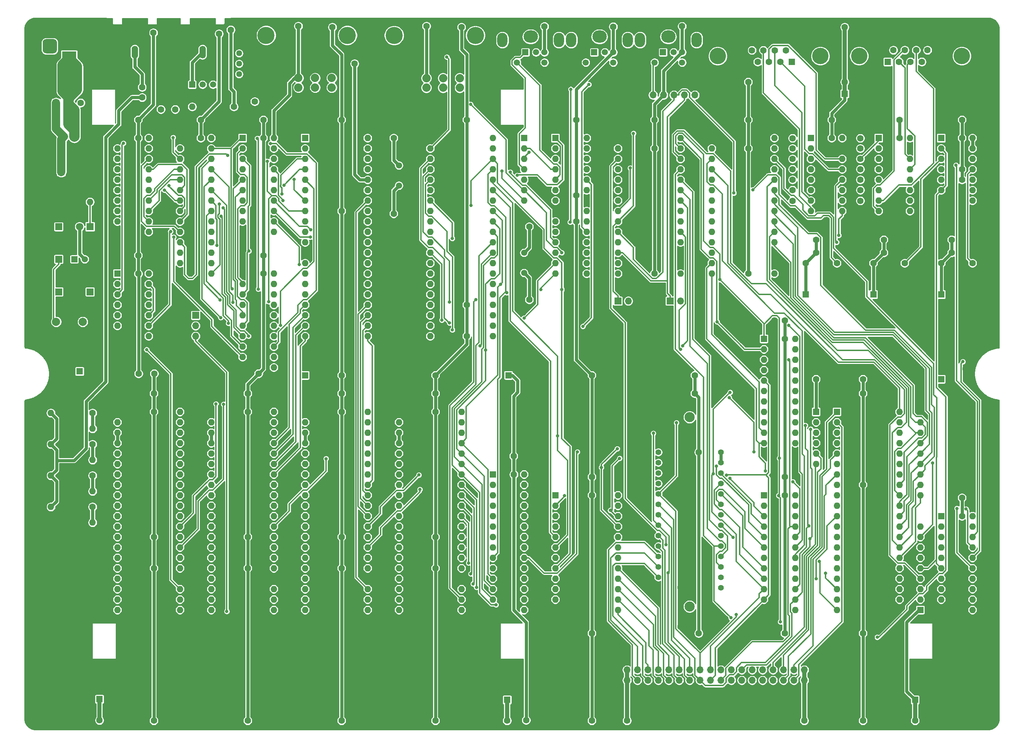
<source format=gbr>
%TF.GenerationSoftware,KiCad,Pcbnew,(5.1.12)-1*%
%TF.CreationDate,2023-08-15T20:50:01-04:00*%
%TF.ProjectId,Revision 4,52657669-7369-46f6-9e20-342e6b696361,3*%
%TF.SameCoordinates,Original*%
%TF.FileFunction,Copper,L2,Bot*%
%TF.FilePolarity,Positive*%
%FSLAX46Y46*%
G04 Gerber Fmt 4.6, Leading zero omitted, Abs format (unit mm)*
G04 Created by KiCad (PCBNEW (5.1.12)-1) date 2023-08-15 20:50:01*
%MOMM*%
%LPD*%
G01*
G04 APERTURE LIST*
%TA.AperFunction,ComponentPad*%
%ADD10R,1.600000X1.600000*%
%TD*%
%TA.AperFunction,ComponentPad*%
%ADD11O,1.600000X1.600000*%
%TD*%
%TA.AperFunction,ComponentPad*%
%ADD12C,1.600000*%
%TD*%
%TA.AperFunction,ComponentPad*%
%ADD13O,1.550000X3.100000*%
%TD*%
%TA.AperFunction,ComponentPad*%
%ADD14O,4.200000X2.100000*%
%TD*%
%TA.AperFunction,ComponentPad*%
%ADD15C,1.403000*%
%TD*%
%TA.AperFunction,ComponentPad*%
%ADD16C,2.475000*%
%TD*%
%TA.AperFunction,ComponentPad*%
%ADD17R,1.700000X1.700000*%
%TD*%
%TA.AperFunction,ComponentPad*%
%ADD18O,1.700000X1.700000*%
%TD*%
%TA.AperFunction,ComponentPad*%
%ADD19O,2.500000X3.500000*%
%TD*%
%TA.AperFunction,ComponentPad*%
%ADD20O,3.500000X3.000000*%
%TD*%
%TA.AperFunction,ComponentPad*%
%ADD21C,1.509000*%
%TD*%
%TA.AperFunction,ComponentPad*%
%ADD22R,1.509000X1.509000*%
%TD*%
%TA.AperFunction,ComponentPad*%
%ADD23C,4.000000*%
%TD*%
%TA.AperFunction,ComponentPad*%
%ADD24C,1.500000*%
%TD*%
%TA.AperFunction,ComponentPad*%
%ADD25R,1.500000X1.500000*%
%TD*%
%TA.AperFunction,ComponentPad*%
%ADD26C,2.000000*%
%TD*%
%TA.AperFunction,ComponentPad*%
%ADD27C,2.032000*%
%TD*%
%TA.AperFunction,ComponentPad*%
%ADD28C,4.191000*%
%TD*%
%TA.AperFunction,ComponentPad*%
%ADD29C,1.440000*%
%TD*%
%TA.AperFunction,ComponentPad*%
%ADD30R,1.800000X1.800000*%
%TD*%
%TA.AperFunction,ComponentPad*%
%ADD31C,1.800000*%
%TD*%
%TA.AperFunction,ComponentPad*%
%ADD32R,3.500000X3.500000*%
%TD*%
%TA.AperFunction,ViaPad*%
%ADD33C,1.600000*%
%TD*%
%TA.AperFunction,ViaPad*%
%ADD34C,0.800000*%
%TD*%
%TA.AperFunction,Conductor*%
%ADD35C,1.000000*%
%TD*%
%TA.AperFunction,Conductor*%
%ADD36C,0.750000*%
%TD*%
%TA.AperFunction,Conductor*%
%ADD37C,2.000000*%
%TD*%
%TA.AperFunction,Conductor*%
%ADD38C,0.333000*%
%TD*%
%TA.AperFunction,Conductor*%
%ADD39C,2.500000*%
%TD*%
%TA.AperFunction,Conductor*%
%ADD40C,0.254000*%
%TD*%
%TA.AperFunction,Conductor*%
%ADD41C,0.100000*%
%TD*%
G04 APERTURE END LIST*
D10*
%TO.P,U6,1*%
%TO.N,/CLK*%
X200342000Y-136525000D03*
D11*
%TO.P,U6,13*%
%TO.N,/Bus/A5*%
X207962000Y-164465000D03*
%TO.P,U6,2*%
%TO.N,/CPU/A15*%
X200342000Y-139065000D03*
%TO.P,U6,14*%
%TO.N,/Bus/A4*%
X207962000Y-161925000D03*
%TO.P,U6,3*%
%TO.N,/CPU/A14*%
X200342000Y-141605000D03*
%TO.P,U6,15*%
%TO.N,/Bus/A3*%
X207962000Y-159385000D03*
%TO.P,U6,4*%
%TO.N,/CPU/A13*%
X200342000Y-144145000D03*
%TO.P,U6,16*%
%TO.N,/Bus/A2*%
X207962000Y-156845000D03*
%TO.P,U6,5*%
%TO.N,/CPU/A12*%
X200342000Y-146685000D03*
%TO.P,U6,17*%
%TO.N,/~ACIA2*%
X207962000Y-154305000D03*
%TO.P,U6,6*%
%TO.N,/CPU/A11*%
X200342000Y-149225000D03*
%TO.P,U6,18*%
%TO.N,/~ACIA1*%
X207962000Y-151765000D03*
%TO.P,U6,7*%
%TO.N,/CPU/A10*%
X200342000Y-151765000D03*
%TO.P,U6,19*%
%TO.N,/~VIA1*%
X207962000Y-149225000D03*
%TO.P,U6,8*%
%TO.N,/CPU/A9*%
X200342000Y-154305000D03*
%TO.P,U6,20*%
%TO.N,/~RAM*%
X207962000Y-146685000D03*
%TO.P,U6,9*%
%TO.N,/CPU/A8*%
X200342000Y-156845000D03*
%TO.P,U6,21*%
%TO.N,/~IOREQ*%
X207962000Y-144145000D03*
%TO.P,U6,10*%
%TO.N,/Bus/A7*%
X200342000Y-159385000D03*
%TO.P,U6,22*%
%TO.N,/~NVRAM*%
X207962000Y-141605000D03*
%TO.P,U6,11*%
%TO.N,/Bus/A6*%
X200342000Y-161925000D03*
%TO.P,U6,23*%
%TO.N,/~ROM*%
X207962000Y-139065000D03*
%TO.P,U6,12*%
%TO.N,GND*%
X200342000Y-164465000D03*
%TO.P,U6,24*%
%TO.N,+5V*%
X207962000Y-136525000D03*
%TD*%
D12*
%TO.P,C7,1*%
%TO.N,+5V*%
X205422000Y-93980000D03*
%TO.P,C7,2*%
%TO.N,GND*%
X202922000Y-93980000D03*
%TD*%
D10*
%TO.P,U14,1*%
%TO.N,GND*%
X164782000Y-49530000D03*
D11*
%TO.P,U14,15*%
%TO.N,+5V*%
X180022000Y-82550000D03*
%TO.P,U14,2*%
X164782000Y-52070000D03*
%TO.P,U14,16*%
%TO.N,GND*%
X180022000Y-80010000D03*
%TO.P,U14,3*%
%TO.N,/~ACIA2*%
X164782000Y-54610000D03*
%TO.P,U14,17*%
%TO.N,GND*%
X180022000Y-77470000D03*
%TO.P,U14,4*%
%TO.N,/~RESET*%
X164782000Y-57150000D03*
%TO.P,U14,18*%
%TO.N,/ACIA/D0*%
X180022000Y-74930000D03*
%TO.P,U14,5*%
%TO.N,Net-(U14-Pad5)*%
X164782000Y-59690000D03*
%TO.P,U14,19*%
%TO.N,/ACIA/D1*%
X180022000Y-72390000D03*
%TO.P,U14,6*%
%TO.N,/ACIA/ACLK*%
X164782000Y-62230000D03*
%TO.P,U14,20*%
%TO.N,/ACIA/D2*%
X180022000Y-69850000D03*
%TO.P,U14,7*%
%TO.N,Net-(U14-Pad7)*%
X164782000Y-64770000D03*
%TO.P,U14,21*%
%TO.N,/ACIA/D3*%
X180022000Y-67310000D03*
%TO.P,U14,8*%
%TO.N,/ACIA/RTS*%
X164782000Y-67310000D03*
%TO.P,U14,22*%
%TO.N,/ACIA/D4*%
X180022000Y-64770000D03*
%TO.P,U14,9*%
%TO.N,/ACIA/CTS*%
X164782000Y-69850000D03*
%TO.P,U14,23*%
%TO.N,/ACIA/D5*%
X180022000Y-62230000D03*
%TO.P,U14,10*%
%TO.N,/ACIA/TX*%
X164782000Y-72390000D03*
%TO.P,U14,24*%
%TO.N,/ACIA/D6*%
X180022000Y-59690000D03*
%TO.P,U14,11*%
%TO.N,Net-(U14-Pad11)*%
X164782000Y-74930000D03*
%TO.P,U14,25*%
%TO.N,/ACIA/D7*%
X180022000Y-57150000D03*
%TO.P,U14,12*%
%TO.N,/ACIA/RX*%
X164782000Y-77470000D03*
%TO.P,U14,26*%
%TO.N,/~IRQ6*%
X180022000Y-54610000D03*
%TO.P,U14,13*%
%TO.N,/ACIA/A0*%
X164782000Y-80010000D03*
%TO.P,U14,27*%
%TO.N,/CLK*%
X180022000Y-52070000D03*
%TO.P,U14,14*%
%TO.N,/ACIA/A1*%
X164782000Y-82550000D03*
%TO.P,U14,28*%
%TO.N,/R~W*%
X180022000Y-49530000D03*
%TD*%
D12*
%TO.P,C19,2*%
%TO.N,GND*%
X248562000Y-74295000D03*
%TO.P,C19,1*%
%TO.N,+5V*%
X246062000Y-74295000D03*
%TD*%
D10*
%TO.P,X2,1*%
%TO.N,+5V*%
X243522000Y-87630000D03*
D12*
%TO.P,X2,8*%
X243522000Y-80010000D03*
%TO.P,X2,5*%
%TO.N,Net-(U11-Pad11)*%
X251142000Y-80010000D03*
%TO.P,X2,4*%
%TO.N,GND*%
X251142000Y-87630000D03*
%TD*%
%TO.P,C18,1*%
%TO.N,+5V*%
X229552000Y-74295000D03*
%TO.P,C18,2*%
%TO.N,GND*%
X232052000Y-74295000D03*
%TD*%
D10*
%TO.P,X1,1*%
%TO.N,+5V*%
X227012000Y-87630000D03*
D12*
%TO.P,X1,8*%
X227012000Y-80010000D03*
%TO.P,X1,5*%
%TO.N,Net-(U11-Pad3)*%
X234632000Y-80010000D03*
%TO.P,X1,4*%
%TO.N,GND*%
X234632000Y-87630000D03*
%TD*%
D10*
%TO.P,U7,1*%
%TO.N,/CLK*%
X200342000Y-98425000D03*
D11*
%TO.P,U7,13*%
%TO.N,GND*%
X207962000Y-126365000D03*
%TO.P,U7,2*%
%TO.N,/R~W*%
X200342000Y-100965000D03*
%TO.P,U7,14*%
%TO.N,/BDIR4*%
X207962000Y-123825000D03*
%TO.P,U7,3*%
%TO.N,/~IOREQ*%
X200342000Y-103505000D03*
%TO.P,U7,15*%
%TO.N,/BC4*%
X207962000Y-121285000D03*
%TO.P,U7,4*%
%TO.N,/Bus/A7*%
X200342000Y-106045000D03*
%TO.P,U7,16*%
%TO.N,/BDIR3*%
X207962000Y-118745000D03*
%TO.P,U7,5*%
%TO.N,/Bus/A6*%
X200342000Y-108585000D03*
%TO.P,U7,17*%
%TO.N,/BC3*%
X207962000Y-116205000D03*
%TO.P,U7,6*%
%TO.N,/Bus/A5*%
X200342000Y-111125000D03*
%TO.P,U7,18*%
%TO.N,/BDIR2*%
X207962000Y-113665000D03*
%TO.P,U7,7*%
%TO.N,/Bus/A4*%
X200342000Y-113665000D03*
%TO.P,U7,19*%
%TO.N,/BC2*%
X207962000Y-111125000D03*
%TO.P,U7,8*%
%TO.N,/Bus/A3*%
X200342000Y-116205000D03*
%TO.P,U7,20*%
%TO.N,/BDIR1*%
X207962000Y-108585000D03*
%TO.P,U7,9*%
%TO.N,/Bus/A2*%
X200342000Y-118745000D03*
%TO.P,U7,21*%
%TO.N,/BC1*%
X207962000Y-106045000D03*
%TO.P,U7,10*%
%TO.N,/ACIA/A1*%
X200342000Y-121285000D03*
%TO.P,U7,22*%
%TO.N,/~VDPCSW*%
X207962000Y-103505000D03*
%TO.P,U7,11*%
%TO.N,/ACIA/A0*%
X200342000Y-123825000D03*
%TO.P,U7,23*%
%TO.N,/~VDPCSR*%
X207962000Y-100965000D03*
%TO.P,U7,12*%
%TO.N,GND*%
X200342000Y-126365000D03*
%TO.P,U7,24*%
%TO.N,+5V*%
X207962000Y-98425000D03*
%TD*%
D12*
%TO.P,C37,2*%
%TO.N,GND*%
X112672000Y-67945000D03*
%TO.P,C37,1*%
%TO.N,Net-(C37-Pad1)*%
X110172000Y-67945000D03*
%TD*%
D13*
%TO.P,J19,2*%
%TO.N,/Video/Y*%
X63627000Y-28591400D03*
D14*
%TO.P,J19,1*%
%TO.N,GND*%
X63627000Y-24091400D03*
%TD*%
D12*
%TO.P,C26,1*%
%TO.N,Net-(C26-Pad1)*%
X223838000Y-59690000D03*
%TO.P,C26,2*%
%TO.N,Net-(C26-Pad2)*%
X223838000Y-62190000D03*
%TD*%
D10*
%TO.P,U1,1*%
%TO.N,/~VP*%
X218122000Y-116205000D03*
D11*
%TO.P,U1,21*%
%TO.N,GND*%
X233362000Y-164465000D03*
%TO.P,U1,2*%
%TO.N,/RDY*%
X218122000Y-118745000D03*
%TO.P,U1,22*%
%TO.N,/CPU/A12*%
X233362000Y-161925000D03*
%TO.P,U1,3*%
%TO.N,Net-(U1-Pad3)*%
X218122000Y-121285000D03*
%TO.P,U1,23*%
%TO.N,/CPU/A13*%
X233362000Y-159385000D03*
%TO.P,U1,4*%
%TO.N,/~IRQ*%
X218122000Y-123825000D03*
%TO.P,U1,24*%
%TO.N,/CPU/A14*%
X233362000Y-156845000D03*
%TO.P,U1,5*%
%TO.N,/~ML*%
X218122000Y-126365000D03*
%TO.P,U1,25*%
%TO.N,/CPU/A15*%
X233362000Y-154305000D03*
%TO.P,U1,6*%
%TO.N,/~NMI*%
X218122000Y-128905000D03*
%TO.P,U1,26*%
%TO.N,/ACIA/D7*%
X233362000Y-151765000D03*
%TO.P,U1,7*%
%TO.N,/SYNC*%
X218122000Y-131445000D03*
%TO.P,U1,27*%
%TO.N,/ACIA/D6*%
X233362000Y-149225000D03*
%TO.P,U1,8*%
%TO.N,+5V*%
X218122000Y-133985000D03*
%TO.P,U1,28*%
%TO.N,/ACIA/D5*%
X233362000Y-146685000D03*
%TO.P,U1,9*%
%TO.N,/ACIA/A0*%
X218122000Y-136525000D03*
%TO.P,U1,29*%
%TO.N,/ACIA/D4*%
X233362000Y-144145000D03*
%TO.P,U1,10*%
%TO.N,/ACIA/A1*%
X218122000Y-139065000D03*
%TO.P,U1,30*%
%TO.N,/ACIA/D3*%
X233362000Y-141605000D03*
%TO.P,U1,11*%
%TO.N,/Bus/A2*%
X218122000Y-141605000D03*
%TO.P,U1,31*%
%TO.N,/ACIA/D2*%
X233362000Y-139065000D03*
%TO.P,U1,12*%
%TO.N,/Bus/A3*%
X218122000Y-144145000D03*
%TO.P,U1,32*%
%TO.N,/ACIA/D1*%
X233362000Y-136525000D03*
%TO.P,U1,13*%
%TO.N,/Bus/A4*%
X218122000Y-146685000D03*
%TO.P,U1,33*%
%TO.N,/ACIA/D0*%
X233362000Y-133985000D03*
%TO.P,U1,14*%
%TO.N,/Bus/A5*%
X218122000Y-149225000D03*
%TO.P,U1,34*%
%TO.N,/R~W*%
X233362000Y-131445000D03*
%TO.P,U1,15*%
%TO.N,/Bus/A6*%
X218122000Y-151765000D03*
%TO.P,U1,35*%
%TO.N,Net-(U1-Pad35)*%
X233362000Y-128905000D03*
%TO.P,U1,16*%
%TO.N,/Bus/A7*%
X218122000Y-154305000D03*
%TO.P,U1,36*%
%TO.N,/BE*%
X233362000Y-126365000D03*
%TO.P,U1,17*%
%TO.N,/CPU/A8*%
X218122000Y-156845000D03*
%TO.P,U1,37*%
%TO.N,/CLK*%
X233362000Y-123825000D03*
%TO.P,U1,18*%
%TO.N,/CPU/A9*%
X218122000Y-159385000D03*
%TO.P,U1,38*%
%TO.N,/CPU/~SO*%
X233362000Y-121285000D03*
%TO.P,U1,19*%
%TO.N,/CPU/A10*%
X218122000Y-161925000D03*
%TO.P,U1,39*%
%TO.N,Net-(U1-Pad39)*%
X233362000Y-118745000D03*
%TO.P,U1,20*%
%TO.N,/CPU/A11*%
X218122000Y-164465000D03*
%TO.P,U1,40*%
%TO.N,/~RESET*%
X233362000Y-116205000D03*
%TD*%
%TO.P,U9,40*%
%TO.N,/VIA - Peripherals/~MCU_INT*%
X134302000Y-49530000D03*
%TO.P,U9,20*%
%TO.N,+5V*%
X119062000Y-97790000D03*
%TO.P,U9,39*%
%TO.N,Net-(U9-Pad39)*%
X134302000Y-52070000D03*
%TO.P,U9,19*%
%TO.N,Net-(U9-Pad19)*%
X119062000Y-95250000D03*
%TO.P,U9,38*%
%TO.N,/ACIA/A0*%
X134302000Y-54610000D03*
%TO.P,U9,18*%
%TO.N,Net-(U9-Pad18)*%
X119062000Y-92710000D03*
%TO.P,U9,37*%
%TO.N,/ACIA/A1*%
X134302000Y-57150000D03*
%TO.P,U9,17*%
%TO.N,/VIA - Peripherals/MCU_D7*%
X119062000Y-90170000D03*
%TO.P,U9,36*%
%TO.N,/Bus/A2*%
X134302000Y-59690000D03*
%TO.P,U9,16*%
%TO.N,/VIA - Peripherals/MCU_D6*%
X119062000Y-87630000D03*
%TO.P,U9,35*%
%TO.N,/Bus/A3*%
X134302000Y-62230000D03*
%TO.P,U9,15*%
%TO.N,/VIA - Peripherals/MCU_D5*%
X119062000Y-85090000D03*
%TO.P,U9,34*%
%TO.N,/~RESET*%
X134302000Y-64770000D03*
%TO.P,U9,14*%
%TO.N,/VIA - Peripherals/MCU_D4*%
X119062000Y-82550000D03*
%TO.P,U9,33*%
%TO.N,/ACIA/D0*%
X134302000Y-67310000D03*
%TO.P,U9,13*%
%TO.N,/VIA - Peripherals/MCU_D3*%
X119062000Y-80010000D03*
%TO.P,U9,32*%
%TO.N,/ACIA/D1*%
X134302000Y-69850000D03*
%TO.P,U9,12*%
%TO.N,/VIA - Peripherals/MCU_D2*%
X119062000Y-77470000D03*
%TO.P,U9,31*%
%TO.N,/ACIA/D2*%
X134302000Y-72390000D03*
%TO.P,U9,11*%
%TO.N,/VIA - Peripherals/MCU_D1*%
X119062000Y-74930000D03*
%TO.P,U9,30*%
%TO.N,/ACIA/D3*%
X134302000Y-74930000D03*
%TO.P,U9,10*%
%TO.N,/VIA - Peripherals/MCU_D0*%
X119062000Y-72390000D03*
%TO.P,U9,29*%
%TO.N,/ACIA/D4*%
X134302000Y-77470000D03*
%TO.P,U9,9*%
%TO.N,Net-(J5-Pad1)*%
X119062000Y-69850000D03*
%TO.P,U9,28*%
%TO.N,/ACIA/D5*%
X134302000Y-80010000D03*
%TO.P,U9,8*%
%TO.N,/VIA - Peripherals/RS2*%
X119062000Y-67310000D03*
%TO.P,U9,27*%
%TO.N,/ACIA/D6*%
X134302000Y-82550000D03*
%TO.P,U9,7*%
%TO.N,/VIA - Peripherals/RS1*%
X119062000Y-64770000D03*
%TO.P,U9,26*%
%TO.N,/ACIA/D7*%
X134302000Y-85090000D03*
%TO.P,U9,6*%
%TO.N,/VIA - Peripherals/RS0*%
X119062000Y-62230000D03*
%TO.P,U9,25*%
%TO.N,/CLK*%
X134302000Y-87630000D03*
%TO.P,U9,5*%
%TO.N,/P_INT3*%
X119062000Y-59690000D03*
%TO.P,U9,24*%
%TO.N,+5V*%
X134302000Y-90170000D03*
%TO.P,U9,4*%
%TO.N,/P_INT2*%
X119062000Y-57150000D03*
%TO.P,U9,23*%
%TO.N,/~VIA1*%
X134302000Y-92710000D03*
%TO.P,U9,3*%
%TO.N,/P_INT1*%
X119062000Y-54610000D03*
%TO.P,U9,22*%
%TO.N,/R~W*%
X134302000Y-95250000D03*
%TO.P,U9,2*%
%TO.N,/P_INT0*%
X119062000Y-52070000D03*
%TO.P,U9,21*%
%TO.N,/~IRQ2*%
X134302000Y-97790000D03*
D10*
%TO.P,U9,1*%
%TO.N,GND*%
X119062000Y-49530000D03*
%TD*%
D15*
%TO.P,U4,1*%
%TO.N,/CPU/A14*%
X174625000Y-126048000D03*
%TO.P,U4,2*%
%TO.N,/CPU/A12*%
X174625000Y-128588000D03*
%TO.P,U4,3*%
%TO.N,/Bus/A7*%
X174625000Y-131128000D03*
%TO.P,U4,4*%
%TO.N,/Bus/A6*%
X174625000Y-133668000D03*
%TO.P,U4,5*%
%TO.N,/Bus/A5*%
X174625000Y-136208000D03*
%TO.P,U4,6*%
%TO.N,/Bus/A4*%
X174625000Y-138748000D03*
%TO.P,U4,7*%
%TO.N,/Bus/A3*%
X174625000Y-141288000D03*
%TO.P,U4,8*%
%TO.N,/Bus/A2*%
X174625000Y-143828000D03*
%TO.P,U4,9*%
%TO.N,/ACIA/A1*%
X174625000Y-146368000D03*
%TO.P,U4,10*%
%TO.N,/ACIA/A0*%
X174625000Y-148908000D03*
%TO.P,U4,11*%
%TO.N,/ACIA/D0*%
X174625000Y-151448000D03*
%TO.P,U4,12*%
%TO.N,/ACIA/D1*%
X174625000Y-153988000D03*
%TO.P,U4,13*%
%TO.N,/ACIA/D2*%
X174625000Y-156528000D03*
%TO.P,U4,14*%
%TO.N,GND*%
X174625000Y-159068000D03*
%TO.P,U4,15*%
%TO.N,/ACIA/D3*%
X189865000Y-159068000D03*
%TO.P,U4,16*%
%TO.N,/ACIA/D4*%
X189865000Y-156528000D03*
%TO.P,U4,17*%
%TO.N,/ACIA/D5*%
X189865000Y-153988000D03*
%TO.P,U4,18*%
%TO.N,/ACIA/D6*%
X189865000Y-151448000D03*
%TO.P,U4,19*%
%TO.N,/ACIA/D7*%
X189865000Y-148908000D03*
%TO.P,U4,20*%
%TO.N,/~ROM*%
X189865000Y-146368000D03*
%TO.P,U4,21*%
%TO.N,/CPU/A10*%
X189865000Y-143828000D03*
%TO.P,U4,22*%
%TO.N,/~RD*%
X189865000Y-141288000D03*
%TO.P,U4,23*%
%TO.N,/CPU/A11*%
X189865000Y-138748000D03*
%TO.P,U4,24*%
%TO.N,/CPU/A9*%
X189865000Y-136208000D03*
%TO.P,U4,25*%
%TO.N,/CPU/A8*%
X189865000Y-133668000D03*
%TO.P,U4,26*%
%TO.N,/CPU/A13*%
X189865000Y-131128000D03*
%TO.P,U4,27*%
%TO.N,+5V*%
X189865000Y-128588000D03*
%TO.P,U4,28*%
X189865000Y-126048000D03*
D16*
%TO.P,U4,29*%
%TO.N,N/C*%
X182245000Y-117538000D03*
%TO.P,U4,30*%
X182245000Y-163638000D03*
%TD*%
D17*
%TO.P,J6,1*%
%TO.N,GND*%
X164465000Y-181610000D03*
D18*
%TO.P,J6,2*%
X164465000Y-179070000D03*
%TO.P,J6,3*%
%TO.N,+5V*%
X167005000Y-181610000D03*
%TO.P,J6,4*%
X167005000Y-179070000D03*
%TO.P,J6,5*%
%TO.N,/ACIA/D0*%
X169545000Y-181610000D03*
%TO.P,J6,6*%
%TO.N,/ACIA/D1*%
X169545000Y-179070000D03*
%TO.P,J6,7*%
%TO.N,/ACIA/D2*%
X172085000Y-181610000D03*
%TO.P,J6,8*%
%TO.N,/ACIA/D3*%
X172085000Y-179070000D03*
%TO.P,J6,9*%
%TO.N,/ACIA/D4*%
X174625000Y-181610000D03*
%TO.P,J6,10*%
%TO.N,/ACIA/D5*%
X174625000Y-179070000D03*
%TO.P,J6,11*%
%TO.N,/ACIA/D6*%
X177165000Y-181610000D03*
%TO.P,J6,12*%
%TO.N,/ACIA/D7*%
X177165000Y-179070000D03*
%TO.P,J6,13*%
%TO.N,/ACIA/A0*%
X179705000Y-181610000D03*
%TO.P,J6,14*%
%TO.N,/ACIA/A1*%
X179705000Y-179070000D03*
%TO.P,J6,15*%
%TO.N,/Bus/A2*%
X182245000Y-181610000D03*
%TO.P,J6,16*%
%TO.N,/Bus/A3*%
X182245000Y-179070000D03*
%TO.P,J6,17*%
%TO.N,/Bus/A4*%
X184785000Y-181610000D03*
%TO.P,J6,18*%
%TO.N,/Bus/A5*%
X184785000Y-179070000D03*
%TO.P,J6,19*%
%TO.N,/Bus/A6*%
X187325000Y-181610000D03*
%TO.P,J6,20*%
%TO.N,/Bus/A7*%
X187325000Y-179070000D03*
%TO.P,J6,21*%
%TO.N,/~IOREQ*%
X189865000Y-181610000D03*
%TO.P,J6,22*%
%TO.N,/~RESET*%
X189865000Y-179070000D03*
%TO.P,J6,23*%
%TO.N,/CLK*%
X192405000Y-181610000D03*
%TO.P,J6,24*%
%TO.N,/~CLK*%
X192405000Y-179070000D03*
%TO.P,J6,25*%
%TO.N,/R~W*%
X194945000Y-181610000D03*
%TO.P,J6,26*%
%TO.N,/~NMI*%
X194945000Y-179070000D03*
%TO.P,J6,27*%
%TO.N,/~IRQ3*%
X197485000Y-181610000D03*
%TO.P,J6,28*%
%TO.N,/~IRQ4*%
X197485000Y-179070000D03*
%TO.P,J6,29*%
%TO.N,/~IRQ7*%
X200025000Y-181610000D03*
%TO.P,J6,30*%
%TO.N,Net-(J6-Pad30)*%
X200025000Y-179070000D03*
%TO.P,J6,31*%
%TO.N,Net-(J6-Pad31)*%
X202565000Y-181610000D03*
%TO.P,J6,32*%
%TO.N,/BE*%
X202565000Y-179070000D03*
%TO.P,J6,33*%
%TO.N,/~ML*%
X205105000Y-181610000D03*
%TO.P,J6,34*%
%TO.N,/~VP*%
X205105000Y-179070000D03*
%TO.P,J6,35*%
%TO.N,/RDY*%
X207645000Y-181610000D03*
%TO.P,J6,36*%
%TO.N,/SYNC*%
X207645000Y-179070000D03*
%TO.P,J6,37*%
%TO.N,+5V*%
X210185000Y-181610000D03*
%TO.P,J6,38*%
X210185000Y-179070000D03*
%TO.P,J6,39*%
%TO.N,GND*%
X212725000Y-181610000D03*
%TO.P,J6,40*%
X212725000Y-179070000D03*
%TD*%
D19*
%TO.P,J2,MH3*%
%TO.N,N/C*%
X136652000Y-25641300D03*
%TO.P,J2,MH2*%
X150418800Y-25641300D03*
D20*
%TO.P,J2,MH1*%
X143540000Y-24828500D03*
D21*
%TO.P,J2,6*%
%TO.N,Net-(J2-Pad6)*%
X146890000Y-31128500D03*
%TO.P,J2,5*%
%TO.N,/VIA - Peripherals/MS_CLK*%
X140190000Y-31128500D03*
%TO.P,J2,4*%
%TO.N,+5V*%
X146890000Y-28638500D03*
%TO.P,J2,3*%
%TO.N,GND*%
X140190000Y-28638500D03*
%TO.P,J2,2*%
%TO.N,Net-(J2-Pad2)*%
X144840000Y-28638500D03*
D22*
%TO.P,J2,1*%
%TO.N,/VIA - Peripherals/MS_DATA*%
X142240000Y-28638500D03*
%TD*%
D12*
%TO.P,C17,1*%
%TO.N,+5V*%
X248602000Y-45085000D03*
%TO.P,C17,2*%
%TO.N,GND*%
X246102000Y-45085000D03*
%TD*%
%TO.P,C1,1*%
%TO.N,+5V*%
X224472000Y-111760000D03*
%TO.P,C1,2*%
%TO.N,GND*%
X226972000Y-111760000D03*
%TD*%
%TO.P,C6,2*%
%TO.N,GND*%
X202922000Y-132080000D03*
%TO.P,C6,1*%
%TO.N,+5V*%
X205422000Y-132080000D03*
%TD*%
D10*
%TO.P,C12,1*%
%TO.N,+5V*%
X33655000Y-106362000D03*
D12*
%TO.P,C12,2*%
%TO.N,GND*%
X33655000Y-108862000D03*
%TD*%
D10*
%TO.P,C13,1*%
%TO.N,+5V*%
X88582500Y-107315000D03*
D12*
%TO.P,C13,2*%
%TO.N,GND*%
X88582500Y-109815000D03*
%TD*%
%TO.P,C14,2*%
%TO.N,GND*%
X243522000Y-105768000D03*
D10*
%TO.P,C14,1*%
%TO.N,+5V*%
X243522000Y-108268000D03*
%TD*%
D12*
%TO.P,C15,2*%
%TO.N,GND*%
X138112000Y-109815000D03*
D10*
%TO.P,C15,1*%
%TO.N,+5V*%
X138112000Y-107315000D03*
%TD*%
%TO.P,J12,1*%
%TO.N,Net-(J12-Pad1)*%
X230505000Y-30962600D03*
D12*
%TO.P,J12,2*%
%TO.N,Net-(J12-Pad2)*%
X233275000Y-30962600D03*
%TO.P,J12,3*%
%TO.N,Net-(J12-Pad3)*%
X236045000Y-30962600D03*
%TO.P,J12,4*%
%TO.N,Net-(J12-Pad4)*%
X238815000Y-30962600D03*
%TO.P,J12,5*%
%TO.N,GND*%
X241585000Y-30962600D03*
%TO.P,J12,6*%
%TO.N,Net-(J12-Pad6)*%
X231890000Y-28122600D03*
%TO.P,J12,7*%
%TO.N,Net-(J12-Pad7)*%
X234660000Y-28122600D03*
%TO.P,J12,8*%
%TO.N,Net-(J12-Pad8)*%
X237430000Y-28122600D03*
%TO.P,J12,9*%
%TO.N,Net-(J12-Pad9)*%
X240200000Y-28122600D03*
D23*
%TO.P,J12,0*%
%TO.N,N/C*%
X248545000Y-29542600D03*
X223545000Y-29542600D03*
%TD*%
D12*
%TO.P,R1,1*%
%TO.N,GND*%
X26035000Y-65087500D03*
D11*
%TO.P,R1,2*%
%TO.N,Net-(D1-Pad1)*%
X36195000Y-65087500D03*
%TD*%
D10*
%TO.P,RN2,1*%
%TO.N,+5V*%
X213042000Y-116205000D03*
D11*
%TO.P,RN2,2*%
%TO.N,/RDY*%
X213042000Y-118745000D03*
%TO.P,RN2,3*%
%TO.N,/CPU/~SO*%
X213042000Y-121285000D03*
%TO.P,RN2,4*%
%TO.N,/~IRQ*%
X213042000Y-123825000D03*
%TO.P,RN2,5*%
%TO.N,/BE*%
X213042000Y-126365000D03*
%TO.P,RN2,6*%
%TO.N,/~NMI*%
X213042000Y-128905000D03*
%TD*%
D10*
%TO.P,RN3,1*%
%TO.N,+5V*%
X238442000Y-164465000D03*
D11*
%TO.P,RN3,2*%
%TO.N,/~IRQ8*%
X238442000Y-161925000D03*
%TO.P,RN3,3*%
%TO.N,/~IRQ7*%
X238442000Y-159385000D03*
%TO.P,RN3,4*%
%TO.N,/~IRQ6*%
X238442000Y-156845000D03*
%TO.P,RN3,5*%
%TO.N,/~IRQ5*%
X238442000Y-154305000D03*
%TO.P,RN3,6*%
%TO.N,/~IRQ4*%
X238442000Y-151765000D03*
%TO.P,RN3,7*%
%TO.N,/~IRQ3*%
X238442000Y-149225000D03*
%TO.P,RN3,8*%
%TO.N,/~IRQ2*%
X238442000Y-146685000D03*
%TO.P,RN3,9*%
%TO.N,/~IRQ1*%
X238442000Y-144145000D03*
%TD*%
D24*
%TO.P,RS1,2*%
%TO.N,+5V*%
X34925000Y-79057500D03*
%TO.P,RS1,3*%
%TO.N,GND*%
X37465000Y-79057500D03*
D25*
%TO.P,RS1,1*%
%TO.N,/~RESET*%
X32385000Y-79057500D03*
%TD*%
D26*
%TO.P,SW2,2*%
%TO.N,GND*%
X27940000Y-98797500D03*
%TO.P,SW2,1*%
%TO.N,/~RESET*%
X27940000Y-94297500D03*
%TO.P,SW2,2*%
%TO.N,GND*%
X34440000Y-98797500D03*
%TO.P,SW2,1*%
%TO.N,/~RESET*%
X34440000Y-94297500D03*
%TD*%
D10*
%TO.P,U3,1*%
%TO.N,/CPU/A14*%
X134302000Y-131445000D03*
D11*
%TO.P,U3,15*%
%TO.N,/ACIA/D3*%
X141922000Y-164465000D03*
%TO.P,U3,2*%
%TO.N,/CPU/A12*%
X134302000Y-133985000D03*
%TO.P,U3,16*%
%TO.N,/ACIA/D4*%
X141922000Y-161925000D03*
%TO.P,U3,3*%
%TO.N,/Bus/A7*%
X134302000Y-136525000D03*
%TO.P,U3,17*%
%TO.N,/ACIA/D5*%
X141922000Y-159385000D03*
%TO.P,U3,4*%
%TO.N,/Bus/A6*%
X134302000Y-139065000D03*
%TO.P,U3,18*%
%TO.N,/ACIA/D6*%
X141922000Y-156845000D03*
%TO.P,U3,5*%
%TO.N,/Bus/A5*%
X134302000Y-141605000D03*
%TO.P,U3,19*%
%TO.N,/ACIA/D7*%
X141922000Y-154305000D03*
%TO.P,U3,6*%
%TO.N,/Bus/A4*%
X134302000Y-144145000D03*
%TO.P,U3,20*%
%TO.N,/~RAM*%
X141922000Y-151765000D03*
%TO.P,U3,7*%
%TO.N,/Bus/A3*%
X134302000Y-146685000D03*
%TO.P,U3,21*%
%TO.N,/CPU/A10*%
X141922000Y-149225000D03*
%TO.P,U3,8*%
%TO.N,/Bus/A2*%
X134302000Y-149225000D03*
%TO.P,U3,22*%
%TO.N,/~RD*%
X141922000Y-146685000D03*
%TO.P,U3,9*%
%TO.N,/ACIA/A1*%
X134302000Y-151765000D03*
%TO.P,U3,23*%
%TO.N,/CPU/A11*%
X141922000Y-144145000D03*
%TO.P,U3,10*%
%TO.N,/ACIA/A0*%
X134302000Y-154305000D03*
%TO.P,U3,24*%
%TO.N,/CPU/A9*%
X141922000Y-141605000D03*
%TO.P,U3,11*%
%TO.N,/ACIA/D0*%
X134302000Y-156845000D03*
%TO.P,U3,25*%
%TO.N,/CPU/A8*%
X141922000Y-139065000D03*
%TO.P,U3,12*%
%TO.N,/ACIA/D1*%
X134302000Y-159385000D03*
%TO.P,U3,26*%
%TO.N,/CPU/A13*%
X141922000Y-136525000D03*
%TO.P,U3,13*%
%TO.N,/ACIA/D2*%
X134302000Y-161925000D03*
%TO.P,U3,27*%
%TO.N,/~WR*%
X141922000Y-133985000D03*
%TO.P,U3,14*%
%TO.N,GND*%
X134302000Y-164465000D03*
%TO.P,U3,28*%
%TO.N,+5V*%
X141922000Y-131445000D03*
%TD*%
%TO.P,U5,20*%
%TO.N,+5V*%
X251142000Y-141605000D03*
%TO.P,U5,10*%
%TO.N,GND*%
X243522000Y-164465000D03*
%TO.P,U5,19*%
%TO.N,/~IRQ*%
X251142000Y-144145000D03*
%TO.P,U5,9*%
%TO.N,/~IRQ8*%
X243522000Y-161925000D03*
%TO.P,U5,18*%
%TO.N,/P_INT0*%
X251142000Y-146685000D03*
%TO.P,U5,8*%
%TO.N,/~IRQ7*%
X243522000Y-159385000D03*
%TO.P,U5,17*%
%TO.N,/P_INT1*%
X251142000Y-149225000D03*
%TO.P,U5,7*%
%TO.N,/~IRQ6*%
X243522000Y-156845000D03*
%TO.P,U5,16*%
%TO.N,/P_INT2*%
X251142000Y-151765000D03*
%TO.P,U5,6*%
%TO.N,/~IRQ5*%
X243522000Y-154305000D03*
%TO.P,U5,15*%
%TO.N,/P_INT3*%
X251142000Y-154305000D03*
%TO.P,U5,5*%
%TO.N,/~IRQ4*%
X243522000Y-151765000D03*
%TO.P,U5,14*%
%TO.N,Net-(U5-Pad14)*%
X251142000Y-156845000D03*
%TO.P,U5,4*%
%TO.N,/~IRQ3*%
X243522000Y-149225000D03*
%TO.P,U5,13*%
%TO.N,/~RD*%
X251142000Y-159385000D03*
%TO.P,U5,3*%
%TO.N,/~IRQ2*%
X243522000Y-146685000D03*
%TO.P,U5,12*%
%TO.N,/~WR*%
X251142000Y-161925000D03*
%TO.P,U5,2*%
%TO.N,/~IRQ1*%
X243522000Y-144145000D03*
%TO.P,U5,11*%
%TO.N,/R~W*%
X251142000Y-164465000D03*
D10*
%TO.P,U5,1*%
%TO.N,/CLK*%
X243522000Y-141605000D03*
%TD*%
D11*
%TO.P,U8,28*%
%TO.N,/VIA - Peripherals/KB_DATA*%
X157162000Y-49530000D03*
%TO.P,U8,14*%
%TO.N,/VIA - Peripherals/MCU_D6*%
X149542000Y-82550000D03*
%TO.P,U8,27*%
%TO.N,/VIA - Peripherals/MS_DATA*%
X157162000Y-52070000D03*
%TO.P,U8,13*%
%TO.N,/VIA - Peripherals/MCU_D7*%
X149542000Y-80010000D03*
%TO.P,U8,26*%
%TO.N,/VIA - Peripherals/MCU_D0*%
X157162000Y-54610000D03*
%TO.P,U8,12*%
%TO.N,/VIA - Peripherals/RS1*%
X149542000Y-77470000D03*
%TO.P,U8,25*%
%TO.N,/VIA - Peripherals/MCU_D1*%
X157162000Y-57150000D03*
%TO.P,U8,11*%
%TO.N,/VIA - Peripherals/RS0*%
X149542000Y-74930000D03*
%TO.P,U8,24*%
%TO.N,/VIA - Peripherals/MCU_D2*%
X157162000Y-59690000D03*
%TO.P,U8,10*%
%TO.N,Net-(C9-Pad1)*%
X149542000Y-72390000D03*
%TO.P,U8,23*%
%TO.N,/VIA - Peripherals/MCU_D3*%
X157162000Y-62230000D03*
%TO.P,U8,9*%
%TO.N,Net-(C8-Pad1)*%
X149542000Y-69850000D03*
%TO.P,U8,22*%
%TO.N,GND*%
X157162000Y-64770000D03*
%TO.P,U8,8*%
X149542000Y-67310000D03*
%TO.P,U8,21*%
%TO.N,Net-(U8-Pad21)*%
X157162000Y-67310000D03*
%TO.P,U8,7*%
%TO.N,+5V*%
X149542000Y-64770000D03*
%TO.P,U8,20*%
X157162000Y-69850000D03*
%TO.P,U8,6*%
%TO.N,/VIA - Peripherals/NES_DATA2*%
X149542000Y-62230000D03*
%TO.P,U8,19*%
%TO.N,/VIA - Peripherals/NES_CLK*%
X157162000Y-72390000D03*
%TO.P,U8,5*%
%TO.N,/VIA - Peripherals/MS_CLK*%
X149542000Y-59690000D03*
%TO.P,U8,18*%
%TO.N,/VIA - Peripherals/NES_LATCH*%
X157162000Y-74930000D03*
%TO.P,U8,4*%
%TO.N,/VIA - Peripherals/KB_CLK*%
X149542000Y-57150000D03*
%TO.P,U8,17*%
%TO.N,/VIA - Peripherals/NES_DATA1*%
X157162000Y-77470000D03*
%TO.P,U8,3*%
%TO.N,/VIA - Peripherals/RS2*%
X149542000Y-54610000D03*
%TO.P,U8,16*%
%TO.N,/VIA - Peripherals/MCU_D4*%
X157162000Y-80010000D03*
%TO.P,U8,2*%
%TO.N,/VIA - Peripherals/~MCU_INT*%
X149542000Y-52070000D03*
%TO.P,U8,15*%
%TO.N,/VIA - Peripherals/MCU_D5*%
X157162000Y-82550000D03*
D10*
%TO.P,U8,1*%
%TO.N,/~RESET*%
X149542000Y-49530000D03*
%TD*%
D27*
%TO.P,J3,5*%
%TO.N,Net-(J3-Pad5)*%
X126260500Y-34943600D03*
%TO.P,J3,6*%
%TO.N,Net-(J3-Pad6)*%
X122200500Y-34943600D03*
%TO.P,J3,7*%
%TO.N,+5V*%
X118140500Y-34943600D03*
%TO.P,J3,4*%
%TO.N,/VIA - Peripherals/NES_DATA1*%
X126260500Y-37253600D03*
%TO.P,J3,3*%
%TO.N,/VIA - Peripherals/NES_LATCH*%
X122200500Y-37253600D03*
%TO.P,J3,2*%
%TO.N,/VIA - Peripherals/NES_CLK*%
X118140500Y-37253600D03*
%TO.P,J3,1*%
%TO.N,GND*%
X114080500Y-37253600D03*
D28*
%TO.P,J3,0*%
%TO.N,N/C*%
X130070500Y-24533600D03*
X110270500Y-24533600D03*
%TD*%
D10*
%TO.P,U11,1*%
%TO.N,+5V*%
X243522000Y-49530000D03*
D11*
%TO.P,U11,8*%
%TO.N,Net-(U11-Pad12)*%
X251142000Y-64770000D03*
%TO.P,U11,2*%
%TO.N,/~CLK*%
X243522000Y-52070000D03*
%TO.P,U11,9*%
%TO.N,/PSG_CLK*%
X251142000Y-62230000D03*
%TO.P,U11,3*%
%TO.N,Net-(U11-Pad3)*%
X243522000Y-54610000D03*
%TO.P,U11,10*%
%TO.N,+5V*%
X251142000Y-59690000D03*
%TO.P,U11,4*%
X243522000Y-57150000D03*
%TO.P,U11,11*%
%TO.N,Net-(U11-Pad11)*%
X251142000Y-57150000D03*
%TO.P,U11,5*%
%TO.N,/CLK*%
X243522000Y-59690000D03*
%TO.P,U11,12*%
%TO.N,Net-(U11-Pad12)*%
X251142000Y-54610000D03*
%TO.P,U11,6*%
%TO.N,/~CLK*%
X243522000Y-62230000D03*
%TO.P,U11,13*%
%TO.N,+5V*%
X251142000Y-52070000D03*
%TO.P,U11,7*%
%TO.N,GND*%
X243522000Y-64770000D03*
%TO.P,U11,14*%
%TO.N,+5V*%
X251142000Y-49530000D03*
%TD*%
D12*
%TO.P,C2,2*%
%TO.N,GND*%
X136882000Y-127000000D03*
%TO.P,C2,1*%
%TO.N,+5V*%
X139382000Y-127000000D03*
%TD*%
%TO.P,C3,1*%
%TO.N,+5V*%
X158432000Y-132080000D03*
%TO.P,C3,2*%
%TO.N,GND*%
X155932000Y-132080000D03*
%TD*%
%TO.P,C4,1*%
%TO.N,+5V*%
X183515000Y-111760000D03*
%TO.P,C4,2*%
%TO.N,GND*%
X181015000Y-111760000D03*
%TD*%
D10*
%TO.P,U2,1*%
%TO.N,/Bus/A7*%
X149542000Y-136525000D03*
D11*
%TO.P,U2,13*%
%TO.N,/ACIA/D3*%
X164782000Y-164465000D03*
%TO.P,U2,2*%
%TO.N,/Bus/A6*%
X149542000Y-139065000D03*
%TO.P,U2,14*%
%TO.N,/ACIA/D4*%
X164782000Y-161925000D03*
%TO.P,U2,3*%
%TO.N,/Bus/A5*%
X149542000Y-141605000D03*
%TO.P,U2,15*%
%TO.N,/ACIA/D5*%
X164782000Y-159385000D03*
%TO.P,U2,4*%
%TO.N,/Bus/A4*%
X149542000Y-144145000D03*
%TO.P,U2,16*%
%TO.N,/ACIA/D6*%
X164782000Y-156845000D03*
%TO.P,U2,5*%
%TO.N,/Bus/A3*%
X149542000Y-146685000D03*
%TO.P,U2,17*%
%TO.N,/ACIA/D7*%
X164782000Y-154305000D03*
%TO.P,U2,6*%
%TO.N,/Bus/A2*%
X149542000Y-149225000D03*
%TO.P,U2,18*%
%TO.N,/~NVRAM*%
X164782000Y-151765000D03*
%TO.P,U2,7*%
%TO.N,/ACIA/A1*%
X149542000Y-151765000D03*
%TO.P,U2,19*%
%TO.N,/CPU/A10*%
X164782000Y-149225000D03*
%TO.P,U2,8*%
%TO.N,/ACIA/A0*%
X149542000Y-154305000D03*
%TO.P,U2,20*%
%TO.N,/~RD*%
X164782000Y-146685000D03*
%TO.P,U2,9*%
%TO.N,/ACIA/D0*%
X149542000Y-156845000D03*
%TO.P,U2,21*%
%TO.N,/~WR*%
X164782000Y-144145000D03*
%TO.P,U2,10*%
%TO.N,/ACIA/D1*%
X149542000Y-159385000D03*
%TO.P,U2,22*%
%TO.N,/CPU/A9*%
X164782000Y-141605000D03*
%TO.P,U2,11*%
%TO.N,/ACIA/D2*%
X149542000Y-161925000D03*
%TO.P,U2,23*%
%TO.N,/CPU/A8*%
X164782000Y-139065000D03*
%TO.P,U2,12*%
%TO.N,GND*%
X149542000Y-164465000D03*
%TO.P,U2,24*%
%TO.N,+5V*%
X164782000Y-136525000D03*
%TD*%
D10*
%TO.P,C16,1*%
%TO.N,+5V*%
X29210000Y-57785000D03*
D12*
%TO.P,C16,2*%
%TO.N,GND*%
X33010000Y-57785000D03*
%TD*%
%TO.P,C20,2*%
%TO.N,GND*%
X217528000Y-38735000D03*
D10*
%TO.P,C20,1*%
%TO.N,+5V*%
X220028000Y-38735000D03*
%TD*%
%TO.P,C21,1*%
%TO.N,+5V*%
X38506400Y-186207000D03*
D12*
%TO.P,C21,2*%
%TO.N,GND*%
X41006400Y-186207000D03*
%TD*%
%TO.P,C22,2*%
%TO.N,GND*%
X140295000Y-186372000D03*
D10*
%TO.P,C22,1*%
%TO.N,+5V*%
X137795000Y-186372000D03*
%TD*%
D12*
%TO.P,C39,1*%
%TO.N,+5V*%
X47942500Y-45085000D03*
%TO.P,C39,2*%
%TO.N,GND*%
X45442500Y-45085000D03*
%TD*%
%TO.P,C42,1*%
%TO.N,+5V*%
X97472500Y-45085000D03*
%TO.P,C42,2*%
%TO.N,GND*%
X94972500Y-45085000D03*
%TD*%
%TO.P,C44,2*%
%TO.N,GND*%
X75922500Y-78105000D03*
%TO.P,C44,1*%
%TO.N,+5V*%
X78422500Y-78105000D03*
%TD*%
D17*
%TO.P,J18,1*%
%TO.N,/~IRQ1*%
X61912500Y-92710000D03*
D18*
%TO.P,J18,2*%
%TO.N,/Video/~INT*%
X61912500Y-95250000D03*
%TO.P,J18,3*%
%TO.N,/~NMI*%
X61912500Y-97790000D03*
%TD*%
D10*
%TO.P,U16,1*%
%TO.N,/Video/~RAS*%
X88582500Y-49530000D03*
D11*
%TO.P,U16,21*%
%TO.N,/ACIA/D4*%
X103822500Y-97790000D03*
%TO.P,U16,2*%
%TO.N,/Video/~CAS*%
X88582500Y-52070000D03*
%TO.P,U16,22*%
%TO.N,/ACIA/D5*%
X103822500Y-95250000D03*
%TO.P,U16,3*%
%TO.N,/Video/AD7*%
X88582500Y-54610000D03*
%TO.P,U16,23*%
%TO.N,/ACIA/D6*%
X103822500Y-92710000D03*
%TO.P,U16,4*%
%TO.N,/Video/AD6*%
X88582500Y-57150000D03*
%TO.P,U16,24*%
%TO.N,/ACIA/D7*%
X103822500Y-90170000D03*
%TO.P,U16,5*%
%TO.N,/Video/AD5*%
X88582500Y-59690000D03*
%TO.P,U16,25*%
%TO.N,/Video/VD7*%
X103822500Y-87630000D03*
%TO.P,U16,6*%
%TO.N,/Video/AD4*%
X88582500Y-62230000D03*
%TO.P,U16,26*%
%TO.N,/Video/VD6*%
X103822500Y-85090000D03*
%TO.P,U16,7*%
%TO.N,/Video/AD3*%
X88582500Y-64770000D03*
%TO.P,U16,27*%
%TO.N,/Video/VD5*%
X103822500Y-82550000D03*
%TO.P,U16,8*%
%TO.N,/Video/AD2*%
X88582500Y-67310000D03*
%TO.P,U16,28*%
%TO.N,/Video/VD4*%
X103822500Y-80010000D03*
%TO.P,U16,9*%
%TO.N,/Video/AD1*%
X88582500Y-69850000D03*
%TO.P,U16,29*%
%TO.N,/Video/VD3*%
X103822500Y-77470000D03*
%TO.P,U16,10*%
%TO.N,/Video/AD0*%
X88582500Y-72390000D03*
%TO.P,U16,30*%
%TO.N,/Video/VD2*%
X103822500Y-74930000D03*
%TO.P,U16,11*%
%TO.N,/Video/VR~W*%
X88582500Y-74930000D03*
%TO.P,U16,31*%
%TO.N,/Video/VD1*%
X103822500Y-72390000D03*
%TO.P,U16,12*%
%TO.N,GND*%
X88582500Y-77470000D03*
%TO.P,U16,32*%
%TO.N,/Video/VD0*%
X103822500Y-69850000D03*
%TO.P,U16,13*%
%TO.N,/ACIA/A0*%
X88582500Y-80010000D03*
%TO.P,U16,33*%
%TO.N,+5V*%
X103822500Y-67310000D03*
%TO.P,U16,14*%
%TO.N,/~VDPCSW*%
X88582500Y-82550000D03*
%TO.P,U16,34*%
%TO.N,/~RESET*%
X103822500Y-64770000D03*
%TO.P,U16,15*%
%TO.N,/~VDPCSR*%
X88582500Y-85090000D03*
%TO.P,U16,35*%
%TO.N,Net-(U16-Pad35)*%
X103822500Y-62230000D03*
%TO.P,U16,16*%
%TO.N,/Video/~INT*%
X88582500Y-87630000D03*
%TO.P,U16,36*%
%TO.N,/Video/COMP*%
X103822500Y-59690000D03*
%TO.P,U16,17*%
%TO.N,/ACIA/D0*%
X88582500Y-90170000D03*
%TO.P,U16,37*%
%TO.N,Net-(U16-Pad37)*%
X103822500Y-57150000D03*
%TO.P,U16,18*%
%TO.N,/ACIA/D1*%
X88582500Y-92710000D03*
%TO.P,U16,38*%
%TO.N,Net-(U16-Pad38)*%
X103822500Y-54610000D03*
%TO.P,U16,19*%
%TO.N,/ACIA/D2*%
X88582500Y-95250000D03*
%TO.P,U16,39*%
%TO.N,Net-(C37-Pad1)*%
X103822500Y-52070000D03*
%TO.P,U16,20*%
%TO.N,/ACIA/D3*%
X88582500Y-97790000D03*
%TO.P,U16,40*%
%TO.N,Net-(C38-Pad1)*%
X103822500Y-49530000D03*
%TD*%
D24*
%TO.P,Y2,1*%
%TO.N,Net-(C38-Pad1)*%
X111442000Y-56197500D03*
%TO.P,Y2,2*%
%TO.N,Net-(C37-Pad1)*%
X111442000Y-61097500D03*
%TD*%
D12*
%TO.P,C40,2*%
%TO.N,GND*%
X60682500Y-45085000D03*
%TO.P,C40,1*%
%TO.N,+5V*%
X63182500Y-45085000D03*
%TD*%
%TO.P,C41,1*%
%TO.N,+5V*%
X78422500Y-45085000D03*
%TO.P,C41,2*%
%TO.N,GND*%
X75922500Y-45085000D03*
%TD*%
%TO.P,C46,1*%
%TO.N,Net-(C46-Pad1)*%
X48895000Y-37147500D03*
%TO.P,C46,2*%
%TO.N,/Sound/MONO*%
X48895000Y-39647500D03*
%TD*%
%TO.P,C47,1*%
%TO.N,+5V*%
X51752500Y-111760000D03*
%TO.P,C47,2*%
%TO.N,GND*%
X49252500Y-111760000D03*
%TD*%
D17*
%TO.P,J7,1*%
%TO.N,/Power\u002C Reset & Clock/Vin*%
X32385000Y-49212500D03*
D18*
%TO.P,J7,2*%
%TO.N,+5V*%
X29845000Y-49212500D03*
%TD*%
%TO.P,J8,2*%
%TO.N,GND*%
X26035000Y-71120000D03*
D17*
%TO.P,J8,1*%
%TO.N,+5V*%
X28575000Y-71120000D03*
%TD*%
D14*
%TO.P,J20,1*%
%TO.N,GND*%
X47117000Y-24091400D03*
D13*
%TO.P,J20,2*%
%TO.N,Net-(C46-Pad1)*%
X47117000Y-28591400D03*
%TD*%
D10*
%TO.P,RN4,1*%
%TO.N,+5V*%
X141922000Y-49530000D03*
D11*
%TO.P,RN4,2*%
%TO.N,/VIA - Peripherals/KB_CLK*%
X141922000Y-52070000D03*
%TO.P,RN4,3*%
%TO.N,/VIA - Peripherals/KB_DATA*%
X141922000Y-54610000D03*
%TO.P,RN4,4*%
%TO.N,/VIA - Peripherals/MS_DATA*%
X141922000Y-57150000D03*
%TO.P,RN4,5*%
%TO.N,/VIA - Peripherals/MS_CLK*%
X141922000Y-59690000D03*
%TO.P,RN4,6*%
%TO.N,/VIA - Peripherals/NES_DATA1*%
X141922000Y-62230000D03*
%TO.P,RN4,7*%
%TO.N,/VIA - Peripherals/NES_DATA2*%
X141922000Y-64770000D03*
%TD*%
%TO.P,U22,40*%
%TO.N,+5V*%
X80962500Y-116205000D03*
%TO.P,U22,20*%
%TO.N,Net-(U22-Pad20)*%
X65722500Y-164465000D03*
%TO.P,U22,39*%
%TO.N,Net-(U22-Pad39)*%
X80962500Y-118745000D03*
%TO.P,U22,19*%
%TO.N,Net-(U22-Pad19)*%
X65722500Y-161925000D03*
%TO.P,U22,38*%
%TO.N,Net-(R5-Pad1)*%
X80962500Y-121285000D03*
%TO.P,U22,18*%
%TO.N,Net-(U22-Pad18)*%
X65722500Y-159385000D03*
%TO.P,U22,37*%
%TO.N,/ACIA/D0*%
X80962500Y-123825000D03*
%TO.P,U22,17*%
%TO.N,Net-(U22-Pad17)*%
X65722500Y-156845000D03*
%TO.P,U22,36*%
%TO.N,/ACIA/D1*%
X80962500Y-126365000D03*
%TO.P,U22,16*%
%TO.N,Net-(U22-Pad16)*%
X65722500Y-154305000D03*
%TO.P,U22,35*%
%TO.N,/ACIA/D2*%
X80962500Y-128905000D03*
%TO.P,U22,15*%
%TO.N,Net-(U22-Pad15)*%
X65722500Y-151765000D03*
%TO.P,U22,34*%
%TO.N,/ACIA/D3*%
X80962500Y-131445000D03*
%TO.P,U22,14*%
%TO.N,Net-(U22-Pad14)*%
X65722500Y-149225000D03*
%TO.P,U22,33*%
%TO.N,/ACIA/D4*%
X80962500Y-133985000D03*
%TO.P,U22,13*%
%TO.N,Net-(U22-Pad13)*%
X65722500Y-146685000D03*
%TO.P,U22,32*%
%TO.N,/ACIA/D5*%
X80962500Y-136525000D03*
%TO.P,U22,12*%
%TO.N,Net-(U22-Pad12)*%
X65722500Y-144145000D03*
%TO.P,U22,31*%
%TO.N,/ACIA/D6*%
X80962500Y-139065000D03*
%TO.P,U22,11*%
%TO.N,Net-(U22-Pad11)*%
X65722500Y-141605000D03*
%TO.P,U22,30*%
%TO.N,/ACIA/D7*%
X80962500Y-141605000D03*
%TO.P,U22,10*%
%TO.N,Net-(U22-Pad10)*%
X65722500Y-139065000D03*
%TO.P,U22,29*%
%TO.N,/BC2*%
X80962500Y-144145000D03*
%TO.P,U22,9*%
%TO.N,Net-(U22-Pad9)*%
X65722500Y-136525000D03*
%TO.P,U22,28*%
%TO.N,+5V*%
X80962500Y-146685000D03*
%TO.P,U22,8*%
%TO.N,Net-(U22-Pad8)*%
X65722500Y-133985000D03*
%TO.P,U22,27*%
%TO.N,/BDIR2*%
X80962500Y-149225000D03*
%TO.P,U22,7*%
%TO.N,Net-(U22-Pad7)*%
X65722500Y-131445000D03*
%TO.P,U22,26*%
%TO.N,Net-(U22-Pad26)*%
X80962500Y-151765000D03*
%TO.P,U22,6*%
%TO.N,Net-(U22-Pad6)*%
X65722500Y-128905000D03*
%TO.P,U22,25*%
%TO.N,+5V*%
X80962500Y-154305000D03*
%TO.P,U22,5*%
%TO.N,Net-(U22-Pad5)*%
X65722500Y-126365000D03*
%TO.P,U22,24*%
%TO.N,GND*%
X80962500Y-156845000D03*
%TO.P,U22,4*%
%TO.N,Net-(R5-Pad1)*%
X65722500Y-123825000D03*
%TO.P,U22,23*%
%TO.N,/~RESET*%
X80962500Y-159385000D03*
%TO.P,U22,3*%
%TO.N,Net-(R5-Pad1)*%
X65722500Y-121285000D03*
%TO.P,U22,22*%
%TO.N,/PSG_CLK*%
X80962500Y-161925000D03*
%TO.P,U22,2*%
%TO.N,Net-(U22-Pad2)*%
X65722500Y-118745000D03*
%TO.P,U22,21*%
%TO.N,Net-(U22-Pad21)*%
X80962500Y-164465000D03*
D10*
%TO.P,U22,1*%
%TO.N,GND*%
X65722500Y-116205000D03*
%TD*%
D12*
%TO.P,C38,1*%
%TO.N,Net-(C38-Pad1)*%
X110172000Y-49530000D03*
%TO.P,C38,2*%
%TO.N,GND*%
X112672000Y-49530000D03*
%TD*%
%TO.P,C43,1*%
%TO.N,+5V*%
X47942500Y-78105000D03*
%TO.P,C43,2*%
%TO.N,GND*%
X45442500Y-78105000D03*
%TD*%
%TO.P,C45,1*%
%TO.N,/Video/FB*%
X76327000Y-40640000D03*
%TO.P,C45,2*%
%TO.N,GND*%
X78827000Y-40640000D03*
%TD*%
%TO.P,FB1,1*%
%TO.N,+5V*%
X71247000Y-41910000D03*
D11*
%TO.P,FB1,2*%
%TO.N,/Video/FB*%
X61087000Y-41910000D03*
%TD*%
D24*
%TO.P,Q1,2*%
%TO.N,/Video/RY*%
X63627000Y-36512500D03*
%TO.P,Q1,3*%
%TO.N,/Video/FB*%
X66167000Y-36512500D03*
D25*
%TO.P,Q1,1*%
%TO.N,/Video/Y*%
X61087000Y-36512500D03*
%TD*%
D12*
%TO.P,R2,1*%
%TO.N,/Video/RY*%
X56959500Y-42545000D03*
D11*
%TO.P,R2,2*%
%TO.N,GND*%
X56959500Y-32385000D03*
%TD*%
%TO.P,R3,2*%
%TO.N,GND*%
X53467000Y-32385000D03*
D12*
%TO.P,R3,1*%
%TO.N,/Video/Y*%
X53467000Y-42545000D03*
%TD*%
D11*
%TO.P,U17,20*%
%TO.N,+5V*%
X50482500Y-49530000D03*
%TO.P,U17,10*%
%TO.N,GND*%
X42862500Y-72390000D03*
%TO.P,U17,19*%
%TO.N,Net-(U17-Pad19)*%
X50482500Y-52070000D03*
%TO.P,U17,9*%
%TO.N,/Video/AD7*%
X42862500Y-69850000D03*
%TO.P,U17,18*%
%TO.N,/Video/VA0*%
X50482500Y-54610000D03*
%TO.P,U17,8*%
%TO.N,/Video/AD6*%
X42862500Y-67310000D03*
%TO.P,U17,17*%
%TO.N,/Video/VA1*%
X50482500Y-57150000D03*
%TO.P,U17,7*%
%TO.N,/Video/AD5*%
X42862500Y-64770000D03*
%TO.P,U17,16*%
%TO.N,/Video/VA2*%
X50482500Y-59690000D03*
%TO.P,U17,6*%
%TO.N,/Video/AD4*%
X42862500Y-62230000D03*
%TO.P,U17,15*%
%TO.N,/Video/VA3*%
X50482500Y-62230000D03*
%TO.P,U17,5*%
%TO.N,/Video/AD3*%
X42862500Y-59690000D03*
%TO.P,U17,14*%
%TO.N,/Video/VA4*%
X50482500Y-64770000D03*
%TO.P,U17,4*%
%TO.N,/Video/AD2*%
X42862500Y-57150000D03*
%TO.P,U17,13*%
%TO.N,/Video/VA5*%
X50482500Y-67310000D03*
%TO.P,U17,3*%
%TO.N,/Video/AD1*%
X42862500Y-54610000D03*
%TO.P,U17,12*%
%TO.N,/Video/VA6*%
X50482500Y-69850000D03*
%TO.P,U17,2*%
%TO.N,/Video/AD0*%
X42862500Y-52070000D03*
%TO.P,U17,11*%
%TO.N,/Video/ROW*%
X50482500Y-72390000D03*
D10*
%TO.P,U17,1*%
%TO.N,GND*%
X42862500Y-49530000D03*
%TD*%
%TO.P,U18,1*%
%TO.N,GND*%
X58102500Y-49530000D03*
D11*
%TO.P,U18,15*%
%TO.N,/Video/VD3*%
X65722500Y-82550000D03*
%TO.P,U18,2*%
%TO.N,/Video/VA12*%
X58102500Y-52070000D03*
%TO.P,U18,16*%
%TO.N,/Video/VD4*%
X65722500Y-80010000D03*
%TO.P,U18,3*%
%TO.N,/Video/VA7*%
X58102500Y-54610000D03*
%TO.P,U18,17*%
%TO.N,/Video/VD5*%
X65722500Y-77470000D03*
%TO.P,U18,4*%
%TO.N,/Video/VA6*%
X58102500Y-57150000D03*
%TO.P,U18,18*%
%TO.N,/Video/VD6*%
X65722500Y-74930000D03*
%TO.P,U18,5*%
%TO.N,/Video/VA5*%
X58102500Y-59690000D03*
%TO.P,U18,19*%
%TO.N,/Video/VD7*%
X65722500Y-72390000D03*
%TO.P,U18,6*%
%TO.N,/Video/VA4*%
X58102500Y-62230000D03*
%TO.P,U18,20*%
%TO.N,/Video/~CAS*%
X65722500Y-69850000D03*
%TO.P,U18,7*%
%TO.N,/Video/VA3*%
X58102500Y-64770000D03*
%TO.P,U18,21*%
%TO.N,/Video/VA10*%
X65722500Y-67310000D03*
%TO.P,U18,8*%
%TO.N,/Video/VA2*%
X58102500Y-67310000D03*
%TO.P,U18,22*%
%TO.N,/Video/V~R~W*%
X65722500Y-64770000D03*
%TO.P,U18,9*%
%TO.N,/Video/VA1*%
X58102500Y-69850000D03*
%TO.P,U18,23*%
%TO.N,/Video/VA11*%
X65722500Y-62230000D03*
%TO.P,U18,10*%
%TO.N,/Video/VA0*%
X58102500Y-72390000D03*
%TO.P,U18,24*%
%TO.N,/Video/VA9*%
X65722500Y-59690000D03*
%TO.P,U18,11*%
%TO.N,/Video/VD0*%
X58102500Y-74930000D03*
%TO.P,U18,25*%
%TO.N,/Video/VA8*%
X65722500Y-57150000D03*
%TO.P,U18,12*%
%TO.N,/Video/VD1*%
X58102500Y-77470000D03*
%TO.P,U18,26*%
%TO.N,/Video/VA13*%
X65722500Y-54610000D03*
%TO.P,U18,13*%
%TO.N,/Video/VD2*%
X58102500Y-80010000D03*
%TO.P,U18,27*%
%TO.N,/Video/VR~W*%
X65722500Y-52070000D03*
%TO.P,U18,14*%
%TO.N,GND*%
X58102500Y-82550000D03*
%TO.P,U18,28*%
%TO.N,+5V*%
X65722500Y-49530000D03*
%TD*%
D10*
%TO.P,U19,1*%
%TO.N,GND*%
X73342500Y-82550000D03*
D11*
%TO.P,U19,11*%
%TO.N,/Video/COL*%
X80962500Y-105410000D03*
%TO.P,U19,2*%
%TO.N,/Video/AD0*%
X73342500Y-85090000D03*
%TO.P,U19,12*%
%TO.N,/Video/VA13*%
X80962500Y-102870000D03*
%TO.P,U19,3*%
%TO.N,/Video/AD1*%
X73342500Y-87630000D03*
%TO.P,U19,13*%
%TO.N,/Video/VA12*%
X80962500Y-100330000D03*
%TO.P,U19,4*%
%TO.N,/Video/AD2*%
X73342500Y-90170000D03*
%TO.P,U19,14*%
%TO.N,/Video/VA11*%
X80962500Y-97790000D03*
%TO.P,U19,5*%
%TO.N,/Video/AD3*%
X73342500Y-92710000D03*
%TO.P,U19,15*%
%TO.N,/Video/VA10*%
X80962500Y-95250000D03*
%TO.P,U19,6*%
%TO.N,/Video/AD4*%
X73342500Y-95250000D03*
%TO.P,U19,16*%
%TO.N,/Video/VA9*%
X80962500Y-92710000D03*
%TO.P,U19,7*%
%TO.N,/Video/AD5*%
X73342500Y-97790000D03*
%TO.P,U19,17*%
%TO.N,/Video/VA8*%
X80962500Y-90170000D03*
%TO.P,U19,8*%
%TO.N,/Video/AD6*%
X73342500Y-100330000D03*
%TO.P,U19,18*%
%TO.N,/Video/VA7*%
X80962500Y-87630000D03*
%TO.P,U19,9*%
%TO.N,/Video/AD7*%
X73342500Y-102870000D03*
%TO.P,U19,19*%
%TO.N,Net-(U19-Pad19)*%
X80962500Y-85090000D03*
%TO.P,U19,10*%
%TO.N,GND*%
X73342500Y-105410000D03*
%TO.P,U19,20*%
%TO.N,+5V*%
X80962500Y-82550000D03*
%TD*%
D10*
%TO.P,U20,1*%
%TO.N,/Video/VR~W*%
X73342500Y-49530000D03*
D11*
%TO.P,U20,11*%
%TO.N,/Video/V~R~W*%
X80962500Y-72390000D03*
%TO.P,U20,2*%
%TO.N,/Video/AD0*%
X73342500Y-52070000D03*
%TO.P,U20,12*%
%TO.N,/Video/VD7*%
X80962500Y-69850000D03*
%TO.P,U20,3*%
%TO.N,/Video/AD1*%
X73342500Y-54610000D03*
%TO.P,U20,13*%
%TO.N,/Video/VD6*%
X80962500Y-67310000D03*
%TO.P,U20,4*%
%TO.N,/Video/AD2*%
X73342500Y-57150000D03*
%TO.P,U20,14*%
%TO.N,/Video/VD5*%
X80962500Y-64770000D03*
%TO.P,U20,5*%
%TO.N,/Video/AD3*%
X73342500Y-59690000D03*
%TO.P,U20,15*%
%TO.N,/Video/VD4*%
X80962500Y-62230000D03*
%TO.P,U20,6*%
%TO.N,/Video/AD4*%
X73342500Y-62230000D03*
%TO.P,U20,16*%
%TO.N,/Video/VD3*%
X80962500Y-59690000D03*
%TO.P,U20,7*%
%TO.N,/Video/AD5*%
X73342500Y-64770000D03*
%TO.P,U20,17*%
%TO.N,/Video/VD2*%
X80962500Y-57150000D03*
%TO.P,U20,8*%
%TO.N,/Video/AD6*%
X73342500Y-67310000D03*
%TO.P,U20,18*%
%TO.N,/Video/VD1*%
X80962500Y-54610000D03*
%TO.P,U20,9*%
%TO.N,/Video/AD7*%
X73342500Y-69850000D03*
%TO.P,U20,19*%
%TO.N,/Video/VD0*%
X80962500Y-52070000D03*
%TO.P,U20,10*%
%TO.N,GND*%
X73342500Y-72390000D03*
%TO.P,U20,20*%
%TO.N,+5V*%
X80962500Y-49530000D03*
%TD*%
%TO.P,R4,2*%
%TO.N,/Sound/MONO*%
X26670000Y-116522000D03*
D12*
%TO.P,R4,1*%
%TO.N,Net-(R4-Pad1)*%
X36830000Y-116522000D03*
%TD*%
%TO.P,R7,1*%
%TO.N,GND*%
X26670000Y-120332000D03*
D11*
%TO.P,R7,2*%
%TO.N,Net-(R4-Pad1)*%
X36830000Y-120332000D03*
%TD*%
D10*
%TO.P,U21,1*%
%TO.N,GND*%
X42862500Y-116205000D03*
D11*
%TO.P,U21,21*%
%TO.N,Net-(U21-Pad21)*%
X58102500Y-164465000D03*
%TO.P,U21,2*%
%TO.N,Net-(U21-Pad2)*%
X42862500Y-118745000D03*
%TO.P,U21,22*%
%TO.N,/PSG_CLK*%
X58102500Y-161925000D03*
%TO.P,U21,3*%
%TO.N,Net-(R4-Pad1)*%
X42862500Y-121285000D03*
%TO.P,U21,23*%
%TO.N,/~RESET*%
X58102500Y-159385000D03*
%TO.P,U21,4*%
%TO.N,Net-(R4-Pad1)*%
X42862500Y-123825000D03*
%TO.P,U21,24*%
%TO.N,GND*%
X58102500Y-156845000D03*
%TO.P,U21,5*%
%TO.N,Net-(U21-Pad5)*%
X42862500Y-126365000D03*
%TO.P,U21,25*%
%TO.N,+5V*%
X58102500Y-154305000D03*
%TO.P,U21,6*%
%TO.N,Net-(U21-Pad6)*%
X42862500Y-128905000D03*
%TO.P,U21,26*%
%TO.N,Net-(U21-Pad26)*%
X58102500Y-151765000D03*
%TO.P,U21,7*%
%TO.N,Net-(U21-Pad7)*%
X42862500Y-131445000D03*
%TO.P,U21,27*%
%TO.N,/BDIR1*%
X58102500Y-149225000D03*
%TO.P,U21,8*%
%TO.N,Net-(U21-Pad8)*%
X42862500Y-133985000D03*
%TO.P,U21,28*%
%TO.N,+5V*%
X58102500Y-146685000D03*
%TO.P,U21,9*%
%TO.N,Net-(U21-Pad9)*%
X42862500Y-136525000D03*
%TO.P,U21,29*%
%TO.N,/BC1*%
X58102500Y-144145000D03*
%TO.P,U21,10*%
%TO.N,Net-(U21-Pad10)*%
X42862500Y-139065000D03*
%TO.P,U21,30*%
%TO.N,/ACIA/D7*%
X58102500Y-141605000D03*
%TO.P,U21,11*%
%TO.N,Net-(U21-Pad11)*%
X42862500Y-141605000D03*
%TO.P,U21,31*%
%TO.N,/ACIA/D6*%
X58102500Y-139065000D03*
%TO.P,U21,12*%
%TO.N,Net-(U21-Pad12)*%
X42862500Y-144145000D03*
%TO.P,U21,32*%
%TO.N,/ACIA/D5*%
X58102500Y-136525000D03*
%TO.P,U21,13*%
%TO.N,Net-(U21-Pad13)*%
X42862500Y-146685000D03*
%TO.P,U21,33*%
%TO.N,/ACIA/D4*%
X58102500Y-133985000D03*
%TO.P,U21,14*%
%TO.N,Net-(U21-Pad14)*%
X42862500Y-149225000D03*
%TO.P,U21,34*%
%TO.N,/ACIA/D3*%
X58102500Y-131445000D03*
%TO.P,U21,15*%
%TO.N,Net-(U21-Pad15)*%
X42862500Y-151765000D03*
%TO.P,U21,35*%
%TO.N,/ACIA/D2*%
X58102500Y-128905000D03*
%TO.P,U21,16*%
%TO.N,Net-(U21-Pad16)*%
X42862500Y-154305000D03*
%TO.P,U21,36*%
%TO.N,/ACIA/D1*%
X58102500Y-126365000D03*
%TO.P,U21,17*%
%TO.N,Net-(U21-Pad17)*%
X42862500Y-156845000D03*
%TO.P,U21,37*%
%TO.N,/ACIA/D0*%
X58102500Y-123825000D03*
%TO.P,U21,18*%
%TO.N,Net-(U21-Pad18)*%
X42862500Y-159385000D03*
%TO.P,U21,38*%
%TO.N,Net-(R4-Pad1)*%
X58102500Y-121285000D03*
%TO.P,U21,19*%
%TO.N,Net-(U21-Pad19)*%
X42862500Y-161925000D03*
%TO.P,U21,39*%
%TO.N,Net-(U21-Pad39)*%
X58102500Y-118745000D03*
%TO.P,U21,20*%
%TO.N,Net-(U21-Pad20)*%
X42862500Y-164465000D03*
%TO.P,U21,40*%
%TO.N,+5V*%
X58102500Y-116205000D03*
%TD*%
D29*
%TO.P,RV1,1*%
%TO.N,/Video/RY*%
X72517000Y-28892500D03*
%TO.P,RV1,2*%
%TO.N,/Video/COMP*%
X72517000Y-31432500D03*
%TO.P,RV1,3*%
%TO.N,Net-(RV1-Pad3)*%
X72517000Y-33972500D03*
%TD*%
D12*
%TO.P,C48,1*%
%TO.N,+5V*%
X74612500Y-111760000D03*
%TO.P,C48,2*%
%TO.N,GND*%
X72112500Y-111760000D03*
%TD*%
D17*
%TO.P,J9,1*%
%TO.N,/~RESET*%
X28575000Y-79057500D03*
D18*
%TO.P,J9,2*%
%TO.N,GND*%
X26035000Y-79057500D03*
%TD*%
D12*
%TO.P,C5,1*%
%TO.N,+5V*%
X248602000Y-137160000D03*
%TO.P,C5,2*%
%TO.N,GND*%
X246102000Y-137160000D03*
%TD*%
D10*
%TO.P,C23,1*%
%TO.N,+5V*%
X237172000Y-186372000D03*
D12*
%TO.P,C23,2*%
%TO.N,GND*%
X239672000Y-186372000D03*
%TD*%
D30*
%TO.P,D1,1*%
%TO.N,Net-(D1-Pad1)*%
X36195000Y-71120000D03*
D31*
%TO.P,D1,2*%
%TO.N,+5V*%
X33655000Y-71120000D03*
%TD*%
D32*
%TO.P,J11,1*%
%TO.N,/Power\u002C Reset & Clock/Vin*%
X31115000Y-30162500D03*
%TO.P,J11,2*%
%TO.N,GND*%
%TA.AperFunction,ComponentPad*%
G36*
G01*
X30115000Y-22662500D02*
X32115000Y-22662500D01*
G75*
G02*
X32865000Y-23412500I0J-750000D01*
G01*
X32865000Y-24912500D01*
G75*
G02*
X32115000Y-25662500I-750000J0D01*
G01*
X30115000Y-25662500D01*
G75*
G02*
X29365000Y-24912500I0J750000D01*
G01*
X29365000Y-23412500D01*
G75*
G02*
X30115000Y-22662500I750000J0D01*
G01*
G37*
%TD.AperFunction*%
%TO.P,J11,3*%
%TO.N,N/C*%
%TA.AperFunction,ComponentPad*%
G36*
G01*
X25540000Y-25412500D02*
X27290000Y-25412500D01*
G75*
G02*
X28165000Y-26287500I0J-875000D01*
G01*
X28165000Y-28037500D01*
G75*
G02*
X27290000Y-28912500I-875000J0D01*
G01*
X25540000Y-28912500D01*
G75*
G02*
X24665000Y-28037500I0J875000D01*
G01*
X24665000Y-26287500D01*
G75*
G02*
X25540000Y-25412500I875000J0D01*
G01*
G37*
%TD.AperFunction*%
%TD*%
D12*
%TO.P,C8,1*%
%TO.N,Net-(C8-Pad1)*%
X143192000Y-71120000D03*
%TO.P,C8,2*%
%TO.N,GND*%
X140692000Y-71120000D03*
%TD*%
%TO.P,C9,2*%
%TO.N,GND*%
X140692000Y-88900000D03*
%TO.P,C9,1*%
%TO.N,Net-(C9-Pad1)*%
X143192000Y-88900000D03*
%TD*%
%TO.P,C11,1*%
%TO.N,+5V*%
X154622000Y-45085000D03*
%TO.P,C11,2*%
%TO.N,GND*%
X152122000Y-45085000D03*
%TD*%
D22*
%TO.P,J1,1*%
%TO.N,/VIA - Peripherals/KB_DATA*%
X159004000Y-28638500D03*
D21*
%TO.P,J1,2*%
%TO.N,Net-(J1-Pad2)*%
X161604000Y-28638500D03*
%TO.P,J1,3*%
%TO.N,GND*%
X156954000Y-28638500D03*
%TO.P,J1,4*%
%TO.N,+5V*%
X163654000Y-28638500D03*
%TO.P,J1,5*%
%TO.N,/VIA - Peripherals/KB_CLK*%
X156954000Y-31128500D03*
%TO.P,J1,6*%
%TO.N,Net-(J1-Pad6)*%
X163654000Y-31128500D03*
D20*
%TO.P,J1,MH1*%
%TO.N,N/C*%
X160304000Y-24828500D03*
D19*
%TO.P,J1,MH2*%
X167182800Y-25641300D03*
%TO.P,J1,MH3*%
X153416000Y-25641300D03*
%TD*%
D28*
%TO.P,J4,0*%
%TO.N,N/C*%
X79092000Y-24508200D03*
X98892000Y-24508200D03*
D27*
%TO.P,J4,1*%
%TO.N,GND*%
X82902000Y-37228200D03*
%TO.P,J4,2*%
%TO.N,/VIA - Peripherals/NES_CLK*%
X86962000Y-37228200D03*
%TO.P,J4,3*%
%TO.N,/VIA - Peripherals/NES_LATCH*%
X91022000Y-37228200D03*
%TO.P,J4,4*%
%TO.N,/VIA - Peripherals/NES_DATA2*%
X95082000Y-37228200D03*
%TO.P,J4,7*%
%TO.N,+5V*%
X86962000Y-34918200D03*
%TO.P,J4,6*%
%TO.N,Net-(J4-Pad6)*%
X91022000Y-34918200D03*
%TO.P,J4,5*%
%TO.N,Net-(J4-Pad5)*%
X95082000Y-34918200D03*
%TD*%
D24*
%TO.P,Y1,1*%
%TO.N,Net-(C8-Pad1)*%
X141922000Y-77470000D03*
%TO.P,Y1,2*%
%TO.N,Net-(C9-Pad1)*%
X141922000Y-82370000D03*
%TD*%
D12*
%TO.P,C10,1*%
%TO.N,+5V*%
X127952000Y-45085000D03*
%TO.P,C10,2*%
%TO.N,GND*%
X125452000Y-45085000D03*
%TD*%
%TO.P,C24,2*%
%TO.N,+5V*%
X223838000Y-49570000D03*
%TO.P,C24,1*%
%TO.N,Net-(C24-Pad1)*%
X223838000Y-52070000D03*
%TD*%
%TO.P,C25,2*%
%TO.N,Net-(C25-Pad2)*%
X223838000Y-57110000D03*
%TO.P,C25,1*%
%TO.N,Net-(C25-Pad1)*%
X223838000Y-54610000D03*
%TD*%
%TO.P,C28,2*%
%TO.N,+5V*%
X207328000Y-49570000D03*
%TO.P,C28,1*%
%TO.N,Net-(C28-Pad1)*%
X207328000Y-52070000D03*
%TD*%
%TO.P,C29,1*%
%TO.N,Net-(C29-Pad1)*%
X207328000Y-54610000D03*
%TO.P,C29,2*%
%TO.N,Net-(C29-Pad2)*%
X207328000Y-57110000D03*
%TD*%
%TO.P,C30,1*%
%TO.N,Net-(C30-Pad1)*%
X207328000Y-59690000D03*
%TO.P,C30,2*%
%TO.N,Net-(C30-Pad2)*%
X207328000Y-62190000D03*
%TD*%
%TO.P,C31,1*%
%TO.N,GND*%
X207328000Y-67310000D03*
%TO.P,C31,2*%
%TO.N,Net-(C31-Pad2)*%
X207328000Y-64810000D03*
%TD*%
%TO.P,C32,2*%
%TO.N,GND*%
X171172000Y-45085000D03*
%TO.P,C32,1*%
%TO.N,+5V*%
X173672000Y-45085000D03*
%TD*%
%TO.P,C33,1*%
%TO.N,+5V*%
X196532000Y-45085000D03*
%TO.P,C33,2*%
%TO.N,GND*%
X194032000Y-45085000D03*
%TD*%
%TO.P,C34,1*%
%TO.N,+5V*%
X216852000Y-45085000D03*
%TO.P,C34,2*%
%TO.N,GND*%
X214352000Y-45085000D03*
%TD*%
%TO.P,C35,2*%
%TO.N,GND*%
X230862000Y-45085000D03*
%TO.P,C35,1*%
%TO.N,+5V*%
X233362000Y-45085000D03*
%TD*%
%TO.P,C36,1*%
%TO.N,+5V*%
X213042000Y-74295000D03*
%TO.P,C36,2*%
%TO.N,GND*%
X215542000Y-74295000D03*
%TD*%
%TO.P,C49,1*%
%TO.N,+5V*%
X97472500Y-111760000D03*
%TO.P,C49,2*%
%TO.N,GND*%
X94972500Y-111760000D03*
%TD*%
%TO.P,C50,2*%
%TO.N,GND*%
X117832000Y-111760000D03*
%TO.P,C50,1*%
%TO.N,+5V*%
X120332000Y-111760000D03*
%TD*%
D18*
%TO.P,J5,2*%
%TO.N,GND*%
X33655000Y-86995000D03*
D17*
%TO.P,J5,1*%
%TO.N,Net-(J5-Pad1)*%
X36195000Y-86995000D03*
%TD*%
%TO.P,J10,1*%
%TO.N,Net-(J10-Pad1)*%
X28575000Y-86995000D03*
D18*
%TO.P,J10,2*%
%TO.N,GND*%
X26035000Y-86995000D03*
%TD*%
D12*
%TO.P,R5,1*%
%TO.N,Net-(R5-Pad1)*%
X36830000Y-124142000D03*
D11*
%TO.P,R5,2*%
%TO.N,/Sound/MONO*%
X26670000Y-124142000D03*
%TD*%
%TO.P,R6,2*%
%TO.N,/Sound/MONO*%
X26670000Y-131762000D03*
D12*
%TO.P,R6,1*%
%TO.N,Net-(R6-Pad1)*%
X36830000Y-131762000D03*
%TD*%
D11*
%TO.P,R8,2*%
%TO.N,Net-(R5-Pad1)*%
X36830000Y-127952000D03*
D12*
%TO.P,R8,1*%
%TO.N,GND*%
X26670000Y-127952000D03*
%TD*%
%TO.P,R9,1*%
%TO.N,GND*%
X26670000Y-135572000D03*
D11*
%TO.P,R9,2*%
%TO.N,Net-(R6-Pad1)*%
X36830000Y-135572000D03*
%TD*%
%TO.P,R10,2*%
%TO.N,/Sound/MONO*%
X26670000Y-139382000D03*
D12*
%TO.P,R10,1*%
%TO.N,Net-(R10-Pad1)*%
X36830000Y-139382000D03*
%TD*%
%TO.P,R11,1*%
%TO.N,GND*%
X26670000Y-143192000D03*
D11*
%TO.P,R11,2*%
%TO.N,Net-(R10-Pad1)*%
X36830000Y-143192000D03*
%TD*%
D10*
%TO.P,U10,1*%
%TO.N,/Video/VR~W*%
X42862500Y-82550000D03*
D11*
%TO.P,U10,8*%
%TO.N,Net-(U10-Pad11)*%
X50482500Y-97790000D03*
%TO.P,U10,2*%
%TO.N,/Video/V~R~W*%
X42862500Y-85090000D03*
%TO.P,U10,9*%
%TO.N,/Video/~CAS*%
X50482500Y-95250000D03*
%TO.P,U10,3*%
%TO.N,/Video/~RAS*%
X42862500Y-87630000D03*
%TO.P,U10,10*%
%TO.N,Net-(U10-Pad10)*%
X50482500Y-92710000D03*
%TO.P,U10,4*%
%TO.N,/Video/ROW*%
X42862500Y-90170000D03*
%TO.P,U10,11*%
%TO.N,Net-(U10-Pad11)*%
X50482500Y-90170000D03*
%TO.P,U10,5*%
%TO.N,/~RESET*%
X42862500Y-92710000D03*
%TO.P,U10,12*%
%TO.N,/Video/COL*%
X50482500Y-87630000D03*
%TO.P,U10,6*%
%TO.N,Net-(J10-Pad1)*%
X42862500Y-95250000D03*
%TO.P,U10,13*%
%TO.N,Net-(U10-Pad10)*%
X50482500Y-85090000D03*
%TO.P,U10,7*%
%TO.N,GND*%
X42862500Y-97790000D03*
%TO.P,U10,14*%
%TO.N,+5V*%
X50482500Y-82550000D03*
%TD*%
%TO.P,U12,28*%
%TO.N,/R~W*%
X202882000Y-49530000D03*
%TO.P,U12,14*%
%TO.N,/ACIA/A1*%
X187642000Y-82550000D03*
%TO.P,U12,27*%
%TO.N,/CLK*%
X202882000Y-52070000D03*
%TO.P,U12,13*%
%TO.N,/ACIA/A0*%
X187642000Y-80010000D03*
%TO.P,U12,26*%
%TO.N,/~IRQ5*%
X202882000Y-54610000D03*
%TO.P,U12,12*%
%TO.N,Net-(U12-Pad12)*%
X187642000Y-77470000D03*
%TO.P,U12,25*%
%TO.N,/ACIA/D7*%
X202882000Y-57150000D03*
%TO.P,U12,11*%
%TO.N,Net-(U12-Pad11)*%
X187642000Y-74930000D03*
%TO.P,U12,24*%
%TO.N,/ACIA/D6*%
X202882000Y-59690000D03*
%TO.P,U12,10*%
%TO.N,Net-(U12-Pad10)*%
X187642000Y-72390000D03*
%TO.P,U12,23*%
%TO.N,/ACIA/D5*%
X202882000Y-62230000D03*
%TO.P,U12,9*%
%TO.N,Net-(U12-Pad9)*%
X187642000Y-69850000D03*
%TO.P,U12,22*%
%TO.N,/ACIA/D4*%
X202882000Y-64770000D03*
%TO.P,U12,8*%
%TO.N,Net-(U12-Pad8)*%
X187642000Y-67310000D03*
%TO.P,U12,21*%
%TO.N,/ACIA/D3*%
X202882000Y-67310000D03*
%TO.P,U12,7*%
%TO.N,Net-(U12-Pad7)*%
X187642000Y-64770000D03*
%TO.P,U12,20*%
%TO.N,/ACIA/D2*%
X202882000Y-69850000D03*
%TO.P,U12,6*%
%TO.N,/ACIA/ACLK*%
X187642000Y-62230000D03*
%TO.P,U12,19*%
%TO.N,/ACIA/D1*%
X202882000Y-72390000D03*
%TO.P,U12,5*%
%TO.N,Net-(U12-Pad5)*%
X187642000Y-59690000D03*
%TO.P,U12,18*%
%TO.N,/ACIA/D0*%
X202882000Y-74930000D03*
%TO.P,U12,4*%
%TO.N,/~RESET*%
X187642000Y-57150000D03*
%TO.P,U12,17*%
%TO.N,GND*%
X202882000Y-77470000D03*
%TO.P,U12,3*%
%TO.N,/~ACIA1*%
X187642000Y-54610000D03*
%TO.P,U12,16*%
%TO.N,GND*%
X202882000Y-80010000D03*
%TO.P,U12,2*%
%TO.N,+5V*%
X187642000Y-52070000D03*
%TO.P,U12,15*%
X202882000Y-82550000D03*
D10*
%TO.P,U12,1*%
%TO.N,GND*%
X187642000Y-49530000D03*
%TD*%
%TO.P,U13,1*%
%TO.N,Net-(C25-Pad1)*%
X228282000Y-49530000D03*
D11*
%TO.P,U13,9*%
%TO.N,Net-(U12-Pad9)*%
X235902000Y-67310000D03*
%TO.P,U13,2*%
%TO.N,Net-(C24-Pad1)*%
X228282000Y-52070000D03*
%TO.P,U13,10*%
%TO.N,Net-(U12-Pad8)*%
X235902000Y-64770000D03*
%TO.P,U13,3*%
%TO.N,Net-(C25-Pad2)*%
X228282000Y-54610000D03*
%TO.P,U13,11*%
%TO.N,Net-(U12-Pad10)*%
X235902000Y-62230000D03*
%TO.P,U13,4*%
%TO.N,Net-(C26-Pad1)*%
X228282000Y-57150000D03*
%TO.P,U13,12*%
%TO.N,Net-(U12-Pad12)*%
X235902000Y-59690000D03*
%TO.P,U13,5*%
%TO.N,Net-(C26-Pad2)*%
X228282000Y-59690000D03*
%TO.P,U13,13*%
%TO.N,Net-(J12-Pad3)*%
X235902000Y-57150000D03*
%TO.P,U13,6*%
%TO.N,Net-(C27-Pad2)*%
X228282000Y-62230000D03*
%TO.P,U13,14*%
%TO.N,Net-(J12-Pad2)*%
X235902000Y-54610000D03*
%TO.P,U13,7*%
%TO.N,Net-(J12-Pad8)*%
X228282000Y-64770000D03*
%TO.P,U13,15*%
%TO.N,GND*%
X235902000Y-52070000D03*
%TO.P,U13,8*%
%TO.N,Net-(J12-Pad7)*%
X228282000Y-67310000D03*
%TO.P,U13,16*%
%TO.N,+5V*%
X235902000Y-49530000D03*
%TD*%
%TO.P,U15,16*%
%TO.N,+5V*%
X219392000Y-49530000D03*
%TO.P,U15,8*%
%TO.N,Net-(J16-Pad8)*%
X211772000Y-67310000D03*
%TO.P,U15,15*%
%TO.N,GND*%
X219392000Y-52070000D03*
%TO.P,U15,7*%
%TO.N,Net-(J16-Pad7)*%
X211772000Y-64770000D03*
%TO.P,U15,14*%
%TO.N,Net-(J16-Pad3)*%
X219392000Y-54610000D03*
%TO.P,U15,6*%
%TO.N,Net-(C31-Pad2)*%
X211772000Y-62230000D03*
%TO.P,U15,13*%
%TO.N,Net-(J16-Pad2)*%
X219392000Y-57150000D03*
%TO.P,U15,5*%
%TO.N,Net-(C30-Pad2)*%
X211772000Y-59690000D03*
%TO.P,U15,12*%
%TO.N,Net-(J14-Pad2)*%
X219392000Y-59690000D03*
%TO.P,U15,4*%
%TO.N,Net-(C30-Pad1)*%
X211772000Y-57150000D03*
%TO.P,U15,11*%
%TO.N,/ACIA/TX*%
X219392000Y-62230000D03*
%TO.P,U15,3*%
%TO.N,Net-(C29-Pad2)*%
X211772000Y-54610000D03*
%TO.P,U15,10*%
%TO.N,/ACIA/RTS*%
X219392000Y-64770000D03*
%TO.P,U15,2*%
%TO.N,Net-(C28-Pad1)*%
X211772000Y-52070000D03*
%TO.P,U15,9*%
%TO.N,Net-(J13-Pad2)*%
X219392000Y-67310000D03*
D10*
%TO.P,U15,1*%
%TO.N,Net-(C29-Pad1)*%
X211772000Y-49530000D03*
%TD*%
%TO.P,U23,1*%
%TO.N,GND*%
X88582500Y-116205000D03*
D11*
%TO.P,U23,21*%
%TO.N,Net-(U23-Pad21)*%
X103822500Y-164465000D03*
%TO.P,U23,2*%
%TO.N,Net-(U23-Pad2)*%
X88582500Y-118745000D03*
%TO.P,U23,22*%
%TO.N,/PSG_CLK*%
X103822500Y-161925000D03*
%TO.P,U23,3*%
%TO.N,Net-(R6-Pad1)*%
X88582500Y-121285000D03*
%TO.P,U23,23*%
%TO.N,/~RESET*%
X103822500Y-159385000D03*
%TO.P,U23,4*%
%TO.N,Net-(R6-Pad1)*%
X88582500Y-123825000D03*
%TO.P,U23,24*%
%TO.N,GND*%
X103822500Y-156845000D03*
%TO.P,U23,5*%
%TO.N,Net-(U23-Pad5)*%
X88582500Y-126365000D03*
%TO.P,U23,25*%
%TO.N,+5V*%
X103822500Y-154305000D03*
%TO.P,U23,6*%
%TO.N,Net-(U23-Pad6)*%
X88582500Y-128905000D03*
%TO.P,U23,26*%
%TO.N,Net-(U23-Pad26)*%
X103822500Y-151765000D03*
%TO.P,U23,7*%
%TO.N,Net-(U23-Pad7)*%
X88582500Y-131445000D03*
%TO.P,U23,27*%
%TO.N,/BDIR3*%
X103822500Y-149225000D03*
%TO.P,U23,8*%
%TO.N,Net-(U23-Pad8)*%
X88582500Y-133985000D03*
%TO.P,U23,28*%
%TO.N,+5V*%
X103822500Y-146685000D03*
%TO.P,U23,9*%
%TO.N,Net-(U23-Pad9)*%
X88582500Y-136525000D03*
%TO.P,U23,29*%
%TO.N,/BC3*%
X103822500Y-144145000D03*
%TO.P,U23,10*%
%TO.N,Net-(U23-Pad10)*%
X88582500Y-139065000D03*
%TO.P,U23,30*%
%TO.N,/ACIA/D7*%
X103822500Y-141605000D03*
%TO.P,U23,11*%
%TO.N,Net-(U23-Pad11)*%
X88582500Y-141605000D03*
%TO.P,U23,31*%
%TO.N,/ACIA/D6*%
X103822500Y-139065000D03*
%TO.P,U23,12*%
%TO.N,Net-(U23-Pad12)*%
X88582500Y-144145000D03*
%TO.P,U23,32*%
%TO.N,/ACIA/D5*%
X103822500Y-136525000D03*
%TO.P,U23,13*%
%TO.N,Net-(U23-Pad13)*%
X88582500Y-146685000D03*
%TO.P,U23,33*%
%TO.N,/ACIA/D4*%
X103822500Y-133985000D03*
%TO.P,U23,14*%
%TO.N,Net-(U23-Pad14)*%
X88582500Y-149225000D03*
%TO.P,U23,34*%
%TO.N,/ACIA/D3*%
X103822500Y-131445000D03*
%TO.P,U23,15*%
%TO.N,Net-(U23-Pad15)*%
X88582500Y-151765000D03*
%TO.P,U23,35*%
%TO.N,/ACIA/D2*%
X103822500Y-128905000D03*
%TO.P,U23,16*%
%TO.N,Net-(U23-Pad16)*%
X88582500Y-154305000D03*
%TO.P,U23,36*%
%TO.N,/ACIA/D1*%
X103822500Y-126365000D03*
%TO.P,U23,17*%
%TO.N,Net-(U23-Pad17)*%
X88582500Y-156845000D03*
%TO.P,U23,37*%
%TO.N,/ACIA/D0*%
X103822500Y-123825000D03*
%TO.P,U23,18*%
%TO.N,Net-(U23-Pad18)*%
X88582500Y-159385000D03*
%TO.P,U23,38*%
%TO.N,Net-(R6-Pad1)*%
X103822500Y-121285000D03*
%TO.P,U23,19*%
%TO.N,Net-(U23-Pad19)*%
X88582500Y-161925000D03*
%TO.P,U23,39*%
%TO.N,Net-(U23-Pad39)*%
X103822500Y-118745000D03*
%TO.P,U23,20*%
%TO.N,Net-(U23-Pad20)*%
X88582500Y-164465000D03*
%TO.P,U23,40*%
%TO.N,+5V*%
X103822500Y-116205000D03*
%TD*%
%TO.P,U24,40*%
%TO.N,+5V*%
X126682000Y-116205000D03*
%TO.P,U24,20*%
%TO.N,Net-(U24-Pad20)*%
X111442000Y-164465000D03*
%TO.P,U24,39*%
%TO.N,Net-(U24-Pad39)*%
X126682000Y-118745000D03*
%TO.P,U24,19*%
%TO.N,Net-(U24-Pad19)*%
X111442000Y-161925000D03*
%TO.P,U24,38*%
%TO.N,Net-(R10-Pad1)*%
X126682000Y-121285000D03*
%TO.P,U24,18*%
%TO.N,Net-(U24-Pad18)*%
X111442000Y-159385000D03*
%TO.P,U24,37*%
%TO.N,/ACIA/D0*%
X126682000Y-123825000D03*
%TO.P,U24,17*%
%TO.N,Net-(U24-Pad17)*%
X111442000Y-156845000D03*
%TO.P,U24,36*%
%TO.N,/ACIA/D1*%
X126682000Y-126365000D03*
%TO.P,U24,16*%
%TO.N,Net-(U24-Pad16)*%
X111442000Y-154305000D03*
%TO.P,U24,35*%
%TO.N,/ACIA/D2*%
X126682000Y-128905000D03*
%TO.P,U24,15*%
%TO.N,Net-(U24-Pad15)*%
X111442000Y-151765000D03*
%TO.P,U24,34*%
%TO.N,/ACIA/D3*%
X126682000Y-131445000D03*
%TO.P,U24,14*%
%TO.N,Net-(U24-Pad14)*%
X111442000Y-149225000D03*
%TO.P,U24,33*%
%TO.N,/ACIA/D4*%
X126682000Y-133985000D03*
%TO.P,U24,13*%
%TO.N,Net-(U24-Pad13)*%
X111442000Y-146685000D03*
%TO.P,U24,32*%
%TO.N,/ACIA/D5*%
X126682000Y-136525000D03*
%TO.P,U24,12*%
%TO.N,Net-(U24-Pad12)*%
X111442000Y-144145000D03*
%TO.P,U24,31*%
%TO.N,/ACIA/D6*%
X126682000Y-139065000D03*
%TO.P,U24,11*%
%TO.N,Net-(U24-Pad11)*%
X111442000Y-141605000D03*
%TO.P,U24,30*%
%TO.N,/ACIA/D7*%
X126682000Y-141605000D03*
%TO.P,U24,10*%
%TO.N,Net-(U24-Pad10)*%
X111442000Y-139065000D03*
%TO.P,U24,29*%
%TO.N,/BC4*%
X126682000Y-144145000D03*
%TO.P,U24,9*%
%TO.N,Net-(U24-Pad9)*%
X111442000Y-136525000D03*
%TO.P,U24,28*%
%TO.N,+5V*%
X126682000Y-146685000D03*
%TO.P,U24,8*%
%TO.N,Net-(U24-Pad8)*%
X111442000Y-133985000D03*
%TO.P,U24,27*%
%TO.N,/BDIR4*%
X126682000Y-149225000D03*
%TO.P,U24,7*%
%TO.N,Net-(U24-Pad7)*%
X111442000Y-131445000D03*
%TO.P,U24,26*%
%TO.N,Net-(U24-Pad26)*%
X126682000Y-151765000D03*
%TO.P,U24,6*%
%TO.N,Net-(U24-Pad6)*%
X111442000Y-128905000D03*
%TO.P,U24,25*%
%TO.N,+5V*%
X126682000Y-154305000D03*
%TO.P,U24,5*%
%TO.N,Net-(U24-Pad5)*%
X111442000Y-126365000D03*
%TO.P,U24,24*%
%TO.N,GND*%
X126682000Y-156845000D03*
%TO.P,U24,4*%
%TO.N,Net-(R10-Pad1)*%
X111442000Y-123825000D03*
%TO.P,U24,23*%
%TO.N,/~RESET*%
X126682000Y-159385000D03*
%TO.P,U24,3*%
%TO.N,Net-(R10-Pad1)*%
X111442000Y-121285000D03*
%TO.P,U24,22*%
%TO.N,/PSG_CLK*%
X126682000Y-161925000D03*
%TO.P,U24,2*%
%TO.N,Net-(U24-Pad2)*%
X111442000Y-118745000D03*
%TO.P,U24,21*%
%TO.N,Net-(U24-Pad21)*%
X126682000Y-164465000D03*
D10*
%TO.P,U24,1*%
%TO.N,GND*%
X111442000Y-116205000D03*
%TD*%
%TO.P,X3,1*%
%TO.N,+5V*%
X210502000Y-87630000D03*
D12*
%TO.P,X3,8*%
X210502000Y-80010000D03*
%TO.P,X3,5*%
%TO.N,/ACIA/ACLK*%
X218122000Y-80010000D03*
%TO.P,X3,4*%
%TO.N,GND*%
X218122000Y-87630000D03*
%TD*%
D10*
%TO.P,SW1,1*%
%TO.N,+5V*%
X27940000Y-40957500D03*
D12*
%TO.P,SW1,2*%
%TO.N,/Power\u002C Reset & Clock/Vin*%
X30940000Y-40957500D03*
%TO.P,SW1,3*%
%TO.N,Net-(SW1-Pad3)*%
X33940000Y-40957500D03*
%TD*%
D10*
%TO.P,RN1,1*%
%TO.N,GND*%
X238442000Y-116205000D03*
D11*
%TO.P,RN1,2*%
%TO.N,/ACIA/D0*%
X238442000Y-118745000D03*
%TO.P,RN1,3*%
%TO.N,/ACIA/D1*%
X238442000Y-121285000D03*
%TO.P,RN1,4*%
%TO.N,/ACIA/D2*%
X238442000Y-123825000D03*
%TO.P,RN1,5*%
%TO.N,/ACIA/D3*%
X238442000Y-126365000D03*
%TO.P,RN1,6*%
%TO.N,/ACIA/D4*%
X238442000Y-128905000D03*
%TO.P,RN1,7*%
%TO.N,/ACIA/D5*%
X238442000Y-131445000D03*
%TO.P,RN1,8*%
%TO.N,/ACIA/D6*%
X238442000Y-133985000D03*
%TO.P,RN1,9*%
%TO.N,/ACIA/D7*%
X238442000Y-136525000D03*
%TD*%
D12*
%TO.P,C27,1*%
%TO.N,GND*%
X223838000Y-67310000D03*
%TO.P,C27,2*%
%TO.N,Net-(C27-Pad2)*%
X223838000Y-64810000D03*
%TD*%
D17*
%TO.P,J13,1*%
%TO.N,/ACIA/CTS*%
X164782000Y-89217500D03*
D18*
%TO.P,J13,2*%
%TO.N,Net-(J13-Pad2)*%
X167322000Y-89217500D03*
%TD*%
%TO.P,J14,2*%
%TO.N,Net-(J14-Pad2)*%
X180022000Y-89217500D03*
D17*
%TO.P,J14,1*%
%TO.N,/ACIA/RX*%
X177482000Y-89217500D03*
%TD*%
D22*
%TO.P,J15,1*%
%TO.N,/ACIA/RX*%
X175768000Y-28638500D03*
D21*
%TO.P,J15,2*%
%TO.N,/ACIA/TX*%
X178368000Y-28638500D03*
%TO.P,J15,3*%
%TO.N,GND*%
X173718000Y-28638500D03*
%TO.P,J15,4*%
%TO.N,+5V*%
X180418000Y-28638500D03*
%TO.P,J15,5*%
%TO.N,/ACIA/CTS*%
X173718000Y-31128500D03*
%TO.P,J15,6*%
%TO.N,/ACIA/RTS*%
X180418000Y-31128500D03*
D20*
%TO.P,J15,MH1*%
%TO.N,N/C*%
X177068000Y-24828500D03*
D19*
%TO.P,J15,MH2*%
X183946800Y-25641300D03*
%TO.P,J15,MH3*%
X170180000Y-25641300D03*
%TD*%
D10*
%TO.P,J16,1*%
%TO.N,Net-(J16-Pad1)*%
X207137000Y-30988000D03*
D12*
%TO.P,J16,2*%
%TO.N,Net-(J16-Pad2)*%
X204367000Y-30988000D03*
%TO.P,J16,3*%
%TO.N,Net-(J16-Pad3)*%
X201597000Y-30988000D03*
%TO.P,J16,4*%
%TO.N,Net-(J16-Pad4)*%
X198827000Y-30988000D03*
%TO.P,J16,5*%
%TO.N,GND*%
X196057000Y-30988000D03*
%TO.P,J16,6*%
%TO.N,Net-(J16-Pad6)*%
X205752000Y-28148000D03*
%TO.P,J16,7*%
%TO.N,Net-(J16-Pad7)*%
X202982000Y-28148000D03*
%TO.P,J16,8*%
%TO.N,Net-(J16-Pad8)*%
X200212000Y-28148000D03*
%TO.P,J16,9*%
%TO.N,Net-(J16-Pad9)*%
X197442000Y-28148000D03*
D23*
%TO.P,J16,0*%
%TO.N,N/C*%
X214097000Y-29568000D03*
X189097000Y-29568000D03*
%TD*%
D17*
%TO.P,J17,1*%
%TO.N,GND*%
X170815000Y-39052500D03*
D18*
%TO.P,J17,2*%
%TO.N,/ACIA/CTS*%
X173355000Y-39052500D03*
%TO.P,J17,3*%
%TO.N,+5V*%
X175895000Y-39052500D03*
%TO.P,J17,4*%
%TO.N,/ACIA/TX*%
X178435000Y-39052500D03*
%TO.P,J17,5*%
%TO.N,/ACIA/RX*%
X180975000Y-39052500D03*
%TO.P,J17,6*%
%TO.N,/ACIA/RTS*%
X183515000Y-39052500D03*
%TD*%
D33*
%TO.N,GND*%
X215582000Y-69532500D03*
X140652000Y-67310000D03*
X156250000Y-109815000D03*
X45443000Y-108862000D03*
X255548000Y-85050000D03*
X248562000Y-85050000D03*
X232052000Y-85050000D03*
X215582000Y-85090200D03*
X49253000Y-108862000D03*
X72113000Y-108862000D03*
X94972500Y-109815000D03*
X117832000Y-109815000D03*
X180935000Y-109815000D03*
X238402000Y-105768000D03*
X227053000Y-105768000D03*
X226972000Y-168633000D03*
X202922000Y-168553000D03*
X155932000Y-168553000D03*
X180062000Y-168552000D03*
X28298000Y-108862000D03*
X249514000Y-105768000D03*
X136882000Y-164426000D03*
X155932000Y-164426000D03*
X180062000Y-159028000D03*
X202922000Y-164426000D03*
X246102000Y-164426000D03*
X226972000Y-164424000D03*
X202922000Y-126365000D03*
X230862000Y-52030500D03*
X214352000Y-52030500D03*
X194032000Y-77430500D03*
X194032000Y-49490500D03*
X171172000Y-77430500D03*
X171172000Y-49490500D03*
X152122000Y-65087500D03*
X152122000Y-67270500D03*
X125452000Y-49490500D03*
X75922500Y-82510000D03*
X45442500Y-97750000D03*
X75922500Y-105370000D03*
X94972500Y-77430000D03*
X75922500Y-72350000D03*
X60682500Y-82510000D03*
X60682500Y-49490000D03*
X45442500Y-49490000D03*
X45442500Y-72350000D03*
X49252500Y-116165000D03*
X49252500Y-156805000D03*
X72112500Y-116165000D03*
X72112500Y-156805000D03*
X94972500Y-156805000D03*
X94972500Y-116165000D03*
X117832000Y-116166000D03*
X117832000Y-156806000D03*
X245983652Y-64612152D03*
%TO.N,+5V*%
X51752500Y-191452000D03*
X74612500Y-191452000D03*
X97472500Y-191452000D03*
X120332000Y-191452000D03*
X224472000Y-170180000D03*
X205422000Y-170180000D03*
X158432000Y-170180000D03*
X184468000Y-170180000D03*
X158432000Y-107315000D03*
X142434000Y-191329000D03*
X158432000Y-191452000D03*
X48030000Y-106910000D03*
X196532000Y-35878000D03*
X220028000Y-35877000D03*
X213042000Y-77470000D03*
X229552000Y-77470000D03*
X246062000Y-77470000D03*
X126682000Y-22542500D03*
X95250000Y-22542500D03*
X51645000Y-23882400D03*
X67627500Y-24130000D03*
X51840000Y-106910000D03*
X77240000Y-106910000D03*
X97472500Y-107315000D03*
X120332000Y-107315000D03*
X183515000Y-107315000D03*
X224473000Y-108268000D03*
X213043000Y-108268000D03*
X224472000Y-191452000D03*
X180418000Y-22303000D03*
X163654000Y-22401000D03*
X146890000Y-22337500D03*
X118140000Y-22255500D03*
X86962000Y-22258000D03*
X70485000Y-23177500D03*
X220028000Y-22543000D03*
X38506400Y-191364000D03*
X137795000Y-191452000D03*
X237172000Y-191452000D03*
X167005000Y-191452000D03*
X210185000Y-191452000D03*
X158432000Y-136524000D03*
X184468000Y-126048000D03*
X205422000Y-136524000D03*
X248602000Y-141604000D03*
X224472000Y-133984000D03*
X205422000Y-98425000D03*
X248602000Y-57150500D03*
X248602000Y-59689500D03*
X248602000Y-49530500D03*
X233362000Y-49529500D03*
X216852000Y-49529500D03*
X196532000Y-82549500D03*
X196532000Y-52070500D03*
X173672000Y-82549500D03*
X173672000Y-52070500D03*
X154622000Y-63500000D03*
X154622000Y-69849500D03*
X127952000Y-97789500D03*
X127952000Y-90170000D03*
X78422500Y-82550000D03*
X97472500Y-67310000D03*
X78422500Y-49530000D03*
X63182500Y-49530000D03*
X47942500Y-49530000D03*
X51752500Y-116205000D03*
X51752500Y-146685000D03*
X51752500Y-154305000D03*
X74612500Y-116205000D03*
X74612500Y-146685000D03*
X74612500Y-154305000D03*
X97472500Y-154305000D03*
X97472500Y-146685000D03*
X97472500Y-116205000D03*
X120332000Y-116204000D03*
X120332000Y-146686000D03*
X120332000Y-154304000D03*
X139440598Y-131502598D03*
X47973598Y-82581098D03*
D34*
%TO.N,/CLK*%
X189671700Y-84024700D03*
X204384500Y-167371600D03*
X204107300Y-127531900D03*
X203959500Y-136615900D03*
%TO.N,/~RESET*%
X49988800Y-101061100D03*
X140227500Y-58623700D03*
%TO.N,/R~W*%
X188942200Y-94280200D03*
%TO.N,/~IOREQ*%
X206402300Y-103505000D03*
%TO.N,/~NMI*%
X69525000Y-164822300D03*
%TO.N,/~CLK*%
X227951700Y-171134700D03*
%TO.N,/~WR*%
X164624200Y-125198600D03*
X160760600Y-129776300D03*
%TO.N,/~IRQ1*%
X197960400Y-125976800D03*
X191892000Y-112740100D03*
%TO.N,/~IRQ2*%
X241470900Y-128665200D03*
%TO.N,/~RAM*%
X207429200Y-133246800D03*
X154927400Y-125998600D03*
%TO.N,/~VIA1*%
X206427600Y-95184900D03*
%TO.N,/Bus/A2*%
X213096300Y-156845000D03*
X173419800Y-121443000D03*
X150129400Y-122051600D03*
X177035500Y-155426500D03*
%TO.N,/Bus/A3*%
X211269300Y-144041800D03*
X210429000Y-119557400D03*
%TO.N,/Bus/A4*%
X211740100Y-120446500D03*
X211565600Y-147138000D03*
%TO.N,/Bus/A5*%
X193593800Y-165631800D03*
X179041000Y-118893000D03*
%TO.N,/Bus/A6*%
X191260600Y-131636600D03*
X151800400Y-136608100D03*
%TO.N,/Bus/A7*%
X192126200Y-111468700D03*
X188012000Y-131282800D03*
%TO.N,/VIA - Peripherals/KB_DATA*%
X143185600Y-52987600D03*
%TO.N,/VIA - Peripherals/NES_DATA1*%
X151131100Y-77470000D03*
X128932300Y-41336100D03*
%TO.N,/VIA - Peripherals/NES_LATCH*%
X153159500Y-70005600D03*
X153303200Y-37646800D03*
%TO.N,/VIA - Peripherals/NES_CLK*%
X157728000Y-36490200D03*
%TO.N,/VIA - Peripherals/NES_DATA2*%
X136515500Y-57535900D03*
%TO.N,/ACIA/D0*%
X136184300Y-85159300D03*
%TO.N,/ACIA/D1*%
X132601900Y-101129400D03*
X180021900Y-101036100D03*
%TO.N,/ACIA/D3*%
X135096900Y-163212100D03*
%TO.N,/ACIA/D4*%
X130321400Y-158961000D03*
X131203800Y-100127100D03*
X180534500Y-100127100D03*
%TO.N,/ACIA/D5*%
X129508500Y-158115000D03*
%TO.N,/ACIA/D6*%
X128964900Y-155678200D03*
%TO.N,/ACIA/D7*%
X192319700Y-166398700D03*
X128399200Y-153035000D03*
%TO.N,/ACIA/A0*%
X128972000Y-65927000D03*
X151145500Y-86439900D03*
X200736200Y-130653100D03*
%TO.N,/ACIA/A1*%
X137727900Y-87181900D03*
%TO.N,/CPU/A12*%
X188793400Y-129426700D03*
%TO.N,/CPU/A14*%
X192116500Y-132386000D03*
%TO.N,/CPU/A9*%
X165202700Y-127552400D03*
X215408800Y-155489700D03*
X162934800Y-140231900D03*
%TO.N,/CPU/A10*%
X192872200Y-146835200D03*
%TO.N,/CPU/A11*%
X213846400Y-152619400D03*
%TO.N,/VIA - Peripherals/MCU_D6*%
X145999400Y-86408400D03*
%TO.N,/VIA - Peripherals/MCU_D7*%
X141927100Y-93390000D03*
%TO.N,/VIA - Peripherals/RS1*%
X124462000Y-73981800D03*
%TO.N,/VIA - Peripherals/RS0*%
X138566300Y-57801200D03*
%TO.N,/VIA - Peripherals/MCU_D2*%
X121891700Y-93865600D03*
X156258200Y-95389600D03*
%TO.N,/Video/AD2*%
X79413800Y-55198200D03*
X79690700Y-89367000D03*
%TO.N,/Video/VR~W*%
X70809300Y-86289700D03*
%TO.N,/Video/AD3*%
X85951300Y-59606600D03*
%TO.N,/Video/~RAS*%
X44351100Y-50781400D03*
%TO.N,/Video/AD7*%
X82928100Y-63163200D03*
X56583400Y-73660000D03*
%TO.N,/Video/AD1*%
X74898900Y-77080400D03*
%TO.N,/Video/AD5*%
X82591300Y-95150200D03*
X68613295Y-66522305D03*
%TO.N,/Video/AD6*%
X68175800Y-68588700D03*
X83427974Y-61026589D03*
%TO.N,/Video/~CAS*%
X55817745Y-72276055D03*
%TO.N,/Video/V~R~W*%
X67109200Y-75698800D03*
%TO.N,/PSG_CLK*%
X130183000Y-88900000D03*
%TO.N,/Video/VD7*%
X87179100Y-80307100D03*
%TO.N,/Video/VD6*%
X89870500Y-73660000D03*
%TO.N,/Video/VD5*%
X89992400Y-71913400D03*
%TO.N,/Video/VD3*%
X67700645Y-65609655D03*
%TO.N,/Video/VD2*%
X83237800Y-64800800D03*
%TO.N,/Video/VD0*%
X69776000Y-53757700D03*
%TO.N,/Video/VA2*%
X55446000Y-61131400D03*
%TO.N,/Video/VA3*%
X54328100Y-62230000D03*
%TO.N,/Video/VA12*%
X80142900Y-50903200D03*
%TO.N,/Video/VA7*%
X56466300Y-49405500D03*
X76960000Y-49611900D03*
X77172500Y-86320800D03*
%TO.N,/Video/VA10*%
X69937800Y-94641300D03*
%TO.N,/Video/VA11*%
X74823100Y-97790000D03*
%TO.N,/Video/VA9*%
X67899900Y-88941000D03*
%TO.N,/Video/VA8*%
X71041000Y-89596900D03*
%TO.N,/Video/VA13*%
X68023900Y-93260000D03*
D33*
%TO.N,/Video/COMP*%
X100648000Y-31432500D03*
D34*
%TO.N,/BC2*%
X93694100Y-127635000D03*
%TO.N,/BDIR1*%
X68742200Y-114403900D03*
%TO.N,/BC1*%
X66889400Y-114272800D03*
%TO.N,/P_INT0*%
X123119300Y-29796600D03*
X247139500Y-56153200D03*
%TO.N,/P_INT1*%
X123736900Y-94577300D03*
X249616200Y-139903100D03*
%TO.N,/P_INT2*%
X123736900Y-89479900D03*
X248797700Y-104004300D03*
%TO.N,/P_INT3*%
X124468000Y-96268700D03*
X247352000Y-139738300D03*
%TO.N,/~ACIA2*%
X176502200Y-148620400D03*
%TO.N,/BDIR3*%
X116547600Y-135131800D03*
%TO.N,/BC3*%
X116318500Y-131599800D03*
%TO.N,/ACIA/ACLK*%
X197648100Y-62163000D03*
%TO.N,Net-(J13-Pad2)*%
X218608100Y-73228500D03*
%TO.N,/ACIA/CTS*%
X168581000Y-48384100D03*
%TO.N,Net-(J14-Pad2)*%
X218074800Y-74899700D03*
%TO.N,/ACIA/TX*%
X193049700Y-62929800D03*
%TO.N,/ACIA/RTS*%
X167799600Y-56840900D03*
%TD*%
D35*
%TO.N,GND*%
X25133100Y-102644600D02*
X25196600Y-102727000D01*
X25196600Y-102727000D02*
X25207300Y-102729000D01*
X25207300Y-102729000D02*
X25304900Y-102862000D01*
X25304900Y-102862000D02*
X25315600Y-102864000D01*
X25315600Y-102864000D02*
X25409700Y-103000000D01*
X25409700Y-103000000D02*
X25420300Y-103002000D01*
X25420300Y-103002000D02*
X25510900Y-103141000D01*
X25510900Y-103141000D02*
X25521500Y-103143000D01*
X25521500Y-103143000D02*
X25608400Y-103284000D01*
X25608400Y-103284000D02*
X25618900Y-103287000D01*
X25618900Y-103287000D02*
X25702200Y-103429000D01*
X25702200Y-103429000D02*
X25712700Y-103433000D01*
X25712700Y-103433000D02*
X25792300Y-103577000D01*
X25792300Y-103577000D02*
X25802600Y-103581000D01*
X25802600Y-103581000D02*
X25878500Y-103728000D01*
X25878500Y-103728000D02*
X25888800Y-103731000D01*
X25888800Y-103731000D02*
X25960800Y-103880000D01*
X25960800Y-103880000D02*
X25971000Y-103884000D01*
X25971000Y-103884000D02*
X26039100Y-104035000D01*
X26039100Y-104035000D02*
X26049200Y-104039000D01*
X26049200Y-104039000D02*
X26113500Y-104191000D01*
X26113500Y-104191000D02*
X26123500Y-104196000D01*
X26123500Y-104196000D02*
X26183800Y-104350000D01*
X26183800Y-104350000D02*
X26193600Y-104354000D01*
X26193600Y-104354000D02*
X26250000Y-104510000D01*
X26250000Y-104510000D02*
X26259700Y-104515000D01*
X26259700Y-104515000D02*
X26312000Y-104671000D01*
X26312000Y-104671000D02*
X26321600Y-104676000D01*
X26321600Y-104676000D02*
X26369900Y-104835000D01*
X26369900Y-104835000D02*
X26379400Y-104840000D01*
X26379400Y-104840000D02*
X26423500Y-104999000D01*
X26423500Y-104999000D02*
X26432900Y-105005000D01*
X26432900Y-105005000D02*
X26472900Y-105165000D01*
X26472900Y-105165000D02*
X26482100Y-105171000D01*
X26482100Y-105171000D02*
X26518000Y-105333000D01*
X26518000Y-105333000D02*
X26527000Y-105339000D01*
X26527000Y-105339000D02*
X26558800Y-105501000D01*
X26558800Y-105501000D02*
X26567600Y-105507000D01*
X26567600Y-105507000D02*
X26595200Y-105670000D01*
X26595200Y-105670000D02*
X26603900Y-105677000D01*
X26603900Y-105677000D02*
X26627200Y-105841000D01*
X26627200Y-105841000D02*
X26635800Y-105847000D01*
X26635800Y-105847000D02*
X26654900Y-106012000D01*
X26654900Y-106012000D02*
X26663200Y-106019000D01*
X26663200Y-106019000D02*
X26678100Y-106183000D01*
X26678100Y-106183000D02*
X26686300Y-106191000D01*
X26686300Y-106191000D02*
X26696900Y-106356000D01*
X26696900Y-106356000D02*
X26704900Y-106363000D01*
X26704900Y-106363000D02*
X26711300Y-106528000D01*
X26711300Y-106528000D02*
X26719100Y-106536000D01*
X26719100Y-106536000D02*
X26721200Y-106701000D01*
X26721200Y-106701000D02*
X26728800Y-106709000D01*
X26728800Y-106709000D02*
X26726700Y-106874000D01*
X26726700Y-106874000D02*
X26734100Y-106882000D01*
X26734100Y-106882000D02*
X26727700Y-107048000D01*
X26727700Y-107048000D02*
X26734900Y-107056000D01*
X26734900Y-107056000D02*
X26724200Y-107221000D01*
X26724200Y-107221000D02*
X26731200Y-107229000D01*
X26731200Y-107229000D02*
X26716300Y-107394000D01*
X26716300Y-107394000D02*
X26723100Y-107402000D01*
X26723100Y-107402000D02*
X26703900Y-107567000D01*
X26703900Y-107567000D02*
X26710500Y-107575000D01*
X26710500Y-107575000D02*
X26687100Y-107739000D01*
X26687100Y-107739000D02*
X26693400Y-107748000D01*
X26693400Y-107748000D02*
X26665900Y-107911000D01*
X26665900Y-107911000D02*
X26672000Y-107920000D01*
X26672000Y-107920000D02*
X26640200Y-108082000D01*
X26640200Y-108082000D02*
X26646100Y-108092000D01*
X26646100Y-108092000D02*
X26610100Y-108253000D01*
X26610100Y-108253000D02*
X26615700Y-108262000D01*
X26615700Y-108262000D02*
X26575700Y-108423000D01*
X26575700Y-108423000D02*
X26581000Y-108432000D01*
X26581000Y-108432000D02*
X26536900Y-108592000D01*
X26536900Y-108592000D02*
X26542000Y-108601000D01*
X26542000Y-108601000D02*
X26493700Y-108759000D01*
X20725000Y-86481600D02*
X20725000Y-100308000D01*
X20725000Y-100308000D02*
X20743900Y-100309000D01*
X20743900Y-100309000D02*
X20748000Y-100307000D01*
X20748000Y-100307000D02*
X20911100Y-100334000D01*
X20911100Y-100334000D02*
X20920100Y-100328000D01*
X20920100Y-100328000D02*
X21082400Y-100360000D01*
X21082400Y-100360000D02*
X21091600Y-100354000D01*
X21091600Y-100354000D02*
X21253000Y-100390000D01*
X21253000Y-100390000D02*
X21262400Y-100384000D01*
X21262400Y-100384000D02*
X21422800Y-100424000D01*
X21422800Y-100424000D02*
X21432300Y-100419000D01*
X21432300Y-100419000D02*
X21591700Y-100463000D01*
X21591700Y-100463000D02*
X21601300Y-100458000D01*
X21601300Y-100458000D02*
X21759400Y-100506000D01*
X21759400Y-100506000D02*
X21769200Y-100501000D01*
X21769200Y-100501000D02*
X21926100Y-100554000D01*
X21926100Y-100554000D02*
X21935900Y-100549000D01*
X21935900Y-100549000D02*
X22091400Y-100605000D01*
X22091400Y-100605000D02*
X22101400Y-100601000D01*
X22101400Y-100601000D02*
X22255300Y-100661000D01*
X22255300Y-100661000D02*
X22265400Y-100657000D01*
X22265400Y-100657000D02*
X22417800Y-100722000D01*
X22417800Y-100722000D02*
X22428000Y-100718000D01*
X22428000Y-100718000D02*
X22578700Y-100786000D01*
X22578700Y-100786000D02*
X22588900Y-100782000D01*
X22588900Y-100782000D02*
X22737800Y-100854000D01*
X22737800Y-100854000D02*
X22748200Y-100851000D01*
X22748200Y-100851000D02*
X22895100Y-100927000D01*
X22895100Y-100927000D02*
X22905600Y-100924000D01*
X22905600Y-100924000D02*
X23050500Y-101003000D01*
X23050500Y-101003000D02*
X23061100Y-101001000D01*
X23061100Y-101001000D02*
X23203900Y-101084000D01*
X23203900Y-101084000D02*
X23214500Y-101082000D01*
X23214500Y-101082000D02*
X23355200Y-101168000D01*
X23355200Y-101168000D02*
X23365800Y-101166000D01*
X23365800Y-101166000D02*
X23504200Y-101257000D01*
X23504200Y-101257000D02*
X23514900Y-101255000D01*
X23514900Y-101255000D02*
X23650900Y-101349000D01*
X23650900Y-101349000D02*
X23661700Y-101347000D01*
X23661700Y-101347000D02*
X23795200Y-101445000D01*
X23795200Y-101445000D02*
X23806000Y-101443000D01*
X23806000Y-101443000D02*
X23937000Y-101544000D01*
X23937000Y-101544000D02*
X23947800Y-101543000D01*
X23947800Y-101543000D02*
X24076200Y-101648000D01*
X24076200Y-101648000D02*
X24087000Y-101647000D01*
X24087000Y-101647000D02*
X24212600Y-101754000D01*
X24212600Y-101754000D02*
X24223500Y-101754000D01*
X24223500Y-101754000D02*
X24346300Y-101864000D01*
X24346300Y-101864000D02*
X24357200Y-101864000D01*
X24357200Y-101864000D02*
X24477100Y-101978000D01*
X24477100Y-101978000D02*
X24488000Y-101978000D01*
X24488000Y-101978000D02*
X24604900Y-102095000D01*
X24604900Y-102095000D02*
X24615800Y-102095000D01*
X24615800Y-102095000D02*
X24729700Y-102215000D01*
X24729700Y-102215000D02*
X24740500Y-102216000D01*
X24740500Y-102216000D02*
X24851300Y-102339000D01*
X24851300Y-102339000D02*
X24862200Y-102339000D01*
X24862200Y-102339000D02*
X24969700Y-102465000D01*
X24969700Y-102465000D02*
X24980500Y-102466000D01*
X24980500Y-102466000D02*
X25084800Y-102594000D01*
X25084800Y-102594000D02*
X25095600Y-102596000D01*
X25095600Y-102596000D02*
X25133100Y-102644600D01*
D36*
X27940000Y-98797500D02*
X27940000Y-99837700D01*
X27940000Y-99837700D02*
X25133100Y-102644600D01*
X33655000Y-86995000D02*
X33655000Y-85569700D01*
X37465000Y-79057500D02*
X37465000Y-81759700D01*
X37465000Y-81759700D02*
X33655000Y-85569700D01*
X26035000Y-79057500D02*
X24609700Y-79057500D01*
X20725000Y-79163500D02*
X24503700Y-79163500D01*
X24503700Y-79163500D02*
X24609700Y-79057500D01*
D35*
X20725000Y-79163500D02*
X20725000Y-86481600D01*
X20725000Y-71845500D02*
X20725000Y-79163500D01*
D36*
X26035000Y-71120000D02*
X24609700Y-71120000D01*
X20725000Y-71845500D02*
X23884200Y-71845500D01*
X23884200Y-71845500D02*
X24609700Y-71120000D01*
D35*
X20725000Y-64527500D02*
X20725000Y-71845500D01*
D36*
X26035000Y-86995000D02*
X24609700Y-86995000D01*
X20725000Y-86481600D02*
X24096300Y-86481600D01*
X24096300Y-86481600D02*
X24609700Y-86995000D01*
X25871300Y-64923700D02*
X26035000Y-65087500D01*
X20725000Y-64527500D02*
X25475000Y-64527500D01*
X25475000Y-64527500D02*
X25871300Y-64923700D01*
X25871300Y-64923700D02*
X33010000Y-57785000D01*
D35*
X31115000Y-20726100D02*
X22948400Y-20726100D01*
X22948400Y-20726100D02*
X22916900Y-20726600D01*
X22916900Y-20726600D02*
X22834000Y-20731200D01*
X22834000Y-20731200D02*
X22751200Y-20738800D01*
X22751200Y-20738800D02*
X22668800Y-20749400D01*
X22668800Y-20749400D02*
X22586800Y-20763000D01*
X22586800Y-20763000D02*
X22505400Y-20779600D01*
X22505400Y-20779600D02*
X22424600Y-20799100D01*
X22424600Y-20799100D02*
X22344600Y-20821600D01*
X22344600Y-20821600D02*
X22265500Y-20847000D01*
X22265500Y-20847000D02*
X22187300Y-20875200D01*
X22187300Y-20875200D02*
X22110300Y-20906300D01*
X22110300Y-20906300D02*
X22034400Y-20940200D01*
X22034400Y-20940200D02*
X21959800Y-20976900D01*
X21959800Y-20976900D02*
X21886600Y-21016200D01*
X21886600Y-21016200D02*
X21814900Y-21058200D01*
X21814900Y-21058200D02*
X21744800Y-21102800D01*
X21744800Y-21102800D02*
X21676300Y-21149900D01*
X21676300Y-21149900D02*
X21609700Y-21199400D01*
X21609700Y-21199400D02*
X21544800Y-21251400D01*
X21544800Y-21251400D02*
X21481900Y-21305700D01*
X21481900Y-21305700D02*
X21421100Y-21362300D01*
X21421100Y-21362300D02*
X21362300Y-21421100D01*
X21362300Y-21421100D02*
X21305700Y-21481900D01*
X21305700Y-21481900D02*
X21251400Y-21544800D01*
X21251400Y-21544800D02*
X21199400Y-21609700D01*
X21199400Y-21609700D02*
X21149900Y-21676300D01*
X21149900Y-21676300D02*
X21102800Y-21744800D01*
X21102800Y-21744800D02*
X21058200Y-21814900D01*
X21058200Y-21814900D02*
X21016200Y-21886600D01*
X21016200Y-21886600D02*
X20976900Y-21959800D01*
X20976900Y-21959800D02*
X20940200Y-22034400D01*
X20940200Y-22034400D02*
X20906300Y-22110300D01*
X20906300Y-22110300D02*
X20875200Y-22187300D01*
X20875200Y-22187300D02*
X20847000Y-22265500D01*
X20847000Y-22265500D02*
X20821600Y-22344600D01*
X20821600Y-22344600D02*
X20799100Y-22424600D01*
X20799100Y-22424600D02*
X20779600Y-22505400D01*
X20779600Y-22505400D02*
X20763000Y-22586800D01*
X20763000Y-22586800D02*
X20749400Y-22668800D01*
X20749400Y-22668800D02*
X20738800Y-22751200D01*
X20738800Y-22751200D02*
X20731200Y-22834000D01*
X20731200Y-22834000D02*
X20726600Y-22916900D01*
X20726600Y-22916900D02*
X20725000Y-23006700D01*
X20725000Y-23006700D02*
X20725000Y-64527500D01*
D36*
X114080000Y-37253600D02*
X114080000Y-20857000D01*
X114080000Y-20857000D02*
X114210000Y-20727500D01*
X112672000Y-49530000D02*
X112672000Y-38662100D01*
X112672000Y-38662100D02*
X114080000Y-37253600D01*
X114080500Y-37253600D02*
X114080000Y-37253600D01*
D35*
X31115000Y-24162500D02*
X31115000Y-20726100D01*
D36*
X152122000Y-65087500D02*
X152122000Y-67270500D01*
X152122000Y-45085000D02*
X152122000Y-65087500D01*
D35*
X212725000Y-179070000D02*
X212725000Y-181610000D01*
X164465000Y-179070000D02*
X164465000Y-181610000D01*
D36*
X202922000Y-126365000D02*
X202922000Y-93980000D01*
X202922000Y-132080000D02*
X202922000Y-126365000D01*
X25295000Y-131550000D02*
X25295000Y-129327000D01*
X25295000Y-129327000D02*
X26670000Y-127952000D01*
X26670000Y-135572000D02*
X25295000Y-134197000D01*
X25295000Y-134197000D02*
X25295000Y-131550000D01*
D35*
X50636000Y-22378500D02*
X46836500Y-22378500D01*
X53176000Y-22378500D02*
X50636000Y-22378500D01*
X251354000Y-105908000D02*
X251390000Y-105747000D01*
X251390000Y-105747000D02*
X251384000Y-105738000D01*
X251384000Y-105738000D02*
X251424000Y-105577000D01*
X251424000Y-105577000D02*
X251419000Y-105568000D01*
X251419000Y-105568000D02*
X251463000Y-105408000D01*
X251463000Y-105408000D02*
X251458000Y-105399000D01*
X251458000Y-105399000D02*
X251506000Y-105241000D01*
X251506000Y-105241000D02*
X251501000Y-105231000D01*
X251501000Y-105231000D02*
X251554000Y-105074000D01*
X251554000Y-105074000D02*
X251549000Y-105064000D01*
X251549000Y-105064000D02*
X251605000Y-104909000D01*
X251605000Y-104909000D02*
X251601000Y-104899000D01*
X251601000Y-104899000D02*
X251661000Y-104745000D01*
X251661000Y-104745000D02*
X251657000Y-104735000D01*
X251657000Y-104735000D02*
X251722000Y-104582000D01*
X251722000Y-104582000D02*
X251718000Y-104572000D01*
X251718000Y-104572000D02*
X251786000Y-104421000D01*
X251786000Y-104421000D02*
X251782000Y-104411000D01*
X251782000Y-104411000D02*
X251854000Y-104262000D01*
X251854000Y-104262000D02*
X251851000Y-104252000D01*
X251851000Y-104252000D02*
X251927000Y-104105000D01*
X251927000Y-104105000D02*
X251924000Y-104094000D01*
X251924000Y-104094000D02*
X252003000Y-103949000D01*
X252003000Y-103949000D02*
X252001000Y-103939000D01*
X252001000Y-103939000D02*
X252084000Y-103796000D01*
X252084000Y-103796000D02*
X252082000Y-103785000D01*
X252082000Y-103785000D02*
X252168000Y-103645000D01*
X252168000Y-103645000D02*
X252166000Y-103634000D01*
X252166000Y-103634000D02*
X252257000Y-103496000D01*
X252257000Y-103496000D02*
X252255000Y-103485000D01*
X252255000Y-103485000D02*
X252349000Y-103349000D01*
X252349000Y-103349000D02*
X252347000Y-103338000D01*
X252347000Y-103338000D02*
X252445000Y-103205000D01*
X252445000Y-103205000D02*
X252443000Y-103194000D01*
X252443000Y-103194000D02*
X252544000Y-103063000D01*
X252544000Y-103063000D02*
X252543000Y-103052000D01*
X252543000Y-103052000D02*
X252648000Y-102924000D01*
X252648000Y-102924000D02*
X252647000Y-102913000D01*
X252647000Y-102913000D02*
X252754000Y-102787000D01*
X252754000Y-102787000D02*
X252754000Y-102777000D01*
X252754000Y-102777000D02*
X252864000Y-102654000D01*
X252864000Y-102654000D02*
X252864000Y-102643000D01*
X252864000Y-102643000D02*
X252978000Y-102523000D01*
X252978000Y-102523000D02*
X252978000Y-102512000D01*
X252978000Y-102512000D02*
X253095000Y-102395000D01*
X253095000Y-102395000D02*
X253095000Y-102384000D01*
X253095000Y-102384000D02*
X253215000Y-102270000D01*
X253215000Y-102270000D02*
X253216000Y-102259000D01*
X253216000Y-102259000D02*
X253339000Y-102149000D01*
X253339000Y-102149000D02*
X253339000Y-102138000D01*
X253339000Y-102138000D02*
X253465000Y-102030000D01*
X253465000Y-102030000D02*
X253466000Y-102019000D01*
X253466000Y-102019000D02*
X253594000Y-101915000D01*
X253594000Y-101915000D02*
X253596000Y-101904000D01*
X253596000Y-101904000D02*
X253727000Y-101803000D01*
X253727000Y-101803000D02*
X253729000Y-101793000D01*
X253729000Y-101793000D02*
X254285000Y-101386000D01*
X254285000Y-101386000D02*
X254287000Y-101381000D01*
X254287000Y-101381000D02*
X254429000Y-101298000D01*
X254429000Y-101298000D02*
X254433000Y-101287000D01*
X254433000Y-101287000D02*
X254577000Y-101208000D01*
X254577000Y-101208000D02*
X254581000Y-101197000D01*
X254581000Y-101197000D02*
X254728000Y-101122000D01*
X254728000Y-101122000D02*
X254731000Y-101111000D01*
X254731000Y-101111000D02*
X254880000Y-101039000D01*
X254880000Y-101039000D02*
X254884000Y-101029000D01*
X254884000Y-101029000D02*
X255035000Y-100961000D01*
X255035000Y-100961000D02*
X255039000Y-100951000D01*
X255039000Y-100951000D02*
X255191000Y-100887000D01*
X255191000Y-100887000D02*
X255196000Y-100877000D01*
X255196000Y-100877000D02*
X255350000Y-100816000D01*
X255350000Y-100816000D02*
X255354000Y-100806000D01*
X255354000Y-100806000D02*
X255510000Y-100750000D01*
X255510000Y-100750000D02*
X255515000Y-100740000D01*
X255515000Y-100740000D02*
X255671000Y-100688000D01*
X255671000Y-100688000D02*
X255676000Y-100678000D01*
X255676000Y-100678000D02*
X255835000Y-100630000D01*
X255835000Y-100630000D02*
X255840000Y-100621000D01*
X255840000Y-100621000D02*
X255999000Y-100576000D01*
X255999000Y-100576000D02*
X256005000Y-100567000D01*
X256005000Y-100567000D02*
X256165000Y-100527000D01*
X256165000Y-100527000D02*
X256171000Y-100518000D01*
X256171000Y-100518000D02*
X256333000Y-100482000D01*
X256333000Y-100482000D02*
X256339000Y-100473000D01*
X256339000Y-100473000D02*
X256501000Y-100441000D01*
X256501000Y-100441000D02*
X256507000Y-100432000D01*
X256507000Y-100432000D02*
X256670000Y-100405000D01*
X256670000Y-100405000D02*
X256677000Y-100396000D01*
X256677000Y-100396000D02*
X256841000Y-100373000D01*
X256841000Y-100373000D02*
X256847000Y-100364000D01*
X256847000Y-100364000D02*
X257012000Y-100345000D01*
X257012000Y-100345000D02*
X257019000Y-100337000D01*
X257019000Y-100337000D02*
X257183000Y-100322000D01*
X257183000Y-100322000D02*
X257191000Y-100314000D01*
X257191000Y-100314000D02*
X257275000Y-100308000D01*
X257275000Y-100308000D02*
X257275000Y-84672500D01*
X246297000Y-193275000D02*
X254993000Y-193275000D01*
X254993000Y-193275000D02*
X255083000Y-193273000D01*
X255083000Y-193273000D02*
X255166000Y-193269000D01*
X255166000Y-193269000D02*
X255249000Y-193261000D01*
X255249000Y-193261000D02*
X255331000Y-193251000D01*
X255331000Y-193251000D02*
X255413000Y-193237000D01*
X255413000Y-193237000D02*
X255495000Y-193220000D01*
X255495000Y-193220000D02*
X255575000Y-193201000D01*
X255575000Y-193201000D02*
X255655000Y-193178000D01*
X255655000Y-193178000D02*
X255735000Y-193153000D01*
X255735000Y-193153000D02*
X255813000Y-193125000D01*
X255813000Y-193125000D02*
X255890000Y-193094000D01*
X255890000Y-193094000D02*
X255966000Y-193060000D01*
X255966000Y-193060000D02*
X256040000Y-193023000D01*
X256040000Y-193023000D02*
X256113000Y-192984000D01*
X256113000Y-192984000D02*
X256185000Y-192942000D01*
X256185000Y-192942000D02*
X256255000Y-192897000D01*
X256255000Y-192897000D02*
X256324000Y-192850000D01*
X256324000Y-192850000D02*
X256390000Y-192801000D01*
X256390000Y-192801000D02*
X256455000Y-192749000D01*
X256455000Y-192749000D02*
X256518000Y-192694000D01*
X256518000Y-192694000D02*
X256579000Y-192638000D01*
X256579000Y-192638000D02*
X256638000Y-192579000D01*
X256638000Y-192579000D02*
X256694000Y-192518000D01*
X256694000Y-192518000D02*
X256749000Y-192455000D01*
X256749000Y-192455000D02*
X256801000Y-192390000D01*
X256801000Y-192390000D02*
X256850000Y-192324000D01*
X256850000Y-192324000D02*
X256897000Y-192255000D01*
X256897000Y-192255000D02*
X256942000Y-192185000D01*
X256942000Y-192185000D02*
X256984000Y-192113000D01*
X256984000Y-192113000D02*
X257023000Y-192040000D01*
X257023000Y-192040000D02*
X257060000Y-191966000D01*
X257060000Y-191966000D02*
X257094000Y-191890000D01*
X257094000Y-191890000D02*
X257094000Y-191851000D01*
X257094000Y-191851000D02*
X257120000Y-191825000D01*
X257120000Y-191825000D02*
X257125000Y-191813000D01*
X257125000Y-191813000D02*
X257153000Y-191735000D01*
X257153000Y-191735000D02*
X257178000Y-191655000D01*
X257178000Y-191655000D02*
X257201000Y-191575000D01*
X257201000Y-191575000D02*
X257220000Y-191495000D01*
X257220000Y-191495000D02*
X257237000Y-191413000D01*
X257237000Y-191413000D02*
X257251000Y-191331000D01*
X257251000Y-191331000D02*
X257261000Y-191249000D01*
X257261000Y-191249000D02*
X257269000Y-191166000D01*
X257269000Y-191166000D02*
X257273000Y-191083000D01*
X257273000Y-191083000D02*
X257275000Y-190993000D01*
X257275000Y-190993000D02*
X257275000Y-113692000D01*
X257275000Y-113692000D02*
X257254000Y-113692000D01*
X257254000Y-113692000D02*
X257252000Y-113693000D01*
X257252000Y-113693000D02*
X257089000Y-113666000D01*
X257089000Y-113666000D02*
X257080000Y-113672000D01*
X257080000Y-113672000D02*
X256918000Y-113640000D01*
X256918000Y-113640000D02*
X256908000Y-113646000D01*
X256908000Y-113646000D02*
X256747000Y-113610000D01*
X256747000Y-113610000D02*
X256738000Y-113616000D01*
X256738000Y-113616000D02*
X256577000Y-113576000D01*
X256577000Y-113576000D02*
X256568000Y-113581000D01*
X256568000Y-113581000D02*
X256408000Y-113537000D01*
X256408000Y-113537000D02*
X256399000Y-113542000D01*
X256399000Y-113542000D02*
X256241000Y-113494000D01*
X256241000Y-113494000D02*
X256231000Y-113499000D01*
X256231000Y-113499000D02*
X256074000Y-113446000D01*
X256074000Y-113446000D02*
X256064000Y-113451000D01*
X256064000Y-113451000D02*
X255909000Y-113395000D01*
X255909000Y-113395000D02*
X255899000Y-113399000D01*
X255899000Y-113399000D02*
X255745000Y-113339000D01*
X255745000Y-113339000D02*
X255735000Y-113343000D01*
X255735000Y-113343000D02*
X255582000Y-113278000D01*
X255582000Y-113278000D02*
X255572000Y-113282000D01*
X255572000Y-113282000D02*
X255421000Y-113214000D01*
X255421000Y-113214000D02*
X255411000Y-113218000D01*
X255411000Y-113218000D02*
X255262000Y-113146000D01*
X255262000Y-113146000D02*
X255252000Y-113149000D01*
X255252000Y-113149000D02*
X255105000Y-113073000D01*
X255105000Y-113073000D02*
X255094000Y-113076000D01*
X255094000Y-113076000D02*
X254949000Y-112997000D01*
X254949000Y-112997000D02*
X254939000Y-112999000D01*
X254939000Y-112999000D02*
X254796000Y-112916000D01*
X254796000Y-112916000D02*
X254785000Y-112918000D01*
X254785000Y-112918000D02*
X254645000Y-112832000D01*
X254645000Y-112832000D02*
X254634000Y-112834000D01*
X254634000Y-112834000D02*
X254496000Y-112743000D01*
X254496000Y-112743000D02*
X254485000Y-112745000D01*
X254485000Y-112745000D02*
X254349000Y-112651000D01*
X254349000Y-112651000D02*
X254338000Y-112653000D01*
X254338000Y-112653000D02*
X254205000Y-112555000D01*
X254205000Y-112555000D02*
X254194000Y-112557000D01*
X254194000Y-112557000D02*
X254063000Y-112456000D01*
X254063000Y-112456000D02*
X254052000Y-112457000D01*
X254052000Y-112457000D02*
X253924000Y-112352000D01*
X253924000Y-112352000D02*
X253913000Y-112353000D01*
X253913000Y-112353000D02*
X253787000Y-112246000D01*
X253787000Y-112246000D02*
X253777000Y-112246000D01*
X253777000Y-112246000D02*
X253654000Y-112136000D01*
X253654000Y-112136000D02*
X253643000Y-112136000D01*
X253643000Y-112136000D02*
X253523000Y-112022000D01*
X253523000Y-112022000D02*
X253512000Y-112022000D01*
X253512000Y-112022000D02*
X253395000Y-111905000D01*
X253395000Y-111905000D02*
X253384000Y-111905000D01*
X253384000Y-111905000D02*
X253270000Y-111785000D01*
X253270000Y-111785000D02*
X253259000Y-111784000D01*
X253259000Y-111784000D02*
X253149000Y-111661000D01*
X253149000Y-111661000D02*
X253138000Y-111661000D01*
X253138000Y-111661000D02*
X253030000Y-111535000D01*
X253030000Y-111535000D02*
X253019000Y-111534000D01*
X253019000Y-111534000D02*
X252915000Y-111406000D01*
X252915000Y-111406000D02*
X252904000Y-111404000D01*
X252904000Y-111404000D02*
X252803000Y-111273000D01*
X252803000Y-111273000D02*
X252793000Y-111271000D01*
X252793000Y-111271000D02*
X252386000Y-110715000D01*
X252386000Y-110715000D02*
X252381000Y-110713000D01*
X252381000Y-110713000D02*
X252298000Y-110571000D01*
X252298000Y-110571000D02*
X252287000Y-110567000D01*
X252287000Y-110567000D02*
X252208000Y-110423000D01*
X252208000Y-110423000D02*
X252197000Y-110419000D01*
X252197000Y-110419000D02*
X252122000Y-110272000D01*
X252122000Y-110272000D02*
X252111000Y-110269000D01*
X252111000Y-110269000D02*
X252039000Y-110120000D01*
X252039000Y-110120000D02*
X252029000Y-110116000D01*
X252029000Y-110116000D02*
X251961000Y-109965000D01*
X251961000Y-109965000D02*
X251951000Y-109961000D01*
X251951000Y-109961000D02*
X251887000Y-109809000D01*
X251887000Y-109809000D02*
X251877000Y-109804000D01*
X251877000Y-109804000D02*
X251816000Y-109650000D01*
X251816000Y-109650000D02*
X251806000Y-109646000D01*
X251806000Y-109646000D02*
X251750000Y-109490000D01*
X251750000Y-109490000D02*
X251740000Y-109485000D01*
X251740000Y-109485000D02*
X251688000Y-109329000D01*
X251688000Y-109329000D02*
X251678000Y-109324000D01*
X251678000Y-109324000D02*
X251630000Y-109165000D01*
X251630000Y-109165000D02*
X251621000Y-109160000D01*
X251621000Y-109160000D02*
X251576000Y-109001000D01*
X251576000Y-109001000D02*
X251567000Y-108995000D01*
X251567000Y-108995000D02*
X251527000Y-108835000D01*
X251527000Y-108835000D02*
X251518000Y-108829000D01*
X251518000Y-108829000D02*
X251482000Y-108667000D01*
X251482000Y-108667000D02*
X251473000Y-108661000D01*
X251473000Y-108661000D02*
X251441000Y-108499000D01*
X251441000Y-108499000D02*
X251432000Y-108493000D01*
X251432000Y-108493000D02*
X251405000Y-108330000D01*
X251405000Y-108330000D02*
X251396000Y-108323000D01*
X251396000Y-108323000D02*
X251373000Y-108159000D01*
X251373000Y-108159000D02*
X251364000Y-108153000D01*
X251364000Y-108153000D02*
X251345000Y-107988000D01*
X251345000Y-107988000D02*
X251337000Y-107981000D01*
X251337000Y-107981000D02*
X251322000Y-107817000D01*
X251322000Y-107817000D02*
X251314000Y-107809000D01*
X251314000Y-107809000D02*
X251303000Y-107644000D01*
X251303000Y-107644000D02*
X251295000Y-107637000D01*
X251295000Y-107637000D02*
X251289000Y-107472000D01*
X251289000Y-107472000D02*
X251281000Y-107464000D01*
X251281000Y-107464000D02*
X251279000Y-107299000D01*
X251279000Y-107299000D02*
X251271000Y-107291000D01*
X251271000Y-107291000D02*
X251273000Y-107126000D01*
X251273000Y-107126000D02*
X251266000Y-107118000D01*
X251266000Y-107118000D02*
X251272000Y-106952000D01*
X251272000Y-106952000D02*
X251265000Y-106944000D01*
X251265000Y-106944000D02*
X251276000Y-106779000D01*
X251276000Y-106779000D02*
X251269000Y-106771000D01*
X251269000Y-106771000D02*
X251284000Y-106606000D01*
X251284000Y-106606000D02*
X251277000Y-106598000D01*
X251277000Y-106598000D02*
X251296000Y-106433000D01*
X251296000Y-106433000D02*
X251290000Y-106425000D01*
X251290000Y-106425000D02*
X251313000Y-106261000D01*
X251313000Y-106261000D02*
X251307000Y-106252000D01*
X251307000Y-106252000D02*
X251334000Y-106089000D01*
X251334000Y-106089000D02*
X251328000Y-106080000D01*
X251328000Y-106080000D02*
X251360000Y-105918000D01*
X251360000Y-105918000D02*
X251354000Y-105908000D01*
D36*
X152122000Y-67270500D02*
X152122000Y-103862000D01*
X152122000Y-103862000D02*
X156250000Y-107990000D01*
X156250000Y-107990000D02*
X156250000Y-109815000D01*
X125452000Y-49490500D02*
X125452000Y-99020500D01*
X125452000Y-99020500D02*
X117832000Y-106640000D01*
X117832000Y-106640000D02*
X117832000Y-109815000D01*
X94972500Y-77430000D02*
X94972500Y-109815000D01*
X215542000Y-74295000D02*
X215542000Y-69573000D01*
X215542000Y-69573000D02*
X215582000Y-69532500D01*
X140692000Y-71120000D02*
X140692000Y-67349500D01*
X140692000Y-67349500D02*
X140652000Y-67310000D01*
X155932000Y-132080000D02*
X155932000Y-110133000D01*
X155932000Y-110133000D02*
X156250000Y-109815000D01*
X73342500Y-105410000D02*
X73342500Y-107632000D01*
X73342500Y-107632000D02*
X72113000Y-108862000D01*
X45442500Y-97750000D02*
X45442500Y-108862000D01*
X45442500Y-108862000D02*
X45443000Y-108862000D01*
X45442500Y-78105000D02*
X45442500Y-72350000D01*
X75922500Y-78105000D02*
X75922500Y-72350000D01*
D35*
X257275000Y-84672500D02*
X257275000Y-23006600D01*
X257275000Y-23006600D02*
X257273000Y-22916900D01*
X257273000Y-22916900D02*
X257269000Y-22834000D01*
X257269000Y-22834000D02*
X257261000Y-22751200D01*
X257261000Y-22751200D02*
X257251000Y-22668800D01*
X257251000Y-22668800D02*
X257237000Y-22586800D01*
X257237000Y-22586800D02*
X257220000Y-22505400D01*
X257220000Y-22505400D02*
X257201000Y-22424600D01*
X257201000Y-22424600D02*
X257178000Y-22344600D01*
X257178000Y-22344600D02*
X257153000Y-22265500D01*
X257153000Y-22265500D02*
X257125000Y-22187300D01*
D36*
X255548000Y-85050000D02*
X256898000Y-85050000D01*
X256898000Y-85050000D02*
X257275000Y-84672500D01*
X248562000Y-85050000D02*
X251142000Y-87630000D01*
X232052000Y-85050000D02*
X234632000Y-87630000D01*
X215582000Y-85090200D02*
X218122000Y-87630000D01*
D35*
X255966000Y-20940200D02*
X255890000Y-20940200D01*
X255890000Y-20940200D02*
X255834000Y-20883700D01*
X255834000Y-20883700D02*
X255813000Y-20875200D01*
X255813000Y-20875200D02*
X255735000Y-20847000D01*
X255735000Y-20847000D02*
X255655000Y-20821600D01*
X255655000Y-20821600D02*
X255575000Y-20799100D01*
X255575000Y-20799100D02*
X255495000Y-20779600D01*
X255495000Y-20779600D02*
X255413000Y-20763000D01*
X255413000Y-20763000D02*
X255331000Y-20749400D01*
X255331000Y-20749400D02*
X255249000Y-20738800D01*
X255249000Y-20738800D02*
X255166000Y-20731200D01*
X255166000Y-20731200D02*
X254729000Y-20731200D01*
X254729000Y-20731200D02*
X254725000Y-20727500D01*
X254725000Y-20727500D02*
X245518000Y-20727500D01*
D36*
X246102000Y-45085000D02*
X245302000Y-44285000D01*
X245302000Y-44285000D02*
X245302000Y-20943000D01*
X245302000Y-20943000D02*
X245518000Y-20727500D01*
D35*
X245518000Y-20727500D02*
X241390000Y-20727500D01*
X241390000Y-20727500D02*
X227738000Y-20727500D01*
X227738000Y-20727500D02*
X217260000Y-20727500D01*
D36*
X230862000Y-45085000D02*
X230862000Y-37187000D01*
X230862000Y-37187000D02*
X227738000Y-34062500D01*
X227738000Y-34062500D02*
X227738000Y-20727500D01*
X214352000Y-45085000D02*
X214352000Y-41911000D01*
X214352000Y-41911000D02*
X217528000Y-38735000D01*
X194032000Y-45085000D02*
X194032000Y-33013000D01*
X194032000Y-33013000D02*
X196057000Y-30988000D01*
X171172000Y-45085000D02*
X171172000Y-39409500D01*
X171172000Y-39409500D02*
X170815000Y-39052500D01*
X152122000Y-45085000D02*
X152122000Y-31710500D01*
X152122000Y-31710500D02*
X155194000Y-28638500D01*
X155194000Y-28638500D02*
X156954000Y-28638500D01*
D35*
X140562000Y-20727500D02*
X124550000Y-20727500D01*
X124550000Y-20727500D02*
X114210000Y-20727500D01*
D36*
X125452000Y-45085000D02*
X124652000Y-44285000D01*
X124652000Y-44285000D02*
X124652000Y-20829500D01*
X124652000Y-20829500D02*
X124550000Y-20727500D01*
D35*
X114210000Y-20727500D02*
X93890000Y-20727500D01*
X93890000Y-20727500D02*
X83095000Y-20727500D01*
D36*
X94972500Y-45085000D02*
X93491000Y-43603500D01*
X93491000Y-43603500D02*
X93491000Y-21126500D01*
X93491000Y-21126500D02*
X93890000Y-20727500D01*
X75922500Y-45085000D02*
X75922500Y-43544500D01*
X75922500Y-43544500D02*
X78827000Y-40640000D01*
D35*
X63653500Y-22378500D02*
X59854000Y-22378500D01*
X59854000Y-22378500D02*
X56668500Y-22378500D01*
D36*
X60682500Y-45085000D02*
X59372500Y-43775000D01*
X59372500Y-43775000D02*
X59372500Y-22860000D01*
X59372500Y-22860000D02*
X59854000Y-22378500D01*
X45442500Y-45085000D02*
X50270000Y-40257500D01*
X50270000Y-40257500D02*
X50270000Y-22744500D01*
X50270000Y-22744500D02*
X50636000Y-22378500D01*
D35*
X83095000Y-20727500D02*
X76290000Y-20727500D01*
D36*
X78827000Y-40640000D02*
X78827000Y-28662000D01*
X78827000Y-28662000D02*
X76421500Y-26256500D01*
X76421500Y-26256500D02*
X76421500Y-20859000D01*
X76421500Y-20859000D02*
X76290000Y-20727500D01*
D35*
X76290000Y-20727500D02*
X70645600Y-20727500D01*
X70645600Y-20727500D02*
X68994600Y-22378500D01*
X68994600Y-22378500D02*
X63653500Y-22378500D01*
D36*
X56959500Y-32385000D02*
X56959500Y-22669500D01*
X56959500Y-22669500D02*
X56668500Y-22378500D01*
D35*
X56668500Y-22378500D02*
X53176000Y-22378500D01*
D36*
X53467000Y-32385000D02*
X53467000Y-22669500D01*
X53467000Y-22669500D02*
X53176000Y-22378500D01*
D35*
X26493700Y-108759000D02*
X26498600Y-108769000D01*
X26498600Y-108769000D02*
X26446300Y-108926000D01*
X26446300Y-108926000D02*
X26450900Y-108936000D01*
X26450900Y-108936000D02*
X26394500Y-109091000D01*
X26394500Y-109091000D02*
X26398900Y-109101000D01*
X26398900Y-109101000D02*
X26338600Y-109255000D01*
X26338600Y-109255000D02*
X26342700Y-109265000D01*
X26342700Y-109265000D02*
X26278400Y-109418000D01*
X26278400Y-109418000D02*
X26282200Y-109428000D01*
X26282200Y-109428000D02*
X26214100Y-109579000D01*
X26214100Y-109579000D02*
X26217600Y-109589000D01*
X26217600Y-109589000D02*
X26145600Y-109738000D01*
X26145600Y-109738000D02*
X26148900Y-109748000D01*
X26148900Y-109748000D02*
X26073100Y-109895000D01*
X26073100Y-109895000D02*
X26076100Y-109906000D01*
X26076100Y-109906000D02*
X25996500Y-110051000D01*
X25996500Y-110051000D02*
X25999300Y-110061000D01*
X25999300Y-110061000D02*
X25916000Y-110204000D01*
X25916000Y-110204000D02*
X25918500Y-110215000D01*
X25918500Y-110215000D02*
X25831500Y-110355000D01*
X25831500Y-110355000D02*
X25833800Y-110366000D01*
X25833800Y-110366000D02*
X25743200Y-110504000D01*
X25743200Y-110504000D02*
X25745200Y-110515000D01*
X25745200Y-110515000D02*
X25651100Y-110651000D01*
X25651100Y-110651000D02*
X25652800Y-110662000D01*
X25652800Y-110662000D02*
X25555200Y-110795000D01*
X25555200Y-110795000D02*
X25556600Y-110806000D01*
X25556600Y-110806000D02*
X25455600Y-110937000D01*
X25455600Y-110937000D02*
X25456800Y-110948000D01*
X25456800Y-110948000D02*
X25352500Y-111076000D01*
X25352500Y-111076000D02*
X25353300Y-111087000D01*
X25353300Y-111087000D02*
X25245700Y-111213000D01*
X25245700Y-111213000D02*
X25246300Y-111223000D01*
X25246300Y-111223000D02*
X25135500Y-111346000D01*
X25135500Y-111346000D02*
X25135800Y-111357000D01*
X25135800Y-111357000D02*
X25021900Y-111477000D01*
X25021900Y-111477000D02*
X25021900Y-111488000D01*
X25021900Y-111488000D02*
X24905000Y-111605000D01*
X24905000Y-111605000D02*
X24904700Y-111616000D01*
X24904700Y-111616000D02*
X24784800Y-111730000D01*
X24784800Y-111730000D02*
X24784200Y-111741000D01*
X24784200Y-111741000D02*
X24661400Y-111851000D01*
X24661400Y-111851000D02*
X24660600Y-111862000D01*
X24660600Y-111862000D02*
X24535000Y-111970000D01*
X24535000Y-111970000D02*
X24533800Y-111981000D01*
X24533800Y-111981000D02*
X24405500Y-112085000D01*
X24405500Y-112085000D02*
X24404100Y-112096000D01*
X24404100Y-112096000D02*
X24273100Y-112197000D01*
X24273100Y-112197000D02*
X24271400Y-112207000D01*
X24271400Y-112207000D02*
X23714700Y-112614000D01*
X23714700Y-112614000D02*
X23713400Y-112619000D01*
X23713400Y-112619000D02*
X23570500Y-112702000D01*
X23570500Y-112702000D02*
X23567500Y-112713000D01*
X23567500Y-112713000D02*
X23422500Y-112792000D01*
X23422500Y-112792000D02*
X23419200Y-112803000D01*
X23419200Y-112803000D02*
X23272200Y-112878000D01*
X23272200Y-112878000D02*
X23268700Y-112889000D01*
X23268700Y-112889000D02*
X23119800Y-112961000D01*
X23119800Y-112961000D02*
X23116000Y-112971000D01*
X23116000Y-112971000D02*
X22965300Y-113039000D01*
X22965300Y-113039000D02*
X22961200Y-113049000D01*
X22961200Y-113049000D02*
X22808800Y-113113000D01*
X22808800Y-113113000D02*
X22804400Y-113123000D01*
X22804400Y-113123000D02*
X22650500Y-113184000D01*
X22650500Y-113184000D02*
X22645800Y-113194000D01*
X22645800Y-113194000D02*
X22490400Y-113250000D01*
X22490400Y-113250000D02*
X22485500Y-113260000D01*
X22485500Y-113260000D02*
X22328600Y-113312000D01*
X22328600Y-113312000D02*
X22323500Y-113322000D01*
X22323500Y-113322000D02*
X22165300Y-113370000D01*
X22165300Y-113370000D02*
X22160000Y-113379000D01*
X22160000Y-113379000D02*
X22000600Y-113424000D01*
X22000600Y-113424000D02*
X21995000Y-113433000D01*
X21995000Y-113433000D02*
X21834500Y-113473000D01*
X21834500Y-113473000D02*
X21828700Y-113482000D01*
X21828700Y-113482000D02*
X21667300Y-113518000D01*
X21667300Y-113518000D02*
X21661200Y-113527000D01*
X21661200Y-113527000D02*
X21498900Y-113559000D01*
X21498900Y-113559000D02*
X21492600Y-113568000D01*
X21492600Y-113568000D02*
X21329500Y-113595000D01*
X21329500Y-113595000D02*
X21323000Y-113604000D01*
X21323000Y-113604000D02*
X21159300Y-113627000D01*
X21159300Y-113627000D02*
X21148800Y-113627000D01*
X21148800Y-113627000D02*
X21120700Y-113633000D01*
X21120700Y-113633000D02*
X21107300Y-113633000D01*
X21107300Y-113633000D02*
X21034900Y-113645000D01*
X21034900Y-113645000D02*
X21095100Y-113645000D01*
X21095100Y-113645000D02*
X21075000Y-113665000D01*
X21075000Y-113665000D02*
X20961800Y-113665000D01*
X20961800Y-113665000D02*
X20725000Y-113686000D01*
X20725000Y-113686000D02*
X20725000Y-131215000D01*
X20725000Y-131215000D02*
X20725000Y-190993000D01*
X20725000Y-190993000D02*
X20726600Y-191083000D01*
X20726600Y-191083000D02*
X20731200Y-191166000D01*
X20731200Y-191166000D02*
X20738800Y-191249000D01*
X20738800Y-191249000D02*
X20749400Y-191331000D01*
X20749400Y-191331000D02*
X20763000Y-191413000D01*
X20763000Y-191413000D02*
X20779600Y-191495000D01*
X20779600Y-191495000D02*
X20799100Y-191575000D01*
X20799100Y-191575000D02*
X20821600Y-191655000D01*
X20821600Y-191655000D02*
X20847000Y-191734000D01*
X20847000Y-191734000D02*
X20875200Y-191813000D01*
X20875200Y-191813000D02*
X20906300Y-191890000D01*
X20906300Y-191890000D02*
X20940200Y-191966000D01*
X20940200Y-191966000D02*
X20976900Y-192040000D01*
X20976900Y-192040000D02*
X21016200Y-192113000D01*
X21016200Y-192113000D02*
X21058200Y-192185000D01*
X21058200Y-192185000D02*
X21102800Y-192255000D01*
X21102800Y-192255000D02*
X21149900Y-192324000D01*
X21149900Y-192324000D02*
X21199400Y-192390000D01*
X21199400Y-192390000D02*
X21251400Y-192455000D01*
X21251400Y-192455000D02*
X21305700Y-192518000D01*
X21305700Y-192518000D02*
X21362300Y-192579000D01*
X21362300Y-192579000D02*
X21421100Y-192638000D01*
X21421100Y-192638000D02*
X21481900Y-192694000D01*
X21481900Y-192694000D02*
X21544800Y-192749000D01*
X21544800Y-192749000D02*
X21609700Y-192801000D01*
X21609700Y-192801000D02*
X21676300Y-192850000D01*
X21676300Y-192850000D02*
X21744800Y-192897000D01*
X21744800Y-192897000D02*
X21814900Y-192942000D01*
X21814900Y-192942000D02*
X21886600Y-192984000D01*
X21886600Y-192984000D02*
X21959800Y-193023000D01*
X21959800Y-193023000D02*
X22034400Y-193060000D01*
X22034400Y-193060000D02*
X22110300Y-193094000D01*
X22110300Y-193094000D02*
X22187300Y-193125000D01*
X22187300Y-193125000D02*
X22265500Y-193153000D01*
X22265500Y-193153000D02*
X22344600Y-193178000D01*
X22344600Y-193178000D02*
X22424600Y-193201000D01*
X22424600Y-193201000D02*
X22505400Y-193220000D01*
X22505400Y-193220000D02*
X22586800Y-193237000D01*
X22586800Y-193237000D02*
X22668800Y-193251000D01*
X22668800Y-193251000D02*
X22751200Y-193261000D01*
X22751200Y-193261000D02*
X22834000Y-193269000D01*
X22834000Y-193269000D02*
X22916900Y-193273000D01*
X22916900Y-193273000D02*
X23006700Y-193275000D01*
X23006700Y-193275000D02*
X41192500Y-193275000D01*
D36*
X25295000Y-131550000D02*
X21060000Y-131550000D01*
X21060000Y-131550000D02*
X20725000Y-131215000D01*
X26670000Y-127952000D02*
X25295000Y-126577000D01*
X25295000Y-126577000D02*
X25295000Y-121707000D01*
X25295000Y-121707000D02*
X26670000Y-120332000D01*
X26670000Y-143192000D02*
X25295000Y-141817000D01*
X25295000Y-141817000D02*
X25295000Y-136947000D01*
X25295000Y-136947000D02*
X26670000Y-135572000D01*
X49252500Y-111760000D02*
X49252500Y-108862000D01*
X49252500Y-108862000D02*
X49253000Y-108862000D01*
X72112500Y-111760000D02*
X72112500Y-108862000D01*
X72112500Y-108862000D02*
X72113000Y-108862000D01*
X94972500Y-111760000D02*
X94972500Y-109815000D01*
X117832000Y-109815000D02*
X117832000Y-111760000D01*
X136882000Y-127000000D02*
X136882000Y-111046000D01*
X136882000Y-111046000D02*
X138112000Y-109815000D01*
X181015000Y-111760000D02*
X181015000Y-109895000D01*
X181015000Y-109895000D02*
X180935000Y-109815000D01*
X226972000Y-111760000D02*
X226972000Y-105849000D01*
X226972000Y-105849000D02*
X227053000Y-105768000D01*
X238442000Y-116205000D02*
X238442000Y-105808000D01*
X238442000Y-105808000D02*
X238402000Y-105768000D01*
D35*
X239478000Y-193275000D02*
X246297000Y-193275000D01*
D36*
X246102000Y-164426000D02*
X246102000Y-193080000D01*
X246102000Y-193080000D02*
X246297000Y-193275000D01*
X226972000Y-168633000D02*
X226972000Y-193080000D01*
X226972000Y-193080000D02*
X226778000Y-193275000D01*
X202922000Y-164426000D02*
X202922000Y-168553000D01*
D35*
X212490000Y-193275000D02*
X226778000Y-193275000D01*
X226778000Y-193275000D02*
X239478000Y-193275000D01*
D36*
X226972000Y-164424000D02*
X226972000Y-168633000D01*
X155932000Y-168553000D02*
X155932000Y-193080000D01*
X155932000Y-193080000D02*
X156127000Y-193275000D01*
X180062000Y-159028000D02*
X180062000Y-168552000D01*
D35*
X140570000Y-193275000D02*
X156127000Y-193275000D01*
X156127000Y-193275000D02*
X164230000Y-193275000D01*
D36*
X155932000Y-164426000D02*
X155932000Y-168553000D01*
D35*
X117875000Y-193275000D02*
X135338000Y-193275000D01*
X135338000Y-193275000D02*
X140570000Y-193275000D01*
D36*
X136882000Y-164426000D02*
X135572000Y-165735000D01*
X135572000Y-165735000D02*
X135572000Y-193040000D01*
X135572000Y-193040000D02*
X135338000Y-193275000D01*
D35*
X94697500Y-193275000D02*
X117875000Y-193275000D01*
D36*
X117832000Y-156806000D02*
X117832000Y-193232000D01*
X117832000Y-193232000D02*
X117875000Y-193275000D01*
D35*
X71990000Y-193275000D02*
X94697500Y-193275000D01*
D36*
X94972500Y-156805000D02*
X94972500Y-193000000D01*
X94972500Y-193000000D02*
X94697500Y-193275000D01*
D35*
X49130000Y-193275000D02*
X71990000Y-193275000D01*
D36*
X72112500Y-156805000D02*
X72112500Y-193152000D01*
X72112500Y-193152000D02*
X71990000Y-193275000D01*
D35*
X41192500Y-193275000D02*
X49130000Y-193275000D01*
D36*
X49252500Y-156805000D02*
X49252500Y-193152000D01*
X49252500Y-193152000D02*
X49130000Y-193275000D01*
D35*
X28298000Y-108862000D02*
X26596300Y-108862000D01*
X26596300Y-108862000D02*
X26493700Y-108759000D01*
X249514000Y-105768000D02*
X251214000Y-105768000D01*
X251214000Y-105768000D02*
X251354000Y-105908000D01*
X41006400Y-186207000D02*
X41006400Y-193089000D01*
X41006400Y-193089000D02*
X41192500Y-193275000D01*
X140295000Y-186372000D02*
X140295000Y-193000000D01*
X140295000Y-193000000D02*
X140570000Y-193275000D01*
X239672000Y-186372000D02*
X239672000Y-193080000D01*
X239672000Y-193080000D02*
X239478000Y-193275000D01*
X164230000Y-193275000D02*
X212490000Y-193275000D01*
X164465000Y-181610000D02*
X164465000Y-193040000D01*
X164465000Y-193040000D02*
X164230000Y-193275000D01*
X212725000Y-181610000D02*
X212725000Y-193040000D01*
X212725000Y-193040000D02*
X212490000Y-193275000D01*
D36*
X202922000Y-132080000D02*
X202922000Y-164426000D01*
X246102000Y-137160000D02*
X246102000Y-164426000D01*
X194032000Y-49490500D02*
X194032000Y-77430500D01*
X171172000Y-49490500D02*
X171172000Y-77430500D01*
X75922500Y-82510000D02*
X75922500Y-105370000D01*
X60682500Y-49490000D02*
X60682500Y-82510000D01*
X45442500Y-49490000D02*
X45442500Y-72350000D01*
D35*
X173900000Y-20727500D02*
X171540000Y-20727500D01*
X171540000Y-20727500D02*
X157072000Y-20727500D01*
D36*
X170815000Y-39052500D02*
X172005000Y-37862500D01*
X172005000Y-37862500D02*
X172005000Y-21192500D01*
X172005000Y-21192500D02*
X171540000Y-20727500D01*
D35*
X217260000Y-20727500D02*
X195988000Y-20727500D01*
D36*
X217528000Y-38735000D02*
X217528000Y-20995500D01*
X217528000Y-20995500D02*
X217260000Y-20727500D01*
X241585000Y-30962600D02*
X241585000Y-20922500D01*
X241585000Y-20922500D02*
X241390000Y-20727500D01*
D35*
X195988000Y-20727500D02*
X173900000Y-20727500D01*
D36*
X196057000Y-30988000D02*
X196057000Y-20797000D01*
X196057000Y-20797000D02*
X195988000Y-20727500D01*
X173718000Y-28638500D02*
X173718000Y-20909500D01*
X173718000Y-20909500D02*
X173900000Y-20727500D01*
D35*
X157072000Y-20727500D02*
X140562000Y-20727500D01*
D36*
X156954000Y-28638500D02*
X156954000Y-20846000D01*
X156954000Y-20846000D02*
X157072000Y-20727500D01*
X140190000Y-28638500D02*
X140190000Y-21100000D01*
X140190000Y-21100000D02*
X140562000Y-20727500D01*
X82902000Y-37228200D02*
X82902000Y-20920500D01*
X82902000Y-20920500D02*
X83095000Y-20727500D01*
X63627000Y-24091400D02*
X63627000Y-22405000D01*
X63627000Y-22405000D02*
X63653500Y-22378500D01*
D35*
X46836500Y-22378500D02*
X41746000Y-22378500D01*
X41746000Y-22378500D02*
X40094800Y-20727300D01*
X40094800Y-20727300D02*
X31115000Y-20726100D01*
D36*
X47117000Y-24091400D02*
X47117000Y-22659000D01*
X47117000Y-22659000D02*
X46836500Y-22378500D01*
D35*
X255966000Y-20940200D02*
X256002000Y-20976900D01*
X256002000Y-20976900D02*
X256040000Y-20976900D01*
X256113000Y-21016200D02*
X256040000Y-20976900D01*
X256040000Y-20976900D02*
X255966000Y-20940200D01*
X256113000Y-21016200D02*
X256200000Y-21102800D01*
X256200000Y-21102800D02*
X256255000Y-21102800D01*
X256255000Y-21102800D02*
X256185000Y-21058200D01*
X256185000Y-21058200D02*
X256113000Y-21016200D01*
X257023000Y-21959800D02*
X256984000Y-21886600D01*
X256984000Y-21886600D02*
X256942000Y-21814900D01*
X256942000Y-21814900D02*
X256897000Y-21744800D01*
X256897000Y-21744800D02*
X256850000Y-21676300D01*
X256850000Y-21676300D02*
X256801000Y-21609700D01*
X256801000Y-21609700D02*
X256749000Y-21544800D01*
X256749000Y-21544800D02*
X256694000Y-21481900D01*
X256694000Y-21481900D02*
X256638000Y-21421100D01*
X256638000Y-21421100D02*
X256579000Y-21362300D01*
X256579000Y-21362300D02*
X256518000Y-21305700D01*
X256518000Y-21305700D02*
X256455000Y-21251400D01*
X256455000Y-21251400D02*
X256390000Y-21199400D01*
X256390000Y-21199400D02*
X256324000Y-21149900D01*
X256324000Y-21149900D02*
X256255000Y-21102800D01*
X257125000Y-22187300D02*
X257125000Y-22237200D01*
X257125000Y-22237200D02*
X257138000Y-22224000D01*
X257138000Y-22224000D02*
X257125000Y-22187300D01*
X257125000Y-22187300D02*
X257094000Y-22110300D01*
X257094000Y-22110300D02*
X257060000Y-22034400D01*
X257060000Y-22034400D02*
X257023000Y-21959800D01*
X257125000Y-22187300D02*
X257094000Y-22110300D01*
X257060000Y-22034400D02*
X257023000Y-21959800D01*
X257094000Y-22110300D02*
X257060000Y-22034400D01*
D36*
X230862000Y-45085000D02*
X230862000Y-52030500D01*
X214352000Y-45085000D02*
X214352000Y-52030500D01*
X194032000Y-45085000D02*
X194032000Y-49490500D01*
X202882000Y-77470000D02*
X202882000Y-80010000D01*
X180022000Y-77470000D02*
X180022000Y-80010000D01*
X171172000Y-45085000D02*
X171172000Y-49490500D01*
X125452000Y-45085000D02*
X125452000Y-49490500D01*
X140692000Y-71120000D02*
X139892000Y-71920000D01*
X139892000Y-71920000D02*
X139892000Y-88100000D01*
X139892000Y-88100000D02*
X140692000Y-88900000D01*
X112672000Y-49530000D02*
X113472000Y-50330000D01*
X113472000Y-50330000D02*
X113472000Y-67145000D01*
X113472000Y-67145000D02*
X112672000Y-67945000D01*
X94972500Y-45085000D02*
X94972500Y-77430000D01*
X75922500Y-45085000D02*
X75922500Y-72350000D01*
X60682500Y-45085000D02*
X60682500Y-49490000D01*
X45442500Y-45085000D02*
X45442500Y-49490000D01*
X45442500Y-78105000D02*
X45442500Y-97750000D01*
X75922500Y-78105000D02*
X75922500Y-82510000D01*
X49252500Y-116165000D02*
X49252500Y-156805000D01*
X72112500Y-116165000D02*
X72112500Y-156805000D01*
X94972500Y-116165000D02*
X94972500Y-156805000D01*
X117832000Y-116166000D02*
X117832000Y-156806000D01*
X49252500Y-111760000D02*
X49252500Y-116165000D01*
X72112500Y-111760000D02*
X72112500Y-116165000D01*
X94972500Y-111760000D02*
X94972500Y-116165000D01*
X117832000Y-111760000D02*
X117832000Y-116166000D01*
X136882000Y-127000000D02*
X136882000Y-164426000D01*
X155932000Y-132080000D02*
X155932000Y-164426000D01*
X181015000Y-111760000D02*
X180062000Y-112712000D01*
X180062000Y-112712000D02*
X180062000Y-159028000D01*
X226972000Y-111760000D02*
X226972000Y-164424000D01*
X215542000Y-74295000D02*
X215542000Y-85050000D01*
X215542000Y-85050000D02*
X215582000Y-85090200D01*
X232052000Y-74295000D02*
X232052000Y-85050000D01*
X248562000Y-74295000D02*
X248562000Y-85050000D01*
X246102000Y-45085000D02*
X246102000Y-64493804D01*
X246102000Y-64493804D02*
X245983652Y-64612152D01*
%TO.N,+5V*%
X118140500Y-34943600D02*
X118140000Y-34943600D01*
X33655000Y-71120000D02*
X33655000Y-77787500D01*
X33655000Y-77787500D02*
X34925000Y-79057500D01*
X120332000Y-116204000D02*
X120332000Y-146686000D01*
X120332000Y-111760000D02*
X120332000Y-116204000D01*
X97472500Y-146685000D02*
X97472500Y-154305000D01*
X97472500Y-116205000D02*
X97472500Y-146685000D01*
X127952000Y-90170000D02*
X127952000Y-97789500D01*
X154622000Y-63500000D02*
X154622000Y-69849500D01*
X154622000Y-45085000D02*
X154622000Y-63500000D01*
D35*
X167005000Y-181610000D02*
X167005000Y-191452000D01*
X167005000Y-179070000D02*
X167005000Y-181610000D01*
X210185000Y-181610000D02*
X210185000Y-191452000D01*
X210185000Y-179070000D02*
X210185000Y-181610000D01*
D36*
X120332000Y-154304000D02*
X120332000Y-191452000D01*
X97472500Y-154305000D02*
X97472500Y-191452000D01*
X74612500Y-154305000D02*
X74612500Y-191452000D01*
X51752500Y-154305000D02*
X51752500Y-191452000D01*
X224472000Y-170180000D02*
X224472000Y-191452000D01*
X205422000Y-136524000D02*
X205422000Y-170180000D01*
X158432000Y-170180000D02*
X158432000Y-191452000D01*
X184468000Y-126048000D02*
X184468000Y-170180000D01*
X154622000Y-69849500D02*
X154622000Y-103504000D01*
X154622000Y-103504000D02*
X158432000Y-107315000D01*
X120332000Y-107315000D02*
X127952000Y-99695500D01*
X127952000Y-99695500D02*
X127952000Y-97789500D01*
X97472500Y-67310000D02*
X97472500Y-107315000D01*
X158432000Y-132080000D02*
X158432000Y-107315000D01*
X158432000Y-136524000D02*
X158432000Y-170180000D01*
X78422500Y-82550000D02*
X78422500Y-105728000D01*
X78422500Y-105728000D02*
X77240000Y-106910000D01*
X47942500Y-78105000D02*
X47942500Y-49530000D01*
X78422500Y-78105000D02*
X78422500Y-49530000D01*
X196532000Y-45085000D02*
X196532000Y-35878000D01*
D35*
X220028000Y-35877000D02*
X220028000Y-22543000D01*
D36*
X213042000Y-77470000D02*
X210502000Y-80010000D01*
X229552000Y-77470000D02*
X227012000Y-80010000D01*
X246062000Y-77470000D02*
X243522000Y-80010000D01*
X216852000Y-45085000D02*
X216852000Y-43498000D01*
X216852000Y-43498000D02*
X220028000Y-40322000D01*
X220028000Y-40322000D02*
X220028000Y-38735000D01*
X175895000Y-39052500D02*
X175895000Y-33161500D01*
X175895000Y-33161500D02*
X180418000Y-28638500D01*
X173672000Y-45085000D02*
X173672000Y-41275500D01*
X173672000Y-41275500D02*
X175895000Y-39052500D01*
X154622000Y-45085000D02*
X154622000Y-37670500D01*
X154622000Y-37670500D02*
X163654000Y-28638500D01*
X97472500Y-45085000D02*
X97472500Y-29210000D01*
X97472500Y-29210000D02*
X95250000Y-26987500D01*
X95250000Y-26987500D02*
X95250000Y-22542500D01*
X127952000Y-45085000D02*
X127952000Y-29209500D01*
X127952000Y-29209500D02*
X126682000Y-27940000D01*
X126682000Y-27940000D02*
X126682000Y-22542500D01*
X80962500Y-49530000D02*
X80962500Y-42862500D01*
X80962500Y-42862500D02*
X84772500Y-39052500D01*
X84772500Y-39052500D02*
X84772500Y-36195000D01*
X84772500Y-36195000D02*
X86049300Y-34918200D01*
X86049300Y-34918200D02*
X86962000Y-34918200D01*
X47942500Y-45085000D02*
X51645000Y-41382500D01*
X51645000Y-41382500D02*
X51645000Y-23882400D01*
X63182500Y-45085000D02*
X67627500Y-40640000D01*
X67627500Y-40640000D02*
X67627500Y-24130000D01*
X51752500Y-111760000D02*
X51752500Y-106998000D01*
X51752500Y-106998000D02*
X51840000Y-106910000D01*
X74612500Y-111760000D02*
X74612500Y-109538000D01*
X74612500Y-109538000D02*
X77240000Y-106910000D01*
X97472500Y-111760000D02*
X97472500Y-107315000D01*
X120332000Y-107315000D02*
X120332000Y-111760000D01*
X139382000Y-127000000D02*
X139382000Y-112396000D01*
X139382000Y-112396000D02*
X140335000Y-111442000D01*
X140335000Y-111442000D02*
X140335000Y-108585000D01*
X140335000Y-108585000D02*
X139065000Y-107315000D01*
X139065000Y-107315000D02*
X138112000Y-107315000D01*
X183515000Y-111760000D02*
X183515000Y-107315000D01*
X238442000Y-164465000D02*
X238125000Y-164465000D01*
X238125000Y-164465000D02*
X235137000Y-167453000D01*
X235137000Y-167453000D02*
X235137000Y-184337000D01*
X235137000Y-184337000D02*
X237172000Y-186372000D01*
X213042000Y-116205000D02*
X213042000Y-108269000D01*
X213042000Y-108269000D02*
X213043000Y-108268000D01*
X224472000Y-111760000D02*
X224472000Y-108269000D01*
X224472000Y-108269000D02*
X224473000Y-108268000D01*
X205422000Y-132080000D02*
X205422000Y-98425000D01*
X205422000Y-93980000D02*
X205422000Y-98425000D01*
X224472000Y-133984000D02*
X224472000Y-170180000D01*
X71247000Y-41910000D02*
X71247000Y-38227000D01*
X71247000Y-38227000D02*
X70485000Y-37465000D01*
X70485000Y-37465000D02*
X70485000Y-23177500D01*
X86962000Y-34918200D02*
X86962000Y-22258000D01*
X118140000Y-34943600D02*
X118140000Y-22255500D01*
X146890000Y-28638500D02*
X146890000Y-22337500D01*
X163654000Y-28638500D02*
X163654000Y-22401000D01*
X180418000Y-28638500D02*
X180418000Y-22303000D01*
D35*
X220028000Y-38735000D02*
X220028000Y-35877000D01*
X237172000Y-186372000D02*
X237172000Y-191452000D01*
X137795000Y-186372000D02*
X137795000Y-191452000D01*
X38506400Y-186207000D02*
X38506400Y-191364000D01*
D36*
X248602000Y-137160000D02*
X248602000Y-141604000D01*
X248602000Y-57150500D02*
X248602000Y-59689500D01*
X251142000Y-49530000D02*
X251142000Y-52070000D01*
X248602000Y-49530500D02*
X248602000Y-57150500D01*
X196532000Y-52070500D02*
X196532000Y-82549500D01*
X173672000Y-52070500D02*
X173672000Y-82549500D01*
D37*
X29210000Y-57785000D02*
X29210000Y-49847500D01*
X29210000Y-49847500D02*
X29845000Y-49212500D01*
X29845000Y-49212500D02*
X27940000Y-47307500D01*
X27940000Y-47307500D02*
X27940000Y-40957500D01*
D36*
X78422500Y-78105000D02*
X78422500Y-82550000D01*
X51752500Y-116205000D02*
X51752500Y-146685000D01*
X51752500Y-146685000D02*
X51752500Y-154305000D01*
X74612500Y-116205000D02*
X74612500Y-146685000D01*
X74612500Y-146685000D02*
X74612500Y-154305000D01*
X120332000Y-146686000D02*
X120332000Y-154304000D01*
X51752500Y-111760000D02*
X51752500Y-116205000D01*
X74612500Y-111760000D02*
X74612500Y-116205000D01*
X97472500Y-111760000D02*
X97472500Y-116205000D01*
X158432000Y-132080000D02*
X158432000Y-136524000D01*
X189865000Y-126048000D02*
X189865000Y-128588000D01*
X183515000Y-111760000D02*
X184468000Y-112712000D01*
X184468000Y-112712000D02*
X184468000Y-126048000D01*
X205422000Y-132080000D02*
X205422000Y-136524000D01*
X224472000Y-111760000D02*
X224472000Y-133984000D01*
X210502000Y-80010000D02*
X210502000Y-87630000D01*
X213042000Y-74295000D02*
X213042000Y-77470000D01*
X227012000Y-80010000D02*
X227012000Y-87630000D01*
X229552000Y-74295000D02*
X229552000Y-77470000D01*
X243522000Y-80010000D02*
X243522000Y-87630000D01*
X246062000Y-74295000D02*
X246062000Y-77470000D01*
X248602000Y-45085000D02*
X248602000Y-49530500D01*
X233362000Y-45085000D02*
X233362000Y-49529500D01*
X216852000Y-45085000D02*
X216852000Y-49529500D01*
X196532000Y-45085000D02*
X196532000Y-52070500D01*
X173672000Y-45085000D02*
X173672000Y-52070500D01*
X127952000Y-45085000D02*
X127952000Y-90170000D01*
X97472500Y-45085000D02*
X97472500Y-67310000D01*
X78422500Y-45085000D02*
X78422500Y-49530000D01*
X63182500Y-45085000D02*
X63182500Y-49530000D01*
X47942500Y-45085000D02*
X47942500Y-49530000D01*
X139382000Y-127000000D02*
X139382000Y-131444000D01*
X139382000Y-131444000D02*
X139440598Y-131502598D01*
X142434000Y-191329000D02*
X142434000Y-167528810D01*
X142434000Y-167528810D02*
X139440598Y-164535408D01*
X139440598Y-164535408D02*
X139440598Y-131502598D01*
X48030000Y-106910000D02*
X48030000Y-82637500D01*
X48030000Y-82637500D02*
X47973598Y-82581098D01*
X47942500Y-78105000D02*
X47942500Y-82550000D01*
X47942500Y-82550000D02*
X47973598Y-82581098D01*
D38*
%TO.N,/CLK*%
X180022000Y-52070000D02*
X178855200Y-50903200D01*
X178855200Y-50903200D02*
X178855200Y-49046400D01*
X178855200Y-49046400D02*
X179558200Y-48343400D01*
X179558200Y-48343400D02*
X180506000Y-48343400D01*
X180506000Y-48343400D02*
X185683200Y-53520600D01*
X185683200Y-53520600D02*
X185683200Y-74623000D01*
X185683200Y-74623000D02*
X187260200Y-76200000D01*
X187260200Y-76200000D02*
X188034600Y-76200000D01*
X188034600Y-76200000D02*
X189671700Y-77837100D01*
X189671700Y-77837100D02*
X189671700Y-84024700D01*
X200425900Y-94778900D02*
X202406000Y-92798800D01*
X202406000Y-92798800D02*
X203494300Y-92798800D01*
X203494300Y-92798800D02*
X204107300Y-93411800D01*
X204107300Y-93411800D02*
X204107300Y-127531900D01*
X200342000Y-97841600D02*
X200342000Y-94862800D01*
X200342000Y-94862800D02*
X200425900Y-94778900D01*
X200425900Y-94778900D02*
X189671700Y-84024700D01*
X204029900Y-136615900D02*
X204029900Y-136782100D01*
X204029900Y-136782100D02*
X204384500Y-137136700D01*
X204384500Y-137136700D02*
X204384500Y-167371600D01*
X204107300Y-127531900D02*
X204107300Y-136538500D01*
X204107300Y-136538500D02*
X204029900Y-136615900D01*
X204029900Y-136615900D02*
X203959500Y-136615900D01*
X200342000Y-98425000D02*
X200342000Y-97841600D01*
%TO.N,/~RESET*%
X191573800Y-80014200D02*
X199196400Y-87636800D01*
X199196400Y-87636800D02*
X202013500Y-87636800D01*
X202013500Y-87636800D02*
X218493200Y-104116500D01*
X218493200Y-104116500D02*
X227117700Y-104116500D01*
X227117700Y-104116500D02*
X233362000Y-110360800D01*
X233362000Y-110360800D02*
X233362000Y-115038200D01*
X233362000Y-116205000D02*
X233362000Y-115038200D01*
X28575000Y-79057500D02*
X28575000Y-80274300D01*
X27940000Y-94297500D02*
X27358200Y-93715700D01*
X27358200Y-93715700D02*
X27358200Y-81491100D01*
X27358200Y-81491100D02*
X28575000Y-80274300D01*
X151296200Y-59642800D02*
X150045500Y-60893500D01*
X150045500Y-60893500D02*
X147547200Y-60893500D01*
X147547200Y-60893500D02*
X145138700Y-58485000D01*
X145138700Y-58485000D02*
X140366200Y-58485000D01*
X140366200Y-58485000D02*
X140227500Y-58623700D01*
X55886700Y-106959000D02*
X49988800Y-101061100D01*
X191573800Y-61081800D02*
X191573800Y-62743700D01*
X187642000Y-57150000D02*
X191573800Y-61081800D01*
X191573800Y-62743700D02*
X191573800Y-80014200D01*
X151296200Y-51284200D02*
X151296200Y-52538800D01*
X149542000Y-49530000D02*
X151296200Y-51284200D01*
X151296200Y-52538800D02*
X151296200Y-59642800D01*
X100993400Y-67599100D02*
X100993400Y-69243400D01*
X103822500Y-64770000D02*
X100993400Y-67599100D01*
X55886700Y-157169200D02*
X55886700Y-156203300D01*
X58102500Y-159385000D02*
X55886700Y-157169200D01*
X55886700Y-156203300D02*
X55886700Y-106959000D01*
X100993400Y-156555900D02*
X100993400Y-155229100D01*
X103822500Y-159385000D02*
X100993400Y-156555900D01*
X100993400Y-69243400D02*
X100993400Y-155229100D01*
%TO.N,/R~W*%
X185100300Y-76626200D02*
X187214100Y-78740000D01*
X187214100Y-78740000D02*
X188028000Y-78740000D01*
X188028000Y-78740000D02*
X188904900Y-79616900D01*
X188904900Y-79616900D02*
X188904900Y-94242900D01*
X188904900Y-94242900D02*
X188942200Y-94280200D01*
X185100300Y-54608300D02*
X185100300Y-56830300D01*
X180022000Y-49530000D02*
X185100300Y-54608300D01*
X185100300Y-56830300D02*
X185100300Y-76626200D01*
X195627000Y-100965000D02*
X194333500Y-99671500D01*
X200342000Y-100965000D02*
X195627000Y-100965000D01*
X188942200Y-94280200D02*
X194333500Y-99671500D01*
%TO.N,/~IOREQ*%
X206795300Y-144145000D02*
X206261800Y-144678500D01*
X206261800Y-144678500D02*
X206261800Y-165586300D01*
X206261800Y-165586300D02*
X206595100Y-165919600D01*
X206595100Y-165919600D02*
X206595100Y-170663200D01*
X206595100Y-170663200D02*
X205031900Y-172226400D01*
X205031900Y-172226400D02*
X197497600Y-172226400D01*
X197497600Y-172226400D02*
X191081800Y-178642200D01*
X206795300Y-144145000D02*
X206662300Y-144012000D01*
X206662300Y-144012000D02*
X206662300Y-103765000D01*
X206662300Y-103765000D02*
X206402300Y-103505000D01*
X207962000Y-144145000D02*
X206928900Y-144145000D01*
X206928900Y-144145000D02*
X206795300Y-144145000D01*
X191081800Y-180393200D02*
X191081800Y-179334300D01*
X189865000Y-181610000D02*
X191081800Y-180393200D01*
X191081800Y-178642200D02*
X191081800Y-179334300D01*
%TO.N,/~NMI*%
X61912500Y-97790000D02*
X61912500Y-99006800D01*
X61912500Y-99006800D02*
X69525000Y-106619300D01*
X69525000Y-106619300D02*
X69525000Y-164822300D01*
X212917446Y-129029554D02*
X212917446Y-148531154D01*
X212917446Y-148531154D02*
X210195500Y-151253100D01*
X210195500Y-151253100D02*
X210195500Y-168630600D01*
X213042000Y-128905000D02*
X212917446Y-129029554D01*
X210195500Y-168630600D02*
X200972900Y-177853200D01*
X200972900Y-177853200D02*
X196161800Y-177853200D01*
X196161800Y-177853200D02*
X194945000Y-179070000D01*
%TO.N,/~CLK*%
X242355100Y-110280200D02*
X244688900Y-112614000D01*
X244688900Y-112614000D02*
X244688900Y-154801300D01*
X244688900Y-154801300D02*
X243915200Y-155575000D01*
X243915200Y-155575000D02*
X243082600Y-155575000D01*
X243082600Y-155575000D02*
X239971000Y-158686600D01*
X239971000Y-158686600D02*
X239971000Y-159619300D01*
X239971000Y-159619300D02*
X239038400Y-160551900D01*
X239038400Y-160551900D02*
X238119300Y-160551900D01*
X238119300Y-160551900D02*
X235144000Y-163527200D01*
X235144000Y-163527200D02*
X235144000Y-164354400D01*
X235144000Y-164354400D02*
X228363700Y-171134700D01*
X228363700Y-171134700D02*
X227951700Y-171134700D01*
X244688800Y-61063200D02*
X244688800Y-59903800D01*
X243522000Y-62230000D02*
X244688800Y-61063200D01*
X242355100Y-63396900D02*
X242355100Y-64555100D01*
X243522000Y-62230000D02*
X242355100Y-63396900D01*
X242355100Y-64555100D02*
X242355100Y-110280200D01*
X244688800Y-53236800D02*
X244688800Y-54396200D01*
X243522000Y-52070000D02*
X244688800Y-53236800D01*
X244688800Y-59903800D02*
X244688800Y-54396200D01*
%TO.N,/~WR*%
X164624200Y-125198600D02*
X160760600Y-129062200D01*
X160760600Y-129062200D02*
X160760600Y-129776300D01*
X160760600Y-140123600D02*
X160760600Y-138959400D01*
X164782000Y-144145000D02*
X160760600Y-140123600D01*
X160760600Y-138959400D02*
X160760600Y-129776300D01*
%TO.N,/RDY*%
X208861800Y-177764600D02*
X219306200Y-167320200D01*
X208861800Y-180393200D02*
X208861800Y-178805700D01*
X207645000Y-181610000D02*
X208861800Y-180393200D01*
X208861800Y-178805700D02*
X208861800Y-177764600D01*
X219306200Y-119929200D02*
X219306200Y-121371300D01*
X218122000Y-118745000D02*
X219306200Y-119929200D01*
X219306200Y-167320200D02*
X219306200Y-121371300D01*
%TO.N,/SYNC*%
X215440900Y-134126100D02*
X215440900Y-136349100D01*
X218122000Y-131445000D02*
X215440900Y-134126100D01*
X212328700Y-152137100D02*
X212328700Y-173184219D01*
X215440900Y-136349100D02*
X215049490Y-136740510D01*
X215049490Y-149416310D02*
X212328700Y-152137100D01*
X207645000Y-177867919D02*
X207645000Y-179070000D01*
X212328700Y-173184219D02*
X207645000Y-177867919D01*
X215049490Y-136740510D02*
X215049490Y-149416310D01*
%TO.N,/~IRQ1*%
X191892000Y-112740100D02*
X197960400Y-118808500D01*
X197960400Y-118808500D02*
X197960400Y-125976800D01*
%TO.N,/~IRQ2*%
X241470900Y-143656100D02*
X241470900Y-142386600D01*
X238442000Y-146685000D02*
X241470900Y-143656100D01*
X241470900Y-142386600D02*
X241470900Y-128665200D01*
%TO.N,/~IRQ5*%
X242355200Y-152263200D02*
X240313400Y-154305000D01*
X240313400Y-154305000D02*
X238442000Y-154305000D01*
X242355200Y-153138200D02*
X242355200Y-151867700D01*
X243522000Y-154305000D02*
X242355200Y-153138200D01*
X242355200Y-152263200D02*
X242355200Y-151867700D01*
X225411000Y-88154000D02*
X225411000Y-84468700D01*
X206979300Y-63500000D02*
X205248400Y-61769100D01*
X242355200Y-151867700D02*
X242355200Y-127333591D01*
X242355200Y-127333591D02*
X242468010Y-127220781D01*
X242468010Y-112795610D02*
X241742200Y-112069800D01*
X242468010Y-127220781D02*
X242468010Y-112795610D01*
X241742200Y-112069800D02*
X241742200Y-104485200D01*
X205248400Y-56976400D02*
X202882000Y-54610000D01*
X205248400Y-61769100D02*
X205248400Y-56976400D01*
X207679400Y-63500000D02*
X206979300Y-63500000D01*
X241742200Y-104485200D02*
X225411000Y-88154000D01*
X209865700Y-65686300D02*
X207679400Y-63500000D01*
X225411000Y-84468700D02*
X217307900Y-76365600D01*
X209865700Y-67081700D02*
X209865700Y-65686300D01*
X216345300Y-67830900D02*
X213411600Y-67830900D01*
X217307900Y-68793500D02*
X216345300Y-67830900D01*
X211260900Y-68476900D02*
X209865700Y-67081700D01*
X212765600Y-68476900D02*
X211260900Y-68476900D01*
X213411600Y-67830900D02*
X212765600Y-68476900D01*
X217307900Y-76365600D02*
X217307900Y-68793500D01*
%TO.N,/~IRQ6*%
X232956600Y-153035000D02*
X231052800Y-151131200D01*
X231052800Y-151131200D02*
X231052800Y-119365300D01*
X231052800Y-119365300D02*
X232943100Y-117475000D01*
X232943100Y-117475000D02*
X233766600Y-117475000D01*
X233766600Y-117475000D02*
X234549700Y-116691900D01*
X234549700Y-116691900D02*
X234549700Y-110794100D01*
X234549700Y-110794100D02*
X227338700Y-103583100D01*
X227338700Y-103583100D02*
X219507900Y-103583100D01*
X219507900Y-103583100D02*
X200932800Y-85008000D01*
X200932800Y-85008000D02*
X197322000Y-85008000D01*
X197322000Y-85008000D02*
X192282800Y-79968800D01*
X192282800Y-79968800D02*
X192282800Y-57575500D01*
X192282800Y-57575500D02*
X188047300Y-53340000D01*
X188047300Y-53340000D02*
X186366000Y-53340000D01*
X186366000Y-53340000D02*
X180827400Y-47801400D01*
X180827400Y-47801400D02*
X179248500Y-47801400D01*
X179248500Y-47801400D02*
X178286600Y-48763300D01*
X178286600Y-52874600D02*
X178286600Y-50969100D01*
X180022000Y-54610000D02*
X178286600Y-52874600D01*
X178286600Y-48763300D02*
X178286600Y-50969100D01*
X234632000Y-153035000D02*
X233362500Y-153035000D01*
X238442000Y-156845000D02*
X234632000Y-153035000D01*
X233362500Y-153035000D02*
X232956600Y-153035000D01*
%TO.N,/~RAM*%
X143088800Y-151765000D02*
X146812800Y-155489000D01*
X146812800Y-155489000D02*
X150022400Y-155489000D01*
X150022400Y-155489000D02*
X154724000Y-150787400D01*
X154724000Y-150787400D02*
X154724000Y-126202000D01*
X154724000Y-126202000D02*
X154927400Y-125998600D01*
X209128800Y-134946400D02*
X207429200Y-133246800D01*
X141922000Y-151765000D02*
X143088800Y-151765000D01*
X209128800Y-145518200D02*
X209128800Y-144358800D01*
X207962000Y-146685000D02*
X209128800Y-145518200D01*
X209128800Y-144358800D02*
X209128800Y-134946400D01*
%TO.N,/~ACIA1*%
X210202700Y-126993900D02*
X209662200Y-126453400D01*
X209662200Y-126453400D02*
X209662200Y-96528400D01*
X209662200Y-96528400D02*
X205294500Y-92160700D01*
X205294500Y-92160700D02*
X202915100Y-92160700D01*
X202915100Y-92160700D02*
X190205100Y-79450700D01*
X190205100Y-79450700D02*
X190205100Y-63138600D01*
X190205100Y-63138600D02*
X188026500Y-60960000D01*
X188026500Y-60960000D02*
X187244000Y-60960000D01*
X187244000Y-60960000D02*
X186458200Y-60174200D01*
X186458200Y-55793800D02*
X186458200Y-57064300D01*
X187642000Y-54610000D02*
X186458200Y-55793800D01*
X186458200Y-60174200D02*
X186458200Y-57064300D01*
X210202700Y-148710722D02*
X210202700Y-148290200D01*
X207962000Y-150951422D02*
X210202700Y-148710722D01*
X207962000Y-151765000D02*
X207962000Y-150951422D01*
X210202700Y-148290200D02*
X210202700Y-126993900D01*
%TO.N,/~VIA1*%
X209669400Y-131354900D02*
X209128800Y-130814300D01*
X209128800Y-130814300D02*
X209128800Y-97886100D01*
X209128800Y-97886100D02*
X206427600Y-95184900D01*
X209669400Y-147517600D02*
X209669400Y-146169400D01*
X207962000Y-149225000D02*
X209669400Y-147517600D01*
X209669400Y-146169400D02*
X209669400Y-131354900D01*
%TO.N,/Bus/A2*%
X213079600Y-152301800D02*
X213079600Y-156828300D01*
X213079600Y-156828300D02*
X213096300Y-156845000D01*
X139150100Y-65339700D02*
X139150100Y-91697400D01*
X139150100Y-91697400D02*
X150129400Y-102676700D01*
X150129400Y-102676700D02*
X150129400Y-122051600D01*
X181028200Y-176397500D02*
X177035500Y-172404800D01*
X177035500Y-172404800D02*
X177035500Y-155426500D01*
X174625000Y-143828000D02*
X173419800Y-142622800D01*
X173419800Y-142622800D02*
X173419800Y-121443000D01*
X174625000Y-143828000D02*
X177269100Y-146472100D01*
X177269100Y-146472100D02*
X177269100Y-155192900D01*
X177269100Y-155192900D02*
X177035500Y-155426500D01*
X152567200Y-128069200D02*
X150129400Y-125631400D01*
X150129400Y-125631400D02*
X150129400Y-122051600D01*
X134302000Y-59690000D02*
X134302000Y-60491600D01*
X134302000Y-60491600D02*
X138346450Y-64536050D01*
X138346450Y-64536050D02*
X139150100Y-65339700D01*
X152567200Y-146199800D02*
X152567200Y-143977800D01*
X149542000Y-149225000D02*
X152567200Y-146199800D01*
X152567200Y-143977800D02*
X152567200Y-128069200D01*
X181028200Y-180393200D02*
X181028200Y-179334300D01*
X181028200Y-179334300D02*
X181028200Y-176397500D01*
X182245000Y-181610000D02*
X181028200Y-180393200D01*
X218122000Y-141605000D02*
X216955499Y-142771501D01*
X216955499Y-142771501D02*
X216955499Y-142772001D01*
X215710700Y-144016800D02*
X215710700Y-149670700D01*
X216955499Y-142772001D02*
X215710700Y-144016800D01*
X215710700Y-149670700D02*
X213079600Y-152301800D01*
%TO.N,/Bus/A3*%
X211269300Y-144041800D02*
X210736000Y-144575100D01*
X210736000Y-144575100D02*
X210736000Y-149204000D01*
X210736000Y-149204000D02*
X209128900Y-150811100D01*
X211269300Y-144041800D02*
X211032200Y-143804700D01*
X211032200Y-143804700D02*
X211032200Y-125754600D01*
X211032200Y-125754600D02*
X210429000Y-125151400D01*
X210429000Y-125151400D02*
X210429000Y-119557400D01*
X182245000Y-177853200D02*
X182244900Y-177853200D01*
X182244900Y-177853200D02*
X182244900Y-176266200D01*
X182244900Y-176266200D02*
X177827500Y-171848800D01*
X177827500Y-171848800D02*
X177827500Y-144490500D01*
X177827500Y-144490500D02*
X174625000Y-141288000D01*
X148375200Y-103843200D02*
X138560800Y-94028800D01*
X182245000Y-179070000D02*
X182245000Y-177853200D01*
X134302000Y-62230000D02*
X138560800Y-66488800D01*
X138560800Y-66488800D02*
X138560800Y-68075800D01*
X138560800Y-94028800D02*
X138560800Y-68075800D01*
X148375200Y-145518200D02*
X148375200Y-144247700D01*
X149542000Y-146685000D02*
X148375200Y-145518200D01*
X148375200Y-144247700D02*
X148375200Y-103843200D01*
X209128900Y-158218100D02*
X209128900Y-156948600D01*
X207962000Y-159385000D02*
X209128900Y-158218100D01*
X209128900Y-150811100D02*
X209128900Y-156948600D01*
%TO.N,/Bus/A4*%
X211565600Y-147138000D02*
X211565600Y-149128700D01*
X211565600Y-149128700D02*
X209662200Y-151032100D01*
X211565600Y-147138000D02*
X212093700Y-146609900D01*
X212093700Y-146609900D02*
X212093700Y-130169400D01*
X212093700Y-130169400D02*
X211740100Y-129815800D01*
X211740100Y-129815800D02*
X211740100Y-120446500D01*
X183568200Y-176300600D02*
X178360800Y-171093200D01*
X178360800Y-171093200D02*
X178360800Y-142483800D01*
X178360800Y-142483800D02*
X174625000Y-138748000D01*
X190391000Y-182882300D02*
X191135000Y-182138300D01*
X191135000Y-182138300D02*
X191135000Y-181111400D01*
X191135000Y-181111400D02*
X191959500Y-180286900D01*
X191959500Y-180286900D02*
X192909800Y-180286900D01*
X192909800Y-180286900D02*
X193675000Y-179521700D01*
X193675000Y-179521700D02*
X193675000Y-178547800D01*
X193675000Y-178547800D02*
X194903000Y-177319800D01*
X194903000Y-177319800D02*
X200752000Y-177319800D01*
X200752000Y-177319800D02*
X207128500Y-170943300D01*
X207128500Y-170943300D02*
X207128500Y-165281700D01*
X207128500Y-165281700D02*
X206795200Y-164948400D01*
X183568200Y-180393200D02*
X183568200Y-179440700D01*
X184785000Y-181610000D02*
X183568200Y-180393200D01*
X183568200Y-179440700D02*
X183568200Y-176300600D01*
X186057300Y-182882300D02*
X187009800Y-182882300D01*
X184785000Y-181610000D02*
X186057300Y-182882300D01*
X187009800Y-182882300D02*
X190391000Y-182882300D01*
X206795200Y-163091800D02*
X206795200Y-164679800D01*
X207962000Y-161925000D02*
X206795200Y-163091800D01*
X206795200Y-164948400D02*
X206795200Y-164679800D01*
X209662200Y-160224800D02*
X209662200Y-158862200D01*
X207962000Y-161925000D02*
X209662200Y-160224800D01*
X209662200Y-151032100D02*
X209662200Y-158862200D01*
%TO.N,/Bus/A5*%
X184785000Y-174854100D02*
X184949000Y-174854100D01*
X184949000Y-174854100D02*
X193593800Y-166209300D01*
X193593800Y-166209300D02*
X193593800Y-165631800D01*
X174625000Y-136208000D02*
X178894200Y-140477200D01*
X178894200Y-140477200D02*
X178894200Y-169034400D01*
X178894200Y-169034400D02*
X184713900Y-174854100D01*
X184713900Y-174854100D02*
X184785000Y-174854100D01*
X184785000Y-174854100D02*
X184785000Y-179070000D01*
X179041000Y-118893000D02*
X179041000Y-131792000D01*
X179041000Y-131792000D02*
X174625000Y-136208000D01*
%TO.N,/Bus/A6*%
X200853900Y-131661800D02*
X201508900Y-132316800D01*
X201508900Y-132316800D02*
X201508900Y-160758100D01*
X201508900Y-160758100D02*
X200342000Y-161925000D01*
X200853900Y-131661800D02*
X200773300Y-131581200D01*
X200773300Y-131581200D02*
X191316000Y-131581200D01*
X191316000Y-131581200D02*
X191260600Y-131636600D01*
X201508800Y-131006900D02*
X200853900Y-131661800D01*
X151800400Y-136806600D02*
X151800400Y-136608100D01*
X149542000Y-139065000D02*
X151800400Y-136806600D01*
X188541800Y-180393200D02*
X188541800Y-179123200D01*
X187325000Y-181610000D02*
X188541800Y-180393200D01*
X188541800Y-173725200D02*
X188541800Y-174889300D01*
X200342000Y-161925000D02*
X188541800Y-173725200D01*
X188541800Y-174889300D02*
X188541800Y-179123200D01*
X200342000Y-108585000D02*
X201508800Y-109751800D01*
X201508800Y-109751800D02*
X201508800Y-110911200D01*
X201508800Y-110911200D02*
X201508800Y-131006900D01*
%TO.N,/Bus/A7*%
X192126200Y-111468700D02*
X192079000Y-111468700D01*
X192079000Y-111468700D02*
X188012000Y-115535700D01*
X188012000Y-115535700D02*
X188012000Y-131282800D01*
X187325000Y-177853200D02*
X187325000Y-173277100D01*
X193643000Y-146081600D02*
X190119400Y-142558000D01*
X190119400Y-142558000D02*
X189618700Y-142558000D01*
X189618700Y-142558000D02*
X187647500Y-140586800D01*
X187647500Y-140586800D02*
X187647500Y-131647300D01*
X187647500Y-131647300D02*
X188012000Y-131282800D01*
X187325000Y-179070000D02*
X187325000Y-177853200D01*
X199175499Y-161426601D02*
X196811050Y-163791050D01*
X199175499Y-160551501D02*
X199175499Y-161426601D01*
X200342000Y-159385000D02*
X199175499Y-160551501D01*
X187325000Y-173277100D02*
X196811050Y-163791050D01*
X193643000Y-152686000D02*
X193643000Y-151479500D01*
X200342000Y-159385000D02*
X193643000Y-152686000D01*
X193643000Y-151479500D02*
X193643000Y-146081600D01*
D39*
%TO.N,/Power\u002C Reset & Clock/Vin*%
X30940000Y-41287500D02*
X30940000Y-46180000D01*
X30940000Y-46180000D02*
X32385000Y-47625000D01*
X30940000Y-40957500D02*
X30940000Y-41287500D01*
X30940000Y-30337500D02*
X31115000Y-30162500D01*
X30940000Y-39512500D02*
X29527500Y-38100000D01*
X29527500Y-38100000D02*
X29527500Y-31750000D01*
X29527500Y-31750000D02*
X30940000Y-30337500D01*
X30940000Y-39862500D02*
X30940000Y-39512500D01*
X30940000Y-39512500D02*
X30940000Y-30337500D01*
X30940000Y-39862500D02*
X30940000Y-39512500D01*
X30940000Y-40957500D02*
X30940000Y-39862500D01*
X30940000Y-39862500D02*
X33020000Y-37782500D01*
X33020000Y-37782500D02*
X33020000Y-32067500D01*
X33020000Y-32067500D02*
X31115000Y-30162500D01*
X30940000Y-40957500D02*
X30940000Y-39862500D01*
X30940000Y-40957500D02*
X30940000Y-39862500D01*
X32385000Y-49212500D02*
X32385000Y-47625000D01*
X30940000Y-30337500D02*
X31115000Y-30162500D01*
X32385000Y-47625000D02*
X32385000Y-42732500D01*
X32385000Y-42732500D02*
X30940000Y-41287500D01*
X30940000Y-41287500D02*
X30940000Y-40957500D01*
D36*
%TO.N,Net-(C9-Pad1)*%
X143192000Y-88900000D02*
X143192000Y-83640000D01*
X143192000Y-83640000D02*
X141922000Y-82370000D01*
D38*
%TO.N,/VIA - Peripherals/KB_DATA*%
X141922000Y-54251200D02*
X143185600Y-52987600D01*
X141922000Y-54610000D02*
X141922000Y-54251200D01*
%TO.N,/VIA - Peripherals/KB_CLK*%
X148375200Y-57150000D02*
X148375200Y-57050000D01*
X148375200Y-57050000D02*
X143395200Y-52070000D01*
X143395200Y-52070000D02*
X143088800Y-52070000D01*
X149542000Y-57150000D02*
X148375200Y-57150000D01*
X141922000Y-52070000D02*
X143088800Y-52070000D01*
%TO.N,/VIA - Peripherals/MS_CLK*%
X150711200Y-56630600D02*
X149960600Y-55880000D01*
X149960600Y-55880000D02*
X149121100Y-55880000D01*
X149121100Y-55880000D02*
X145768600Y-52527500D01*
X145768600Y-52527500D02*
X145768600Y-36707100D01*
X145768600Y-36707100D02*
X140190000Y-31128500D01*
X149542000Y-59690000D02*
X150711200Y-58520800D01*
X150711200Y-58520800D02*
X150711200Y-57048700D01*
X150711200Y-57048700D02*
X150711200Y-56630600D01*
%TO.N,/VIA - Peripherals/MS_DATA*%
X140755100Y-48513700D02*
X142240800Y-47028000D01*
X142240800Y-47028000D02*
X142240800Y-34888400D01*
X142240800Y-34888400D02*
X139029200Y-31676800D01*
X139029200Y-31676800D02*
X139029200Y-30682300D01*
X139029200Y-30682300D02*
X139828000Y-29883500D01*
X139828000Y-29883500D02*
X140995000Y-29883500D01*
X140995000Y-29883500D02*
X142240000Y-28638500D01*
X140755100Y-55983100D02*
X140755100Y-54395100D01*
X141922000Y-57150000D02*
X140755100Y-55983100D01*
X140755100Y-54395100D02*
X140755100Y-48513700D01*
%TO.N,/VIA - Peripherals/NES_DATA1*%
X141922000Y-62230000D02*
X147398400Y-67706400D01*
X147398400Y-67706400D02*
X147398400Y-74436700D01*
X147398400Y-74436700D02*
X149161700Y-76200000D01*
X149161700Y-76200000D02*
X149964500Y-76200000D01*
X149964500Y-76200000D02*
X151131100Y-77366600D01*
X151131100Y-77366600D02*
X151131100Y-77470000D01*
X128932300Y-41336100D02*
X137562200Y-49966000D01*
X137562200Y-49966000D02*
X137562200Y-57957700D01*
X137562200Y-57957700D02*
X141834500Y-62230000D01*
X141834500Y-62230000D02*
X141922000Y-62230000D01*
%TO.N,/VIA - Peripherals/NES_LATCH*%
X153303200Y-37646800D02*
X153303200Y-69861900D01*
X153303200Y-69861900D02*
X153159500Y-70005600D01*
%TO.N,/VIA - Peripherals/NES_CLK*%
X157728000Y-36490200D02*
X155995200Y-38223000D01*
X157162000Y-72390000D02*
X155995200Y-71223200D01*
X155995200Y-71223200D02*
X155995200Y-69952700D01*
X155995200Y-38223000D02*
X155995200Y-69952700D01*
%TO.N,/VIA - Peripherals/NES_DATA2*%
X136515500Y-59363500D02*
X136515500Y-58093000D01*
X141922000Y-64770000D02*
X136515500Y-59363500D01*
X136515500Y-57535900D02*
X136515500Y-58093000D01*
%TO.N,/ACIA/D0*%
X206934900Y-79857900D02*
X206934900Y-88487000D01*
X206934900Y-88487000D02*
X217182900Y-98735000D01*
X217182900Y-98735000D02*
X224775600Y-98735000D01*
X224775600Y-98735000D02*
X236149700Y-110109100D01*
X236149700Y-110109100D02*
X236149700Y-117619500D01*
X236149700Y-117619500D02*
X237275200Y-118745000D01*
X136184300Y-85159300D02*
X135527100Y-85816500D01*
X135527100Y-85816500D02*
X135527100Y-107268800D01*
X135527100Y-107268800D02*
X127848800Y-114947100D01*
X136607100Y-84736500D02*
X136184300Y-85159300D01*
X133135200Y-130278200D02*
X126682000Y-123825000D01*
X174625000Y-151448000D02*
X171218000Y-148041000D01*
X171218000Y-148041000D02*
X164307000Y-148041000D01*
X164307000Y-148041000D02*
X162518600Y-149829400D01*
X162518600Y-149829400D02*
X162518600Y-167139900D01*
X162518600Y-167139900D02*
X168328200Y-172949500D01*
X238442000Y-118745000D02*
X237275200Y-118745000D01*
X239651900Y-121761300D02*
X238858200Y-122555000D01*
X238858200Y-122555000D02*
X238000700Y-122555000D01*
X238000700Y-122555000D02*
X234528800Y-126026900D01*
X202882000Y-74930000D02*
X202882000Y-75805000D01*
X203397250Y-76320250D02*
X206934900Y-79857900D01*
X202882000Y-75805000D02*
X203397250Y-76320250D01*
X136607100Y-69615100D02*
X136607100Y-70720400D01*
X134302000Y-67310000D02*
X136607100Y-69615100D01*
X136607100Y-70720400D02*
X136607100Y-84736500D01*
X87415999Y-92225201D02*
X84750800Y-94890400D01*
X87415999Y-91336501D02*
X87415999Y-92225201D01*
X88582500Y-90170000D02*
X87415999Y-91336501D01*
X84750800Y-120036700D02*
X84750800Y-118766700D01*
X80962500Y-123825000D02*
X84750800Y-120036700D01*
X84750800Y-118766700D02*
X84750800Y-94890400D01*
X127848800Y-122658200D02*
X127848800Y-121498800D01*
X126682000Y-123825000D02*
X127848800Y-122658200D01*
X127848800Y-114947100D02*
X127848800Y-121498800D01*
X133135200Y-155678200D02*
X133135200Y-154407700D01*
X133135200Y-154407700D02*
X133135200Y-130278200D01*
X134302000Y-156845000D02*
X133135200Y-155678200D01*
X168328200Y-180393200D02*
X168328200Y-179123200D01*
X169545000Y-181610000D02*
X168328200Y-180393200D01*
X168328200Y-172949500D02*
X168328200Y-179123200D01*
X239651900Y-119954900D02*
X239651900Y-121028100D01*
X238442000Y-118745000D02*
X239651900Y-119954900D01*
X239651900Y-121028100D02*
X239651900Y-121761300D01*
X234528800Y-132818200D02*
X234528800Y-131658800D01*
X233362000Y-133985000D02*
X234528800Y-132818200D01*
X234528800Y-126026900D02*
X234528800Y-131658800D01*
%TO.N,/ACIA/D1*%
X201700500Y-84006900D02*
X216961900Y-99268300D01*
X216961900Y-99268300D02*
X224537800Y-99268300D01*
X224537800Y-99268300D02*
X235616400Y-110346900D01*
X235616400Y-110346900D02*
X235616400Y-119626200D01*
X235616400Y-119626200D02*
X237275200Y-121285000D01*
X238442000Y-121285000D02*
X237275200Y-121285000D01*
X237275200Y-121285000D02*
X237275200Y-121576700D01*
X237275200Y-121576700D02*
X233756900Y-125095000D01*
X233756900Y-125095000D02*
X232956600Y-125095000D01*
X232956600Y-125095000D02*
X232195200Y-125856400D01*
X126682000Y-126365000D02*
X132247400Y-131930400D01*
X132601900Y-101129400D02*
X132601900Y-108634900D01*
X132601900Y-108634900D02*
X125515200Y-115721600D01*
X136039800Y-82568000D02*
X134787800Y-83820000D01*
X134787800Y-83820000D02*
X133907600Y-83820000D01*
X133907600Y-83820000D02*
X132601900Y-85125700D01*
X132601900Y-85125700D02*
X132601900Y-101129400D01*
X181259300Y-89901000D02*
X179745300Y-91415000D01*
X179745300Y-91415000D02*
X179745300Y-100759500D01*
X179745300Y-100759500D02*
X180021900Y-101036100D01*
X174625000Y-153988000D02*
X171219500Y-150582500D01*
X171219500Y-150582500D02*
X164291200Y-150582500D01*
X164291200Y-150582500D02*
X163051900Y-151821800D01*
X163051900Y-151821800D02*
X163051900Y-166918900D01*
X163051900Y-166918900D02*
X169545000Y-173412000D01*
X169545000Y-173412000D02*
X169545000Y-177853200D01*
X169545000Y-179070000D02*
X169545000Y-177853200D01*
X201700500Y-73571500D02*
X201700500Y-74700500D01*
X201700500Y-74700500D02*
X201700500Y-84006900D01*
X202882000Y-72390000D02*
X201700500Y-73571500D01*
X181259300Y-73627300D02*
X181259300Y-74645700D01*
X180022000Y-72390000D02*
X181259300Y-73627300D01*
X181259300Y-74645700D02*
X181259300Y-89901000D01*
X136039800Y-71587800D02*
X136039800Y-72857300D01*
X136039800Y-72857300D02*
X136039800Y-82568000D01*
X134302000Y-69850000D02*
X136039800Y-71587800D01*
X85628100Y-95664400D02*
X85628100Y-96616900D01*
X88582500Y-92710000D02*
X85628100Y-95664400D01*
X85628100Y-121699400D02*
X85628100Y-120553100D01*
X80962500Y-126365000D02*
X85628100Y-121699400D01*
X85628100Y-96616900D02*
X85628100Y-120553100D01*
X126682000Y-126365000D02*
X125515200Y-125198200D01*
X125515200Y-125198200D02*
X125515200Y-124245200D01*
X125515200Y-115721600D02*
X125515200Y-124245200D01*
X132247400Y-157330400D02*
X132247400Y-156059900D01*
X134302000Y-159385000D02*
X132247400Y-157330400D01*
X132247400Y-131930400D02*
X132247400Y-156059900D01*
X232195200Y-135358200D02*
X232195200Y-134199800D01*
X233362000Y-136525000D02*
X232195200Y-135358200D01*
X232195200Y-125856400D02*
X232195200Y-134199800D01*
%TO.N,/ACIA/D2*%
X207468400Y-75311500D02*
X207468400Y-88266200D01*
X207468400Y-88266200D02*
X217403900Y-98201700D01*
X217403900Y-98201700D02*
X225074100Y-98201700D01*
X225074100Y-98201700D02*
X236683000Y-109810600D01*
X236683000Y-109810600D02*
X236683000Y-116593700D01*
X236683000Y-116593700D02*
X237461200Y-117371900D01*
X237461200Y-117371900D02*
X238763900Y-117371900D01*
X238763900Y-117371900D02*
X240190000Y-118798000D01*
X240190000Y-118798000D02*
X240190000Y-122077000D01*
X240190000Y-122077000D02*
X238442000Y-123825000D01*
X135469300Y-77964600D02*
X134693900Y-78740000D01*
X134693900Y-78740000D02*
X133914400Y-78740000D01*
X133914400Y-78740000D02*
X132068400Y-80586000D01*
X132068400Y-80586000D02*
X132068400Y-100578500D01*
X132068400Y-100578500D02*
X131614100Y-101032800D01*
X131614100Y-101032800D02*
X131614100Y-108868400D01*
X131614100Y-108868400D02*
X124974000Y-115508500D01*
X174625000Y-156528000D02*
X171220400Y-153123400D01*
X171220400Y-153123400D02*
X164204300Y-153123400D01*
X164204300Y-153123400D02*
X163585200Y-153742500D01*
X163585200Y-153742500D02*
X163585200Y-165943600D01*
X163585200Y-165943600D02*
X170868200Y-173226600D01*
X202882000Y-70725100D02*
X203555950Y-71399050D01*
X202882000Y-69850000D02*
X202882000Y-70725100D01*
X203555950Y-71399050D02*
X207468400Y-75311500D01*
X135469300Y-73557300D02*
X135469300Y-74715700D01*
X134302000Y-72390000D02*
X135469300Y-73557300D01*
X135469300Y-74715700D02*
X135469300Y-77964600D01*
X88582500Y-95250000D02*
X86333400Y-97499100D01*
X86333400Y-97499100D02*
X86333400Y-98715900D01*
X86333400Y-123534100D02*
X86333400Y-122528400D01*
X80962500Y-128905000D02*
X86333400Y-123534100D01*
X86333400Y-98715900D02*
X86333400Y-122528400D01*
X126682000Y-128905000D02*
X124974000Y-127197000D01*
X124974000Y-127197000D02*
X124974000Y-126168500D01*
X124974000Y-115508500D02*
X124974000Y-126168500D01*
X131706200Y-133929200D02*
X131706200Y-134993800D01*
X126682000Y-128905000D02*
X131706200Y-133929200D01*
X134302000Y-161925000D02*
X131706200Y-159329200D01*
X131706200Y-159329200D02*
X131706200Y-157853800D01*
X131706200Y-134993800D02*
X131706200Y-157853800D01*
X170868200Y-180393200D02*
X170868200Y-179016800D01*
X172085000Y-181610000D02*
X170868200Y-180393200D01*
X170868200Y-173226600D02*
X170868200Y-179016800D01*
X235141900Y-127125100D02*
X235141900Y-128144400D01*
X238442000Y-123825000D02*
X235141900Y-127125100D01*
X235141900Y-128144400D02*
X235141900Y-136411700D01*
X233362000Y-138191600D02*
X234036800Y-137516800D01*
X233362000Y-139065000D02*
X233362000Y-138191600D01*
X235141900Y-136411700D02*
X234036800Y-137516800D01*
%TO.N,/ACIA/D3*%
X208011600Y-73314700D02*
X208011600Y-88055100D01*
X208011600Y-88055100D02*
X217436300Y-97479800D01*
X217436300Y-97479800D02*
X231780200Y-97479800D01*
X231780200Y-97479800D02*
X239875800Y-105575400D01*
X239875800Y-105575400D02*
X239875800Y-115932300D01*
X239875800Y-115932300D02*
X240725300Y-116781800D01*
X240725300Y-116781800D02*
X240725300Y-122296000D01*
X238442000Y-126365000D02*
X235675200Y-129131800D01*
X235675200Y-129131800D02*
X235675200Y-136843200D01*
X235675200Y-136843200D02*
X234528800Y-137989600D01*
X88582500Y-97790000D02*
X88582500Y-98956800D01*
X87415700Y-100123600D02*
X88582500Y-98956800D01*
X131088200Y-160361600D02*
X133938700Y-163212100D01*
X133938700Y-163212100D02*
X135096900Y-163212100D01*
X130967500Y-99279000D02*
X130198000Y-100048500D01*
X130198000Y-100048500D02*
X130198000Y-109530200D01*
X130198000Y-109530200D02*
X124432600Y-115295600D01*
X124432600Y-115295600D02*
X124432600Y-129195600D01*
X124432600Y-129195600D02*
X126682000Y-131445000D01*
X172085000Y-179070000D02*
X172085000Y-177853200D01*
X164782000Y-165631800D02*
X171580700Y-172430500D01*
X171580700Y-172430500D02*
X171580700Y-177348900D01*
X171580700Y-177348900D02*
X172085000Y-177853200D01*
X164782000Y-164465000D02*
X164782000Y-165631800D01*
X202882000Y-68185100D02*
X203397200Y-68700300D01*
X202882000Y-67310000D02*
X202882000Y-68185100D01*
X203397200Y-68700300D02*
X208011600Y-73314700D01*
X130967500Y-78264500D02*
X130967500Y-79215000D01*
X134302000Y-74930000D02*
X130967500Y-78264500D01*
X130967500Y-79215000D02*
X130967500Y-99279000D01*
X87415700Y-124991800D02*
X87415700Y-123721800D01*
X80962500Y-131445000D02*
X87415700Y-124991800D01*
X87415700Y-123721800D02*
X87415700Y-100123600D01*
X126682000Y-131445000D02*
X131088200Y-135851200D01*
X131088200Y-135851200D02*
X131088200Y-137438200D01*
X131088200Y-137438200D02*
X131088200Y-160361600D01*
X240725300Y-124081700D02*
X240029750Y-124777250D01*
X240725300Y-122296000D02*
X240725300Y-124081700D01*
X240029750Y-124777250D02*
X238442000Y-126365000D01*
X234528800Y-140438200D02*
X234528800Y-139278800D01*
X233362000Y-141605000D02*
X234528800Y-140438200D01*
X234528800Y-137989600D02*
X234528800Y-139278800D01*
%TO.N,/ACIA/D4*%
X241311800Y-122534500D02*
X241311800Y-116510000D01*
X241311800Y-116510000D02*
X240675600Y-115873800D01*
X240675600Y-115873800D02*
X240675600Y-105620900D01*
X240675600Y-105620900D02*
X231905800Y-96851100D01*
X231905800Y-96851100D02*
X217600700Y-96851100D01*
X217600700Y-96851100D02*
X208594100Y-87844500D01*
X208594100Y-87844500D02*
X208594100Y-71348700D01*
X235082100Y-138934800D02*
X236208600Y-137808300D01*
X236208600Y-137808300D02*
X236208600Y-131138400D01*
X236208600Y-131138400D02*
X238442000Y-128905000D01*
X181792600Y-98869000D02*
X180534500Y-100127100D01*
X134302000Y-77470000D02*
X131518000Y-80254000D01*
X131518000Y-80254000D02*
X131518000Y-99812900D01*
X131518000Y-99812900D02*
X131203800Y-100127100D01*
X173408200Y-174258000D02*
X172351600Y-173201400D01*
X103822500Y-97790000D02*
X103822500Y-98956800D01*
X104989300Y-100123600D02*
X103822500Y-98956800D01*
X202882000Y-65636600D02*
X204036450Y-66791050D01*
X202882000Y-64770000D02*
X202882000Y-65636600D01*
X208594100Y-71348700D02*
X204036450Y-66791050D01*
X181792600Y-66540600D02*
X181792600Y-67810100D01*
X180022000Y-64770000D02*
X181792600Y-66540600D01*
X181792600Y-67810100D02*
X181792600Y-98869000D01*
X104989300Y-132818200D02*
X104989300Y-131548200D01*
X103822500Y-133985000D02*
X104989300Y-132818200D01*
X104989300Y-131548200D02*
X104989300Y-100123600D01*
X130321400Y-137624400D02*
X130321400Y-139553600D01*
X126682000Y-133985000D02*
X130321400Y-137624400D01*
X130321400Y-139553600D02*
X130321400Y-158961000D01*
X164782000Y-161925000D02*
X172351600Y-169494600D01*
X172351600Y-169494600D02*
X172351600Y-170764100D01*
X172351600Y-173201400D02*
X172351600Y-170764100D01*
X173408200Y-180393200D02*
X173408200Y-179123200D01*
X174625000Y-181610000D02*
X173408200Y-180393200D01*
X173408200Y-179123200D02*
X173408200Y-174258000D01*
X241311800Y-126035200D02*
X240664750Y-126682250D01*
X241311800Y-122534500D02*
X241311800Y-126035200D01*
X238442000Y-128905000D02*
X240664750Y-126682250D01*
X235082100Y-142424900D02*
X235082100Y-141419600D01*
X233362000Y-144145000D02*
X235082100Y-142424900D01*
X235082100Y-141419600D02*
X235082100Y-138934800D01*
%TO.N,/ACIA/D5*%
X241845100Y-122755500D02*
X241845100Y-115108900D01*
X241845100Y-115108900D02*
X241208900Y-114472700D01*
X241208900Y-114472700D02*
X241208900Y-105399900D01*
X241208900Y-105399900D02*
X232126700Y-96317700D01*
X232126700Y-96317700D02*
X225133500Y-96317700D01*
X225133500Y-96317700D02*
X214208800Y-85393000D01*
X214208800Y-85393000D02*
X214208800Y-73775600D01*
X214208800Y-73775600D02*
X213282400Y-72849200D01*
X213282400Y-72849200D02*
X211149200Y-72849200D01*
X211149200Y-72849200D02*
X204048800Y-65748800D01*
X204048800Y-65748800D02*
X204048800Y-64271800D01*
X129755700Y-157867800D02*
X129508500Y-158115000D01*
X189865000Y-153988000D02*
X188745500Y-152868500D01*
X188745500Y-152868500D02*
X188745500Y-151042200D01*
X188745500Y-151042200D02*
X189609700Y-150178000D01*
X189609700Y-150178000D02*
X190106700Y-150178000D01*
X190106700Y-150178000D02*
X190952600Y-149332100D01*
X190952600Y-149332100D02*
X190952600Y-148475900D01*
X190952600Y-148475900D02*
X190114700Y-147638000D01*
X190114700Y-147638000D02*
X189623200Y-147638000D01*
X189623200Y-147638000D02*
X186555900Y-144570700D01*
X186555900Y-144570700D02*
X186555900Y-104486300D01*
X186555900Y-104486300D02*
X182325900Y-100256300D01*
X173461100Y-173356200D02*
X174625000Y-174520100D01*
X174625000Y-174520100D02*
X174625000Y-177853200D01*
X235645700Y-139125500D02*
X236741900Y-138029300D01*
X174625000Y-179070000D02*
X174625000Y-177853200D01*
X202882000Y-63105000D02*
X204048800Y-64271800D01*
X202882000Y-62230000D02*
X202882000Y-63105000D01*
X182325900Y-64533900D02*
X182325900Y-65641600D01*
X180022000Y-62230000D02*
X182325900Y-64533900D01*
X182325900Y-100256300D02*
X182325900Y-65641600D01*
X102655700Y-96416800D02*
X102655700Y-97575700D01*
X103822500Y-95250000D02*
X102655700Y-96416800D01*
X102655700Y-135358200D02*
X102655700Y-134199300D01*
X103822500Y-136525000D02*
X102655700Y-135358200D01*
X102655700Y-97575700D02*
X102655700Y-134199300D01*
X126682000Y-136525000D02*
X129755700Y-139598700D01*
X129755700Y-139598700D02*
X129755700Y-141071800D01*
X129755700Y-141071800D02*
X129755700Y-157867800D01*
X173461100Y-168064100D02*
X173461100Y-169333600D01*
X164782000Y-159385000D02*
X173461100Y-168064100D01*
X173461100Y-169333600D02*
X173461100Y-173356200D01*
X239608501Y-130278499D02*
X239608501Y-129326499D01*
X238442000Y-131445000D02*
X239608501Y-130278499D01*
X236741900Y-133145100D02*
X236741900Y-134189400D01*
X238442000Y-131445000D02*
X236741900Y-133145100D01*
X236741900Y-138029300D02*
X236741900Y-134189400D01*
X241845100Y-127089900D02*
X240982500Y-127952500D01*
X241845100Y-122755500D02*
X241845100Y-127089900D01*
X239608501Y-129326499D02*
X240982500Y-127952500D01*
X235645700Y-144401300D02*
X235645700Y-143131800D01*
X233362000Y-146685000D02*
X235645700Y-144401300D01*
X235645700Y-143131800D02*
X235645700Y-139125500D01*
%TO.N,/ACIA/D6*%
X231632700Y-121353300D02*
X232971000Y-120015000D01*
X232971000Y-120015000D02*
X233819500Y-120015000D01*
X233819500Y-120015000D02*
X235083100Y-118751400D01*
X235083100Y-118751400D02*
X235083100Y-110573200D01*
X235083100Y-110573200D02*
X225786100Y-101276200D01*
X225786100Y-101276200D02*
X218215500Y-101276200D01*
X218215500Y-101276200D02*
X201167200Y-84227900D01*
X129217200Y-155425900D02*
X128964900Y-155678200D01*
X189865000Y-151448000D02*
X191495600Y-149817400D01*
X191495600Y-149817400D02*
X191495600Y-146486900D01*
X191495600Y-146486900D02*
X190106700Y-145098000D01*
X190106700Y-145098000D02*
X189621000Y-145098000D01*
X189621000Y-145098000D02*
X187089400Y-142566400D01*
X187089400Y-142566400D02*
X187089400Y-102607600D01*
X187089400Y-102607600D02*
X183010900Y-98529100D01*
X236416300Y-139652600D02*
X237275200Y-138793700D01*
X173994400Y-173135200D02*
X175948200Y-175089000D01*
X201167200Y-61404800D02*
X201167200Y-62737200D01*
X202882000Y-59690000D02*
X201167200Y-61404800D01*
X201167200Y-84227900D02*
X201167200Y-62737200D01*
X183010900Y-62678900D02*
X183010900Y-64004100D01*
X180022000Y-59690000D02*
X183010900Y-62678900D01*
X183010900Y-98529100D02*
X183010900Y-64004100D01*
X102114800Y-94417700D02*
X102114800Y-95447300D01*
X103822500Y-92710000D02*
X102114800Y-94417700D01*
X102114800Y-137357300D02*
X102114800Y-136010200D01*
X103822500Y-139065000D02*
X102114800Y-137357300D01*
X102114800Y-136010200D02*
X102114800Y-95447300D01*
X129217200Y-141600200D02*
X129217200Y-142880300D01*
X126682000Y-139065000D02*
X129217200Y-141600200D01*
X129217200Y-142880300D02*
X129217200Y-155425900D01*
X173994400Y-166057400D02*
X173994400Y-167009400D01*
X164782000Y-156845000D02*
X173994400Y-166057400D01*
X173994400Y-167009400D02*
X173994400Y-173135200D01*
X175948200Y-180393200D02*
X175948200Y-179016800D01*
X177165000Y-181610000D02*
X175948200Y-180393200D01*
X175948200Y-175089000D02*
X175948200Y-179016800D01*
X237275200Y-135151800D02*
X237275200Y-136310200D01*
X238442000Y-133985000D02*
X237275200Y-135151800D01*
X237275200Y-138793700D02*
X237275200Y-136310200D01*
X236416300Y-146170700D02*
X236416300Y-145293800D01*
X233362000Y-149225000D02*
X236416300Y-146170700D01*
X236416300Y-145293800D02*
X236416300Y-139652600D01*
X231632700Y-147495700D02*
X231632700Y-146509800D01*
X233362000Y-149225000D02*
X231632700Y-147495700D01*
X231632700Y-146509800D02*
X231632700Y-121353300D01*
%TO.N,/ACIA/D7*%
X188205800Y-148908000D02*
X188205800Y-162284800D01*
X188205800Y-162284800D02*
X192319700Y-166398700D01*
X188205800Y-148908000D02*
X185662000Y-146364200D01*
X185662000Y-146364200D02*
X185662000Y-107811600D01*
X185662000Y-107811600D02*
X178763400Y-100913000D01*
X189865000Y-148908000D02*
X188205800Y-148908000D01*
X174527700Y-172914200D02*
X177164900Y-175551400D01*
X177164900Y-175551400D02*
X177164900Y-177853200D01*
X177164900Y-177853200D02*
X177165000Y-177853200D01*
X237275200Y-139612900D02*
X238442000Y-138446100D01*
X238442000Y-138446100D02*
X238442000Y-137691800D01*
X177165000Y-179070000D02*
X177165000Y-177853200D01*
X238442000Y-136525000D02*
X238442000Y-137691800D01*
X178763400Y-58408600D02*
X178763400Y-59679100D01*
X180022000Y-57150000D02*
X178763400Y-58408600D01*
X178763400Y-100913000D02*
X178763400Y-59679100D01*
X103822500Y-90170000D02*
X101526800Y-92465700D01*
X101526800Y-92465700D02*
X101526800Y-93735700D01*
X101526800Y-139309300D02*
X101526800Y-138039300D01*
X103822500Y-141605000D02*
X101526800Y-139309300D01*
X101526800Y-138039300D02*
X101526800Y-93735700D01*
X128399200Y-143322200D02*
X128399200Y-146496700D01*
X126682000Y-141605000D02*
X128399200Y-143322200D01*
X128399200Y-146496700D02*
X128399200Y-153035000D01*
X174527700Y-164050700D02*
X174527700Y-165197300D01*
X164782000Y-154305000D02*
X174527700Y-164050700D01*
X174527700Y-165197300D02*
X174527700Y-172914200D01*
X237275200Y-147851800D02*
X237275200Y-146582300D01*
X233362000Y-151765000D02*
X237275200Y-147851800D01*
X237275200Y-146582300D02*
X237275200Y-139612900D01*
%TO.N,/ACIA/A0*%
X186447800Y-98493700D02*
X198508500Y-110554400D01*
X198508500Y-110554400D02*
X198508500Y-123158300D01*
X198508500Y-123158300D02*
X199175200Y-123825000D01*
X174625000Y-148908000D02*
X174625000Y-149244000D01*
X174625000Y-149244000D02*
X175693400Y-150312400D01*
X175693400Y-150312400D02*
X175693400Y-172681600D01*
X175693400Y-172681600D02*
X178488200Y-175476400D01*
X135468800Y-60434400D02*
X146798800Y-71764400D01*
X146798800Y-71764400D02*
X146798800Y-76391300D01*
X146798800Y-76391300D02*
X149147500Y-78740000D01*
X149147500Y-78740000D02*
X149962400Y-78740000D01*
X149962400Y-78740000D02*
X151145500Y-79923100D01*
X151145500Y-79923100D02*
X151145500Y-86439900D01*
X200736200Y-130653100D02*
X200736200Y-128732700D01*
X200736200Y-128732700D02*
X199175200Y-127171700D01*
X199175200Y-127171700D02*
X199175200Y-123825000D01*
X153100500Y-124698300D02*
X151145500Y-122743300D01*
X151145500Y-122743300D02*
X151145500Y-86439900D01*
X200342000Y-123825000D02*
X199175200Y-123825000D01*
X186447800Y-81204200D02*
X186447800Y-82474700D01*
X187642000Y-80010000D02*
X186447800Y-81204200D01*
X186447800Y-82474700D02*
X186447800Y-98493700D01*
X135468800Y-55776800D02*
X135468800Y-56936200D01*
X134302000Y-54610000D02*
X135468800Y-55776800D01*
X135468800Y-56936200D02*
X135468800Y-60434400D01*
X128972000Y-59940000D02*
X128972000Y-61528000D01*
X134302000Y-54610000D02*
X128972000Y-59940000D01*
X128972000Y-61528000D02*
X128972000Y-65927000D01*
X153100500Y-150746500D02*
X153100500Y-149608000D01*
X149542000Y-154305000D02*
X153100500Y-150746500D01*
X153100500Y-149608000D02*
X153100500Y-124698300D01*
X178488200Y-180393200D02*
X178488200Y-179123200D01*
X179705000Y-181610000D02*
X178488200Y-180393200D01*
X178488200Y-175476400D02*
X178488200Y-179123200D01*
%TO.N,/ACIA/A1*%
X187642000Y-82550000D02*
X187642000Y-97390200D01*
X187642000Y-97390200D02*
X199175200Y-108923400D01*
X179705000Y-177853200D02*
X179705000Y-175828600D01*
X179705000Y-175828600D02*
X176227600Y-172351200D01*
X176227600Y-172351200D02*
X176227600Y-149933000D01*
X176227600Y-149933000D02*
X175735400Y-149440800D01*
X175735400Y-149440800D02*
X175735400Y-147478400D01*
X175735400Y-147478400D02*
X174625000Y-146368000D01*
X135527100Y-108289900D02*
X136060400Y-107756600D01*
X136060400Y-107756600D02*
X136060400Y-88352000D01*
X136060400Y-88352000D02*
X137470100Y-86942300D01*
X137470100Y-86942300D02*
X137488300Y-86942300D01*
X137488300Y-86942300D02*
X137727900Y-87181900D01*
X137470100Y-86942300D02*
X137470100Y-68804600D01*
X137470100Y-68804600D02*
X134705500Y-66040000D01*
X134705500Y-66040000D02*
X133921000Y-66040000D01*
X133921000Y-66040000D02*
X133135200Y-65254200D01*
X179705000Y-179070000D02*
X179705000Y-177853200D01*
X133135200Y-58316800D02*
X133135200Y-59587300D01*
X134302000Y-57150000D02*
X133135200Y-58316800D01*
X133135200Y-65254200D02*
X133135200Y-59587300D01*
X135527100Y-150539900D02*
X135527100Y-149270400D01*
X134302000Y-151765000D02*
X135527100Y-150539900D01*
X135527100Y-149270400D02*
X135527100Y-108289900D01*
X199175200Y-120118200D02*
X199175200Y-118530200D01*
X200342000Y-121285000D02*
X199175200Y-120118200D01*
X199175200Y-108923400D02*
X199175200Y-118530200D01*
D36*
%TO.N,/Video/Y*%
X61087000Y-36512500D02*
X61087000Y-31131400D01*
X61087000Y-31131400D02*
X63627000Y-28591400D01*
D38*
%TO.N,/CPU/A12*%
X188793400Y-129426700D02*
X188793400Y-131570600D01*
X188793400Y-131570600D02*
X189620800Y-132398000D01*
X189620800Y-132398000D02*
X190171100Y-132398000D01*
X190171100Y-132398000D02*
X196631000Y-138857900D01*
X200342000Y-146685000D02*
X196631000Y-142974000D01*
X196631000Y-142974000D02*
X196631000Y-141824000D01*
X196631000Y-138857900D02*
X196631000Y-141824000D01*
%TO.N,/CPU/A13*%
X189865000Y-131128000D02*
X189865000Y-131327800D01*
X197226100Y-141029100D02*
X197226100Y-138688900D01*
X200342000Y-144145000D02*
X197226100Y-141029100D01*
X189865000Y-131327800D02*
X197226100Y-138688900D01*
%TO.N,/CPU/A14*%
X192116500Y-132386000D02*
X192116500Y-132512900D01*
X197918050Y-139181050D02*
X197918050Y-138314450D01*
X200342000Y-141605000D02*
X197918050Y-139181050D01*
X192116500Y-132512900D02*
X197918050Y-138314450D01*
%TO.N,/CPU/A8*%
X189865000Y-133668000D02*
X188240500Y-135292500D01*
X188240500Y-135292500D02*
X188240500Y-138671700D01*
X188240500Y-138671700D02*
X189586800Y-140018000D01*
X189586800Y-140018000D02*
X190137400Y-140018000D01*
X190137400Y-140018000D02*
X194443100Y-144323700D01*
X194443100Y-150946100D02*
X194443100Y-149726900D01*
X200342000Y-156845000D02*
X194443100Y-150946100D01*
X194443100Y-144323700D02*
X194443100Y-149726900D01*
%TO.N,/CPU/A9*%
X163420800Y-140231900D02*
X162934800Y-140231900D01*
X163420800Y-140231900D02*
X163420800Y-129334300D01*
X163420800Y-129334300D02*
X165202700Y-127552400D01*
X189865000Y-136208000D02*
X195197500Y-141540500D01*
X195197500Y-141540500D02*
X195197500Y-148270800D01*
X164307900Y-141605000D02*
X162934800Y-140231900D01*
X164782000Y-141605000D02*
X164307900Y-141605000D01*
X195197500Y-149160500D02*
X195197500Y-148270800D01*
X200342000Y-154305000D02*
X195197500Y-149160500D01*
X215408800Y-156671800D02*
X215408800Y-155489700D01*
X218122000Y-159385000D02*
X215408800Y-156671800D01*
%TO.N,/CPU/A10*%
X189865000Y-143828000D02*
X192872200Y-146835200D01*
%TO.N,/CPU/A11*%
X213846400Y-152619400D02*
X214011800Y-152784800D01*
X189865000Y-138748000D02*
X188773900Y-137656900D01*
X188773900Y-137656900D02*
X188773900Y-135787400D01*
X188773900Y-135787400D02*
X189456400Y-135104900D01*
X189456400Y-135104900D02*
X190278300Y-135104900D01*
X190278300Y-135104900D02*
X195730900Y-140557500D01*
X199175499Y-148058499D02*
X199175499Y-148057999D01*
X200342000Y-149225000D02*
X199175499Y-148058499D01*
X195730900Y-144613400D02*
X195730900Y-143343400D01*
X199175499Y-148057999D02*
X195730900Y-144613400D01*
X195730900Y-140557500D02*
X195730900Y-143343400D01*
X214011800Y-160354800D02*
X214011800Y-158766800D01*
X218122000Y-164465000D02*
X214011800Y-160354800D01*
X214011800Y-152784800D02*
X214011800Y-158766800D01*
%TO.N,/VIA - Peripherals/MCU_D6*%
X145999400Y-86092600D02*
X145999400Y-86408400D01*
X149542000Y-82550000D02*
X145999400Y-86092600D01*
%TO.N,/VIA - Peripherals/MCU_D7*%
X145229200Y-90087900D02*
X141927100Y-93390000D01*
X145229200Y-84322800D02*
X145229200Y-85593300D01*
X149542000Y-80010000D02*
X145229200Y-84322800D01*
X145229200Y-85593300D02*
X145229200Y-90087900D01*
%TO.N,/VIA - Peripherals/RS1*%
X124462000Y-70170000D02*
X124462000Y-71439500D01*
X119062000Y-64770000D02*
X124462000Y-70170000D01*
X124462000Y-71439500D02*
X124462000Y-73981800D01*
%TO.N,/VIA - Peripherals/RS0*%
X148375200Y-67031400D02*
X142406900Y-61063100D01*
X142406900Y-61063100D02*
X141574300Y-61063100D01*
X141574300Y-61063100D02*
X138566300Y-58055100D01*
X138566300Y-58055100D02*
X138566300Y-57801200D01*
X148375200Y-73763200D02*
X148375200Y-72492700D01*
X149542000Y-74930000D02*
X148375200Y-73763200D01*
X148375200Y-72492700D02*
X148375200Y-67031400D01*
%TO.N,/VIA - Peripherals/MCU_D2*%
X158342700Y-93305100D02*
X156258200Y-95389600D01*
X158342700Y-60870700D02*
X158342700Y-62002300D01*
X157162000Y-59690000D02*
X158342700Y-60870700D01*
X158342700Y-62002300D02*
X158342700Y-93305100D01*
X121891700Y-80299700D02*
X121891700Y-81886700D01*
X119062000Y-77470000D02*
X121891700Y-80299700D01*
X121891700Y-81886700D02*
X121891700Y-93865600D01*
%TO.N,/Video/AD0*%
X72113300Y-57649900D02*
X72883400Y-58420000D01*
X72883400Y-58420000D02*
X73798000Y-58420000D01*
X73798000Y-58420000D02*
X74509300Y-59131300D01*
X74509300Y-59131300D02*
X74509300Y-65302200D01*
X74509300Y-65302200D02*
X73771500Y-66040000D01*
X73771500Y-66040000D02*
X72956900Y-66040000D01*
X72956900Y-66040000D02*
X72175700Y-66821200D01*
X72175700Y-66821200D02*
X72175700Y-83502000D01*
X72113300Y-53299200D02*
X72113300Y-54569200D01*
X73342500Y-52070000D02*
X72113300Y-53299200D01*
X72113300Y-54569200D02*
X72113300Y-57649900D01*
X73342500Y-84668800D02*
X72283100Y-83609400D01*
X73342500Y-85090000D02*
X73342500Y-84668800D01*
X72175700Y-83502000D02*
X72283100Y-83609400D01*
%TO.N,/Video/AD2*%
X80476700Y-63579400D02*
X79690700Y-64365400D01*
X79690700Y-64365400D02*
X79690700Y-89367000D01*
X87415700Y-67310000D02*
X84662600Y-67310000D01*
X84662600Y-67310000D02*
X82175300Y-64822700D01*
X82175300Y-64822700D02*
X82175300Y-64265100D01*
X82175300Y-64265100D02*
X81489600Y-63579400D01*
X81489600Y-63579400D02*
X80476700Y-63579400D01*
X80476700Y-63579400D02*
X79413800Y-62516500D01*
X79413800Y-62516500D02*
X79413800Y-55198200D01*
X88582500Y-67310000D02*
X87415700Y-67310000D01*
%TO.N,/Video/VR~W*%
X70542700Y-52070000D02*
X70575700Y-52103000D01*
X70575700Y-52103000D02*
X70575700Y-86056100D01*
X70575700Y-86056100D02*
X70809300Y-86289700D01*
X66889300Y-52070000D02*
X70542700Y-52070000D01*
X65722500Y-52070000D02*
X66889300Y-52070000D01*
X73082700Y-49530000D02*
X70542700Y-52070000D01*
X73342500Y-49530000D02*
X73082700Y-49530000D01*
%TO.N,/Video/AD3*%
X71109100Y-83944000D02*
X71609200Y-84444100D01*
X71609200Y-84444100D02*
X71609200Y-88811000D01*
X71609200Y-88811000D02*
X71852000Y-89053800D01*
X71852000Y-89053800D02*
X71852000Y-90344400D01*
X85951300Y-62138800D02*
X85951300Y-61051200D01*
X88582500Y-64770000D02*
X85951300Y-62138800D01*
X85951300Y-61051200D02*
X85951300Y-59606600D01*
X71109100Y-61923400D02*
X71109100Y-63171600D01*
X73342500Y-59690000D02*
X71109100Y-61923400D01*
X71109100Y-63171600D02*
X71109100Y-83944000D01*
X73342500Y-91834900D02*
X71852000Y-90344400D01*
X73342500Y-92710000D02*
X73342500Y-91834900D01*
%TO.N,/Video/~RAS*%
X44029300Y-51103200D02*
X44351100Y-50781400D01*
X44029300Y-86463200D02*
X44029300Y-84986800D01*
X42862500Y-87630000D02*
X44029300Y-86463200D01*
X44029300Y-84986800D02*
X44029300Y-51103200D01*
%TO.N,/Video/AD4*%
X71642400Y-83723000D02*
X72142500Y-84223100D01*
X72142500Y-84223100D02*
X72142500Y-88093700D01*
X72142500Y-88093700D02*
X72948800Y-88900000D01*
X72948800Y-88900000D02*
X73729200Y-88900000D01*
X73729200Y-88900000D02*
X74509300Y-89680100D01*
X71642400Y-63930100D02*
X71642400Y-65292400D01*
X73342500Y-62230000D02*
X71642400Y-63930100D01*
X71642400Y-65292400D02*
X71642400Y-83723000D01*
X74509300Y-94083200D02*
X74509300Y-92813200D01*
X73342500Y-95250000D02*
X74509300Y-94083200D01*
X74509300Y-89680100D02*
X74509300Y-92813200D01*
%TO.N,/Video/AD7*%
X82624800Y-61339600D02*
X82928100Y-61642900D01*
X82928100Y-61642900D02*
X82928100Y-63163200D01*
X56583400Y-73660000D02*
X56583400Y-84526800D01*
X56583400Y-84526800D02*
X65874500Y-93817900D01*
X88582500Y-54610000D02*
X86677500Y-54610000D01*
X86677500Y-54610000D02*
X82662012Y-58625488D01*
X82624800Y-61034800D02*
X82624800Y-61339600D01*
X82662012Y-60997588D02*
X82624800Y-61034800D01*
X82662012Y-58625488D02*
X82662012Y-60997588D01*
X65874500Y-95402000D02*
X65874500Y-94132000D01*
X73342500Y-102870000D02*
X65874500Y-95402000D01*
X65874500Y-93817900D02*
X65874500Y-94132000D01*
%TO.N,/Video/AD1*%
X74898900Y-77080400D02*
X74704100Y-76885600D01*
X74704100Y-76885600D02*
X74704100Y-66229800D01*
X74704100Y-66229800D02*
X75042600Y-65891300D01*
X74509300Y-77470000D02*
X74898900Y-77080400D01*
X75042600Y-56310100D02*
X75042600Y-57354900D01*
X73342500Y-54610000D02*
X75042600Y-56310100D01*
X75042600Y-65891300D02*
X75042600Y-57354900D01*
X74509300Y-86463200D02*
X74509300Y-85304300D01*
X73342500Y-87630000D02*
X74509300Y-86463200D01*
X74509300Y-85304300D02*
X74509300Y-77470000D01*
%TO.N,/Video/AD5*%
X90759300Y-79572000D02*
X89051300Y-81280000D01*
X89051300Y-81280000D02*
X88153600Y-81280000D01*
X88153600Y-81280000D02*
X82591300Y-86842300D01*
X82591300Y-86842300D02*
X82591300Y-95150200D01*
X90759300Y-61866800D02*
X90759300Y-62910700D01*
X88582500Y-59690000D02*
X90759300Y-61866800D01*
X90759300Y-62910700D02*
X90759300Y-79572000D01*
X73342500Y-97790000D02*
X71237900Y-95685400D01*
X71237900Y-91632500D02*
X69740900Y-90135500D01*
X71237900Y-95685400D02*
X71237900Y-91632500D01*
X69740900Y-90135500D02*
X69740900Y-88076700D01*
X69740900Y-88076700D02*
X68942700Y-87278500D01*
X68942700Y-87278500D02*
X68942700Y-66851710D01*
X68942700Y-66851710D02*
X68613295Y-66522305D01*
%TO.N,/Video/AD6*%
X68175800Y-68588700D02*
X68409400Y-68822300D01*
X68409400Y-68822300D02*
X68409400Y-87499600D01*
X68409400Y-87499600D02*
X69207600Y-88297800D01*
X69207600Y-88297800D02*
X69207600Y-92517800D01*
X69207600Y-92517800D02*
X70704600Y-94014800D01*
X87304563Y-57150000D02*
X83427974Y-61026589D01*
X88582500Y-57150000D02*
X87304563Y-57150000D01*
X70704600Y-97692100D02*
X70704600Y-96617900D01*
X73342500Y-100330000D02*
X70704600Y-97692100D01*
X70704600Y-94014800D02*
X70704600Y-96617900D01*
%TO.N,/Video/~CAS*%
X55643646Y-90088854D02*
X55643646Y-72450154D01*
X50482500Y-95250000D02*
X55643646Y-90088854D01*
X55643646Y-72450154D02*
X55817745Y-72276055D01*
%TO.N,/Video/V~R~W*%
X66889300Y-68036500D02*
X66875700Y-68050100D01*
X66875700Y-68050100D02*
X66875700Y-69127300D01*
X66875700Y-69127300D02*
X67109200Y-69360800D01*
X67109200Y-69360800D02*
X67109200Y-75698800D01*
X66889300Y-65936800D02*
X66889300Y-67524300D01*
X65722500Y-64770000D02*
X66889300Y-65936800D01*
X66889300Y-67524300D02*
X66889300Y-68036500D01*
%TO.N,/PSG_CLK*%
X123883500Y-114731100D02*
X129664600Y-108950000D01*
X129664600Y-108950000D02*
X129664600Y-89418400D01*
X129664600Y-89418400D02*
X130183000Y-88900000D01*
X123883500Y-159126500D02*
X123883500Y-157856000D01*
X126682000Y-161925000D02*
X123883500Y-159126500D01*
X123883500Y-157856000D02*
X123883500Y-114731100D01*
%TO.N,/Video/VD7*%
X80962500Y-69850000D02*
X87179100Y-76066600D01*
X87179100Y-77285900D02*
X87179100Y-80307100D01*
X87179100Y-76066600D02*
X87179100Y-77285900D01*
%TO.N,/Video/VD6*%
X87312500Y-73660000D02*
X88265000Y-73660000D01*
X80962500Y-67310000D02*
X87312500Y-73660000D01*
X88265000Y-73660000D02*
X89870500Y-73660000D01*
%TO.N,/Video/VD5*%
X80962500Y-64770000D02*
X87209400Y-71016900D01*
X87209400Y-71016900D02*
X89095900Y-71016900D01*
X89095900Y-71016900D02*
X89992400Y-71913400D01*
%TO.N,/Video/VD3*%
X67409000Y-68906300D02*
X67409000Y-68271100D01*
X67876100Y-69373400D02*
X67409000Y-68906300D01*
X67700645Y-67979455D02*
X67700645Y-65609655D01*
X67409000Y-68271100D02*
X67700645Y-67979455D01*
X67876100Y-80396400D02*
X67876100Y-69373400D01*
X65722500Y-82550000D02*
X67876100Y-80396400D01*
%TO.N,/Video/VD2*%
X82129300Y-63464800D02*
X83237800Y-64573300D01*
X82129001Y-60445899D02*
X82091500Y-60483400D01*
X82091500Y-60483400D02*
X82091500Y-61560600D01*
X82129300Y-61598400D02*
X82129300Y-63464800D01*
X82129001Y-58316501D02*
X82129001Y-60445899D01*
X80962500Y-57150000D02*
X82129001Y-58316501D01*
X82091500Y-61560600D02*
X82129300Y-61598400D01*
X83237800Y-64573300D02*
X83237800Y-64800800D01*
%TO.N,/Video/VD0*%
X59269300Y-82815000D02*
X60156500Y-83702200D01*
X60156500Y-83702200D02*
X61162300Y-83702200D01*
X61162300Y-83702200D02*
X62092500Y-82772000D01*
X62092500Y-82772000D02*
X62092500Y-56543000D01*
X62092500Y-56543000D02*
X65219800Y-53415700D01*
X65219800Y-53415700D02*
X69434000Y-53415700D01*
X69434000Y-53415700D02*
X69776000Y-53757700D01*
X59269300Y-76096800D02*
X59269300Y-76303200D01*
X58102500Y-74930000D02*
X59269300Y-76096800D01*
X59269300Y-76303200D02*
X59269300Y-82815000D01*
%TO.N,/Video/VA0*%
X49945400Y-71028400D02*
X48775500Y-69858500D01*
X56740900Y-71028400D02*
X55654100Y-71028400D01*
X58102500Y-72390000D02*
X56740900Y-71028400D01*
X55654100Y-71028400D02*
X49945400Y-71028400D01*
X48775500Y-56317000D02*
X48775500Y-57348000D01*
X50482500Y-54610000D02*
X48775500Y-56317000D01*
X48775500Y-69858500D02*
X48775500Y-57348000D01*
%TO.N,/Video/VA1*%
X50482500Y-57150000D02*
X51649300Y-57150000D01*
X51649300Y-57150000D02*
X52839900Y-55959400D01*
X52839900Y-55959400D02*
X58588400Y-55959400D01*
X58588400Y-55959400D02*
X59856700Y-57227700D01*
X59856700Y-68095800D02*
X59856700Y-66508300D01*
X58102500Y-69850000D02*
X59856700Y-68095800D01*
X59856700Y-57227700D02*
X59856700Y-66508300D01*
%TO.N,/Video/VA2*%
X55446000Y-61131400D02*
X55446000Y-61252500D01*
X55446000Y-61252500D02*
X57693500Y-63500000D01*
X57693500Y-63500000D02*
X58525800Y-63500000D01*
X58525800Y-63500000D02*
X59269300Y-64243500D01*
X59269300Y-66143200D02*
X59269300Y-64873200D01*
X58102500Y-67310000D02*
X59269300Y-66143200D01*
X59269300Y-64243500D02*
X59269300Y-64873200D01*
%TO.N,/Video/VA3*%
X56935700Y-64770000D02*
X54395700Y-62230000D01*
X54395700Y-62230000D02*
X54328100Y-62230000D01*
X58102500Y-64770000D02*
X56935700Y-64770000D01*
%TO.N,/Video/VA4*%
X59269300Y-59163500D02*
X58618700Y-58512900D01*
X58618700Y-58512900D02*
X56105600Y-58512900D01*
X56105600Y-58512900D02*
X52526300Y-62092200D01*
X52526300Y-62092200D02*
X52526300Y-62726200D01*
X52526300Y-62726200D02*
X50482500Y-64770000D01*
X59269300Y-61063200D02*
X59269300Y-59269300D01*
X58102500Y-62230000D02*
X59269300Y-61063200D01*
X59269300Y-59269300D02*
X59269300Y-59163500D01*
%TO.N,/Video/VA5*%
X56935700Y-59690000D02*
X55756300Y-59690000D01*
X55756300Y-59690000D02*
X53059600Y-62386700D01*
X58102500Y-59690000D02*
X56935700Y-59690000D01*
X53059600Y-64732900D02*
X53059600Y-63462900D01*
X50482500Y-67310000D02*
X53059600Y-64732900D01*
X53059600Y-62386700D02*
X53059600Y-63462900D01*
%TO.N,/Video/VA6*%
X56935700Y-57150000D02*
X56695100Y-57150000D01*
X56695100Y-57150000D02*
X51993000Y-61852100D01*
X51993000Y-61852100D02*
X51993000Y-62398200D01*
X51993000Y-62398200D02*
X50891200Y-63500000D01*
X50891200Y-63500000D02*
X50087400Y-63500000D01*
X50087400Y-63500000D02*
X49308900Y-64278500D01*
X58102500Y-57150000D02*
X56935700Y-57150000D01*
X49308900Y-68676400D02*
X49308900Y-67088900D01*
X50482500Y-69850000D02*
X49308900Y-68676400D01*
X49308900Y-64278500D02*
X49308900Y-67088900D01*
%TO.N,/Video/VA12*%
X81595900Y-50903200D02*
X80142900Y-50903200D01*
X84085800Y-53393100D02*
X81595900Y-50903200D01*
X91325400Y-86591400D02*
X91325400Y-55654000D01*
X89016800Y-88900000D02*
X91325400Y-86591400D01*
X88200000Y-88900000D02*
X89016800Y-88900000D01*
X86882988Y-90217012D02*
X88200000Y-88900000D01*
X86882988Y-92003012D02*
X86882988Y-90217012D01*
X82129300Y-99163200D02*
X82129300Y-96756700D01*
X82129300Y-96756700D02*
X86882988Y-92003012D01*
X89064500Y-53393100D02*
X84085800Y-53393100D01*
X80962500Y-100330000D02*
X82129300Y-99163200D01*
X91325400Y-55654000D02*
X89064500Y-53393100D01*
%TO.N,/Video/VA7*%
X77172500Y-86320800D02*
X77172500Y-49824400D01*
X77172500Y-49824400D02*
X76960000Y-49611900D01*
X56466300Y-52973800D02*
X56466300Y-51703800D01*
X58102500Y-54610000D02*
X56466300Y-52973800D01*
X56466300Y-51703800D02*
X56466300Y-49405500D01*
%TO.N,/Video/VA10*%
X69937800Y-94641300D02*
X69937800Y-94089400D01*
X69937800Y-94089400D02*
X68674300Y-92825900D01*
X68674300Y-92825900D02*
X68674300Y-88525900D01*
X68674300Y-88525900D02*
X64555700Y-84407300D01*
X64555700Y-68476800D02*
X64555700Y-69746800D01*
X65722500Y-67310000D02*
X64555700Y-68476800D01*
X64555700Y-84407300D02*
X64555700Y-69746800D01*
%TO.N,/Video/VA11*%
X69476000Y-87057500D02*
X70274200Y-87855700D01*
X70274200Y-87855700D02*
X70274200Y-89914500D01*
X70274200Y-89914500D02*
X71771200Y-91411500D01*
X71771200Y-91411500D02*
X71771200Y-95396700D01*
X71771200Y-95396700D02*
X72894500Y-96520000D01*
X72894500Y-96520000D02*
X73768600Y-96520000D01*
X73768600Y-96520000D02*
X74823100Y-97574500D01*
X74823100Y-97574500D02*
X74823100Y-97790000D01*
X69476000Y-66301000D02*
X69476000Y-87057500D01*
X69476000Y-65983500D02*
X69476000Y-66301000D01*
X65722500Y-62230000D02*
X69476000Y-65983500D01*
%TO.N,/Video/VA9*%
X67899900Y-88941000D02*
X63999000Y-85040100D01*
X63999000Y-61413500D02*
X63999000Y-62729000D01*
X65722500Y-59690000D02*
X63999000Y-61413500D01*
X63999000Y-85040100D02*
X63999000Y-62729000D01*
%TO.N,/Video/VA8*%
X71041000Y-89596900D02*
X71041000Y-87868200D01*
X71041000Y-87868200D02*
X70042300Y-86869500D01*
X70042300Y-61469800D02*
X70042300Y-62672700D01*
X65722500Y-57150000D02*
X70042300Y-61469800D01*
X70042300Y-86869500D02*
X70042300Y-62672700D01*
%TO.N,/Video/VA13*%
X68023900Y-93260000D02*
X63465600Y-88701700D01*
X63465600Y-56866900D02*
X63465600Y-59020600D01*
X65722500Y-54610000D02*
X63465600Y-56866900D01*
X63465600Y-88701700D02*
X63465600Y-59020600D01*
%TO.N,/Video/COMP*%
X103822000Y-59690000D02*
X103822500Y-59690000D01*
D36*
X103822000Y-59690000D02*
X101918000Y-59690000D01*
X101918000Y-59690000D02*
X100648000Y-58420000D01*
X100648000Y-58420000D02*
X100648000Y-31432500D01*
D38*
%TO.N,/BC2*%
X88130200Y-135255000D02*
X89041000Y-135255000D01*
X89041000Y-135255000D02*
X93694100Y-130601900D01*
X93694100Y-130601900D02*
X93694100Y-127635000D01*
X84705100Y-140402400D02*
X84705100Y-138680100D01*
X84705100Y-138680100D02*
X88130200Y-135255000D01*
X80962500Y-144145000D02*
X84705100Y-140402400D01*
%TO.N,/BDIR1*%
X65278000Y-135255000D02*
X66118400Y-135255000D01*
X66118400Y-135255000D02*
X68742200Y-132631200D01*
X68742200Y-132631200D02*
X68742200Y-114403900D01*
X58102500Y-149225000D02*
X62547500Y-144780000D01*
X62547500Y-137985500D02*
X63754000Y-136779000D01*
X63754000Y-136779000D02*
X65278000Y-135255000D01*
X62547500Y-144780000D02*
X62547500Y-137985500D01*
%TO.N,/BC1*%
X65320300Y-132715000D02*
X66104900Y-132715000D01*
X66104900Y-132715000D02*
X66889400Y-131930500D01*
X66889400Y-131930500D02*
X66889400Y-114272800D01*
X61393900Y-140853600D02*
X61393900Y-136641400D01*
X58102500Y-144145000D02*
X61393900Y-140853600D01*
X61393900Y-136641400D02*
X65320300Y-132715000D01*
%TO.N,Net-(D1-Pad1)*%
X36195000Y-71120000D02*
X36195000Y-65087500D01*
D36*
%TO.N,Net-(R10-Pad1)*%
X36830000Y-139382000D02*
X36830000Y-143192000D01*
X111442000Y-121285000D02*
X111442000Y-123825000D01*
D38*
%TO.N,Net-(C25-Pad1)*%
X228282000Y-50166000D02*
X223838000Y-54610000D01*
X228282000Y-49530000D02*
X228282000Y-50166000D01*
D36*
%TO.N,Net-(C38-Pad1)*%
X110172000Y-49530000D02*
X110172000Y-54927500D01*
X110172000Y-54927500D02*
X111442000Y-56197500D01*
%TO.N,/Sound/MONO*%
X28045000Y-128058000D02*
X32280000Y-128058000D01*
X32280000Y-128058000D02*
X35242500Y-125095000D01*
X35242500Y-125095000D02*
X35242500Y-113665000D01*
X35242500Y-113665000D02*
X40005000Y-108902000D01*
X40005000Y-108902000D02*
X40005000Y-49327200D01*
X40005000Y-49327200D02*
X43180000Y-46152200D01*
X43180000Y-46152200D02*
X43180000Y-42862500D01*
X43180000Y-42862500D02*
X46395000Y-39647500D01*
X46395000Y-39647500D02*
X48895000Y-39647500D01*
X26670000Y-124142000D02*
X28045000Y-122767000D01*
X28045000Y-122767000D02*
X28045000Y-117897000D01*
X28045000Y-117897000D02*
X26670000Y-116522000D01*
X26670000Y-131762000D02*
X28045000Y-130387000D01*
X28045000Y-130387000D02*
X28045000Y-128058000D01*
X28045000Y-128058000D02*
X28045000Y-125517000D01*
X28045000Y-125517000D02*
X26670000Y-124142000D01*
X26670000Y-139382000D02*
X28045000Y-138007000D01*
X28045000Y-138007000D02*
X28045000Y-133137000D01*
X28045000Y-133137000D02*
X26670000Y-131762000D01*
D38*
%TO.N,/BE*%
X213450457Y-148752443D02*
X210728800Y-151474100D01*
X214246200Y-127569200D02*
X214246200Y-130123200D01*
X210728800Y-151474100D02*
X210728800Y-169119500D01*
X214246200Y-130123200D02*
X213450457Y-130918943D01*
X210728800Y-169119500D02*
X202565000Y-177283300D01*
X213450457Y-130918943D02*
X213450457Y-148752443D01*
X213042000Y-126365000D02*
X214246200Y-127569200D01*
X202565000Y-177283300D02*
X202565000Y-179070000D01*
%TO.N,/~ML*%
X216565400Y-127921600D02*
X216565400Y-129252900D01*
X218122000Y-126365000D02*
X216565400Y-127921600D01*
X211795400Y-151916100D02*
X211795400Y-170315800D01*
X214516479Y-149195021D02*
X211795400Y-151916100D01*
X211795400Y-170315800D02*
X206321800Y-175789400D01*
X206321800Y-180393200D02*
X205105000Y-181610000D01*
X216565400Y-129942900D02*
X214516479Y-131991821D01*
X214516479Y-131991821D02*
X214516479Y-149195021D01*
X206321800Y-175789400D02*
X206321800Y-180393200D01*
X216565400Y-129252900D02*
X216565400Y-129942900D01*
%TO.N,/~VP*%
X215582000Y-118745000D02*
X215582000Y-120649500D01*
X218122000Y-116205000D02*
X215582000Y-118745000D01*
X211262100Y-151695100D02*
X211262100Y-169340500D01*
X211262100Y-169340500D02*
X205105000Y-175497600D01*
X215582000Y-120649500D02*
X215582000Y-130172000D01*
X215582000Y-130172000D02*
X213983468Y-131770532D01*
X213983468Y-148973732D02*
X211262100Y-151695100D01*
X205105000Y-175497600D02*
X205105000Y-179070000D01*
X213983468Y-131770532D02*
X213983468Y-148973732D01*
D36*
%TO.N,Net-(R4-Pad1)*%
X36830000Y-116522000D02*
X36830000Y-120332000D01*
X42862500Y-121285000D02*
X42862500Y-123825000D01*
%TO.N,Net-(R5-Pad1)*%
X36830000Y-124142000D02*
X36830000Y-127952000D01*
X65722500Y-121285000D02*
X65722500Y-123825000D01*
%TO.N,Net-(R6-Pad1)*%
X36830000Y-131762000D02*
X36830000Y-135572000D01*
X88582500Y-121285000D02*
X88582500Y-123825000D01*
D38*
%TO.N,/P_INT0*%
X247139500Y-56153200D02*
X247268800Y-56282500D01*
X247268800Y-56282500D02*
X247268800Y-108618700D01*
X247268800Y-108618700D02*
X252335100Y-113685000D01*
X123119300Y-29796600D02*
X123613500Y-30290800D01*
X123613500Y-47518500D02*
X123613500Y-46249000D01*
X119062000Y-52070000D02*
X123613500Y-47518500D01*
X123613500Y-30290800D02*
X123613500Y-46249000D01*
X251142000Y-146685000D02*
X252335100Y-145491900D01*
X252335100Y-145491900D02*
X252335100Y-143432600D01*
X252335100Y-113685000D02*
X252335100Y-143432600D01*
%TO.N,/P_INT1*%
X116787500Y-74317300D02*
X118670200Y-76200000D01*
X118670200Y-76200000D02*
X119713100Y-76200000D01*
X119713100Y-76200000D02*
X122509900Y-78996800D01*
X122509900Y-78996800D02*
X122509900Y-93350300D01*
X122509900Y-93350300D02*
X123736900Y-94577300D01*
X249975200Y-140262100D02*
X249616200Y-139903100D01*
X116787500Y-56884500D02*
X116787500Y-58155000D01*
X116787500Y-58155000D02*
X116787500Y-74317300D01*
X119062000Y-54610000D02*
X116787500Y-56884500D01*
X249975200Y-148058200D02*
X249975200Y-146787700D01*
X251142000Y-149225000D02*
X249975200Y-148058200D01*
X249975200Y-146787700D02*
X249975200Y-140262100D01*
%TO.N,/P_INT2*%
X123736900Y-89479900D02*
X123736900Y-79469500D01*
X123736900Y-79469500D02*
X122613500Y-78346100D01*
X122613500Y-78346100D02*
X122613500Y-76782600D01*
X122613500Y-76782600D02*
X119490900Y-73660000D01*
X119490900Y-73660000D02*
X118625900Y-73660000D01*
X118625900Y-73660000D02*
X117320900Y-72355000D01*
X252868500Y-113464100D02*
X248347100Y-108942700D01*
X248347100Y-108942700D02*
X248347100Y-104454900D01*
X248347100Y-104454900D02*
X248797700Y-104004300D01*
X117320900Y-58891100D02*
X117320900Y-60161600D01*
X119062000Y-57150000D02*
X117320900Y-58891100D01*
X117320900Y-72355000D02*
X117320900Y-60161600D01*
X252868500Y-150038500D02*
X252868500Y-148769000D01*
X251142000Y-151765000D02*
X252868500Y-150038500D01*
X252868500Y-148769000D02*
X252868500Y-113464100D01*
%TO.N,/P_INT3*%
X117895200Y-67795600D02*
X118679600Y-68580000D01*
X118679600Y-68580000D02*
X119464000Y-68580000D01*
X119464000Y-68580000D02*
X123146900Y-72262900D01*
X123146900Y-72262900D02*
X123146900Y-77117500D01*
X123146900Y-77117500D02*
X124520300Y-78490900D01*
X124520300Y-78490900D02*
X124520300Y-96216400D01*
X124520300Y-96216400D02*
X124468000Y-96268700D01*
X117895200Y-60856800D02*
X117895200Y-62015200D01*
X119062000Y-59690000D02*
X117895200Y-60856800D01*
X117895200Y-62015200D02*
X117895200Y-67795600D01*
X251142000Y-154305000D02*
X247352000Y-150515000D01*
X247352000Y-150515000D02*
X247352000Y-149523000D01*
X247352000Y-149523000D02*
X247352000Y-139738300D01*
%TO.N,/~ACIA2*%
X163054300Y-90968700D02*
X166594800Y-94509200D01*
X166594800Y-94509200D02*
X166594800Y-137317400D01*
X166594800Y-137317400D02*
X174375400Y-145098000D01*
X174375400Y-145098000D02*
X174866700Y-145098000D01*
X174866700Y-145098000D02*
X176502200Y-146733500D01*
X176502200Y-146733500D02*
X176502200Y-148620400D01*
X163054300Y-56337700D02*
X163054300Y-58596800D01*
X164782000Y-54610000D02*
X163054300Y-56337700D01*
X163054300Y-58596800D02*
X163054300Y-90968700D01*
%TO.N,/BDIR3*%
X111037000Y-140335000D02*
X111897600Y-140335000D01*
X111897600Y-140335000D02*
X116547600Y-135685000D01*
X116547600Y-135685000D02*
X116547600Y-135131800D01*
X106953500Y-146094000D02*
X106953500Y-144418500D01*
X103822500Y-149225000D02*
X106953500Y-146094000D01*
X106953500Y-144418500D02*
X111037000Y-140335000D01*
%TO.N,/BC3*%
X110927200Y-135358100D02*
X112560200Y-135358100D01*
X112560200Y-135358100D02*
X116318500Y-131599800D01*
X106950150Y-141017350D02*
X106950150Y-139335150D01*
X103822500Y-144145000D02*
X106950150Y-141017350D01*
X106950150Y-139335150D02*
X110927200Y-135358100D01*
%TO.N,Net-(U10-Pad10)*%
X50482500Y-85090000D02*
X51649300Y-86256800D01*
X51649300Y-86256800D02*
X51649300Y-87415700D01*
X51649300Y-91543200D02*
X51649300Y-89955700D01*
X50482500Y-92710000D02*
X51649300Y-91543200D01*
X51649300Y-87415700D02*
X51649300Y-89955700D01*
%TO.N,Net-(U11-Pad3)*%
X238584900Y-76057100D02*
X234632000Y-80010000D01*
X238584900Y-59547100D02*
X238584900Y-60817600D01*
X243522000Y-54610000D02*
X238584900Y-59547100D01*
X238584900Y-60817600D02*
X238584900Y-76057100D01*
%TO.N,Net-(U11-Pad11)*%
X249960200Y-78828200D02*
X251142000Y-80010000D01*
X251142000Y-57150000D02*
X249960200Y-58331800D01*
X249960200Y-59777700D02*
X249960200Y-78828200D01*
X249960200Y-58331800D02*
X249960200Y-59777700D01*
%TO.N,/ACIA/ACLK*%
X218122000Y-80010000D02*
X216774600Y-78662600D01*
X216774600Y-78662600D02*
X216774600Y-69014500D01*
X216774600Y-69014500D02*
X216124300Y-68364200D01*
X216124300Y-68364200D02*
X214893200Y-68364200D01*
X214893200Y-68364200D02*
X214235900Y-69021500D01*
X214235900Y-69021500D02*
X211003400Y-69021500D01*
X211003400Y-69021500D02*
X208041900Y-66060000D01*
X208041900Y-66060000D02*
X206858400Y-66060000D01*
X206858400Y-66060000D02*
X204048800Y-63250400D01*
X204048800Y-63250400D02*
X204048800Y-59157800D01*
X204048800Y-59157800D02*
X203380800Y-58489800D01*
X203380800Y-58489800D02*
X201321300Y-58489800D01*
X201321300Y-58489800D02*
X197648100Y-62163000D01*
D36*
%TO.N,Net-(C8-Pad1)*%
X143192000Y-71120000D02*
X143192000Y-76200000D01*
X143192000Y-76200000D02*
X141922000Y-77470000D01*
%TO.N,Net-(C37-Pad1)*%
X110172000Y-67945000D02*
X110172000Y-62367500D01*
X110172000Y-62367500D02*
X111442000Y-61097500D01*
%TO.N,Net-(C46-Pad1)*%
X48895000Y-37147500D02*
X48895000Y-33972500D01*
X48895000Y-33972500D02*
X47117000Y-32194500D01*
X47117000Y-32194500D02*
X47117000Y-28591400D01*
D38*
%TO.N,Net-(J12-Pad2)*%
X234735200Y-32422800D02*
X233275000Y-30962600D01*
X234735200Y-53443200D02*
X234735200Y-51855200D01*
X235902000Y-54610000D02*
X234735200Y-53443200D01*
X234735200Y-51855200D02*
X234735200Y-32422800D01*
%TO.N,Net-(J12-Pad3)*%
X237113700Y-49006800D02*
X235306900Y-47200000D01*
X235306900Y-47200000D02*
X235306900Y-31700700D01*
X235306900Y-31700700D02*
X236045000Y-30962600D01*
X237113700Y-55938300D02*
X237113700Y-54551200D01*
X235902000Y-57150000D02*
X237113700Y-55938300D01*
X237113700Y-54551200D02*
X237113700Y-49006800D01*
%TO.N,Net-(J12-Pad7)*%
X227077600Y-61774200D02*
X227891800Y-60960000D01*
X227891800Y-60960000D02*
X228670400Y-60960000D01*
X228670400Y-60960000D02*
X232053500Y-57576900D01*
X232053500Y-57576900D02*
X232053500Y-30512800D01*
X232053500Y-30512800D02*
X234443700Y-28122600D01*
X234443700Y-28122600D02*
X234660000Y-28122600D01*
X228282000Y-67310000D02*
X227077600Y-66105600D01*
X227077600Y-66105600D02*
X227077600Y-64835100D01*
X227077600Y-64835100D02*
X227077600Y-61774200D01*
%TO.N,Net-(J12-Pad8)*%
X228282000Y-64770000D02*
X229448800Y-64770000D01*
X229448800Y-64770000D02*
X233258800Y-60960000D01*
X233258800Y-60960000D02*
X236317600Y-60960000D01*
X236317600Y-60960000D02*
X241666900Y-55610700D01*
X241666900Y-55610700D02*
X241666900Y-37537600D01*
X241666900Y-37537600D02*
X237430000Y-33300700D01*
X237430000Y-33300700D02*
X237430000Y-28122600D01*
%TO.N,Net-(J13-Pad2)*%
X218608100Y-73228500D02*
X218608100Y-69260700D01*
X218608100Y-69260700D02*
X219392000Y-68476800D01*
X219392000Y-67310000D02*
X219392000Y-68476800D01*
%TO.N,/ACIA/CTS*%
X173355000Y-39052500D02*
X173355000Y-31491500D01*
X173355000Y-31491500D02*
X173718000Y-31128500D01*
X164782000Y-89217500D02*
X164782000Y-88000700D01*
X164782000Y-88000700D02*
X163615200Y-86833900D01*
X163615200Y-71016800D02*
X163615200Y-72175200D01*
X164782000Y-69850000D02*
X163615200Y-71016800D01*
X163615200Y-86833900D02*
X163615200Y-72175200D01*
X168581000Y-66051000D02*
X168581000Y-64781500D01*
X164782000Y-69850000D02*
X168581000Y-66051000D01*
X168581000Y-48384100D02*
X168581000Y-64781500D01*
%TO.N,Net-(J14-Pad2)*%
X218074800Y-74899700D02*
X217841200Y-74666100D01*
X217841200Y-61240800D02*
X217841200Y-62583700D01*
X219392000Y-59690000D02*
X217841200Y-61240800D01*
X217841200Y-74666100D02*
X217841200Y-62583700D01*
%TO.N,/ACIA/RX*%
X176887800Y-84291100D02*
X176887800Y-87406500D01*
X176887800Y-87406500D02*
X177482000Y-88000700D01*
X180975000Y-40269300D02*
X176887800Y-44356500D01*
X176887800Y-44356500D02*
X176887800Y-84291100D01*
X176887800Y-84291100D02*
X172769900Y-84291100D01*
X172769900Y-84291100D02*
X165948800Y-77470000D01*
X164782000Y-77470000D02*
X165948800Y-77470000D01*
X177482000Y-89217500D02*
X177482000Y-88000700D01*
X180975000Y-39052500D02*
X180975000Y-40269300D01*
%TO.N,/ACIA/TX*%
X178435000Y-39052500D02*
X179651800Y-39052500D01*
X179651800Y-39052500D02*
X179651800Y-38596200D01*
X179651800Y-38596200D02*
X180416600Y-37831400D01*
X180416600Y-37831400D02*
X181477500Y-37831400D01*
X181477500Y-37831400D02*
X182244900Y-38598800D01*
X182244900Y-38598800D02*
X182244900Y-39585500D01*
X182244900Y-39585500D02*
X193049700Y-50390300D01*
X193049700Y-50390300D02*
X193049700Y-62929800D01*
X178435000Y-39052500D02*
X178435000Y-39527500D01*
X178435000Y-40269300D02*
X175725700Y-42978600D01*
X175725700Y-42978600D02*
X175725700Y-82185000D01*
X175725700Y-82185000D02*
X174170200Y-83740500D01*
X174170200Y-83740500D02*
X173212800Y-83740500D01*
X178435000Y-39527500D02*
X178435000Y-40269300D01*
X168561150Y-76169150D02*
X168561150Y-79088850D01*
X164782000Y-72390000D02*
X168561150Y-76169150D01*
X173212800Y-83740500D02*
X168561150Y-79088850D01*
%TO.N,/ACIA/RTS*%
X164782000Y-67310000D02*
X167799600Y-64292400D01*
X167799600Y-64292400D02*
X167799600Y-62707100D01*
X167799600Y-56840900D02*
X167799600Y-62707100D01*
%TO.N,Net-(J16-Pad2)*%
X204367000Y-30988000D02*
X210298700Y-36919700D01*
X210298700Y-36919700D02*
X210298700Y-52257700D01*
X210298700Y-52257700D02*
X211381000Y-53340000D01*
X211381000Y-53340000D02*
X212195500Y-53340000D01*
X212195500Y-53340000D02*
X216005500Y-57150000D01*
X216005500Y-57150000D02*
X219392000Y-57150000D01*
%TO.N,Net-(J16-Pad3)*%
X201597000Y-30988000D02*
X201597000Y-27881500D01*
X201597000Y-27881500D02*
X202500400Y-26978100D01*
X202500400Y-26978100D02*
X206263300Y-26978100D01*
X206263300Y-26978100D02*
X213081800Y-33796600D01*
X213081800Y-33796600D02*
X213081800Y-52469100D01*
X213081800Y-52469100D02*
X215222700Y-54610000D01*
X215222700Y-54610000D02*
X219392000Y-54610000D01*
%TO.N,Net-(J16-Pad7)*%
X209630200Y-43383900D02*
X202982000Y-36735700D01*
X202982000Y-36735700D02*
X202982000Y-28148000D01*
X209630200Y-62628200D02*
X209630200Y-61197300D01*
X211772000Y-64770000D02*
X209630200Y-62628200D01*
X209630200Y-61197300D02*
X209630200Y-43383900D01*
%TO.N,Net-(J16-Pad8)*%
X200212000Y-28148000D02*
X200212000Y-38545900D01*
X200212000Y-38545900D02*
X208984400Y-47318300D01*
X208984400Y-47318300D02*
X208984400Y-63632700D01*
X211772000Y-66420300D02*
X209359600Y-64007900D01*
X211772000Y-67310000D02*
X211772000Y-66420300D01*
X208984400Y-63632700D02*
X209359600Y-64007900D01*
%TD*%
D40*
%TO.N,GND*%
X41656401Y-20408446D02*
X41656400Y-21633559D01*
X41654436Y-21653500D01*
X41662275Y-21733090D01*
X41685490Y-21809621D01*
X41723190Y-21880153D01*
X41750570Y-21913515D01*
X41773926Y-21941974D01*
X41835747Y-21992710D01*
X41906279Y-22030410D01*
X41982810Y-22053625D01*
X42062400Y-22061464D01*
X42082340Y-22059500D01*
X43655360Y-22059500D01*
X43675300Y-22061464D01*
X43754890Y-22053625D01*
X43831421Y-22030410D01*
X43901953Y-21992710D01*
X43963774Y-21941974D01*
X44014510Y-21880153D01*
X44052210Y-21809621D01*
X44075425Y-21733090D01*
X44081300Y-21673441D01*
X44081300Y-21673440D01*
X44083264Y-21653500D01*
X44081300Y-21633559D01*
X44081300Y-20408500D01*
X50152701Y-20408500D01*
X50152700Y-21633559D01*
X50150736Y-21653500D01*
X50158575Y-21733090D01*
X50181790Y-21809621D01*
X50219490Y-21880153D01*
X50246870Y-21913515D01*
X50270226Y-21941974D01*
X50332047Y-21992710D01*
X50402579Y-22030410D01*
X50479110Y-22053625D01*
X50558700Y-22061464D01*
X50578640Y-22059500D01*
X52151660Y-22059500D01*
X52171600Y-22061464D01*
X52251190Y-22053625D01*
X52327721Y-22030410D01*
X52398253Y-21992710D01*
X52460074Y-21941974D01*
X52510810Y-21880153D01*
X52548510Y-21809621D01*
X52571725Y-21733090D01*
X52577600Y-21673441D01*
X52577600Y-21673440D01*
X52579564Y-21653500D01*
X52577600Y-21633559D01*
X52577600Y-20408500D01*
X58153701Y-20408500D01*
X58153700Y-21633559D01*
X58151736Y-21653500D01*
X58159575Y-21733090D01*
X58182790Y-21809621D01*
X58220490Y-21880153D01*
X58247870Y-21913515D01*
X58271226Y-21941974D01*
X58333047Y-21992710D01*
X58403579Y-22030410D01*
X58480110Y-22053625D01*
X58559700Y-22061464D01*
X58579640Y-22059500D01*
X60165360Y-22059500D01*
X60185300Y-22061464D01*
X60264890Y-22053625D01*
X60341421Y-22030410D01*
X60411953Y-21992710D01*
X60473774Y-21941974D01*
X60524510Y-21880153D01*
X60562210Y-21809621D01*
X60585425Y-21733090D01*
X60591300Y-21673441D01*
X60591300Y-21673440D01*
X60593264Y-21653500D01*
X60591300Y-21633559D01*
X60591300Y-20408500D01*
X66662701Y-20408500D01*
X66662700Y-21633559D01*
X66660736Y-21653500D01*
X66668575Y-21733090D01*
X66691790Y-21809621D01*
X66729490Y-21880153D01*
X66756870Y-21913515D01*
X66780226Y-21941974D01*
X66842047Y-21992710D01*
X66912579Y-22030410D01*
X66989110Y-22053625D01*
X67068700Y-22061464D01*
X67088640Y-22059500D01*
X68674360Y-22059500D01*
X68694300Y-22061464D01*
X68773890Y-22053625D01*
X68850421Y-22030410D01*
X68920953Y-21992710D01*
X68982774Y-21941974D01*
X69033510Y-21880153D01*
X69071210Y-21809621D01*
X69094425Y-21733090D01*
X69100300Y-21673441D01*
X69100300Y-21673440D01*
X69102264Y-21653500D01*
X69100300Y-21633559D01*
X69100300Y-20408500D01*
X255005643Y-20408500D01*
X255503463Y-20457312D01*
X255987756Y-20603529D01*
X256434422Y-20841025D01*
X256826450Y-21160755D01*
X257148907Y-21550539D01*
X257389518Y-21995540D01*
X257539111Y-22478796D01*
X257594000Y-23001029D01*
X257594001Y-100621202D01*
X256832569Y-100702575D01*
X256804759Y-100707880D01*
X256776804Y-100712508D01*
X256767213Y-100715042D01*
X255819712Y-100977808D01*
X255793153Y-100987580D01*
X255766319Y-100996715D01*
X255757271Y-101000782D01*

... [1183081 chars truncated]
</source>
